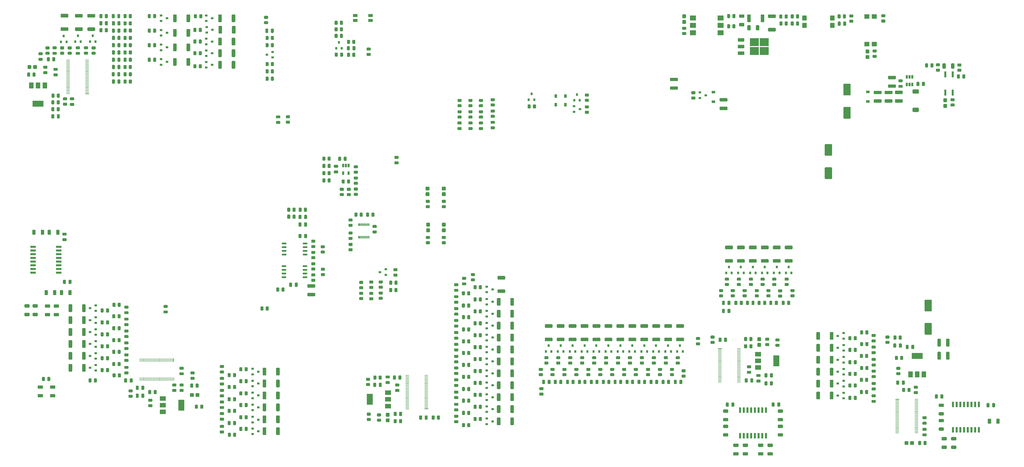
<source format=gtp>
%TF.GenerationSoftware,KiCad,Pcbnew,(5.1.9-0-10_14)*%
%TF.CreationDate,2021-04-10T00:10:23-04:00*%
%TF.ProjectId,LiBCM,4c694243-4d2e-46b6-9963-61645f706362,A*%
%TF.SameCoordinates,Original*%
%TF.FileFunction,Paste,Top*%
%TF.FilePolarity,Positive*%
%FSLAX46Y46*%
G04 Gerber Fmt 4.6, Leading zero omitted, Abs format (unit mm)*
G04 Created by KiCad (PCBNEW (5.1.9-0-10_14)) date 2021-04-10 00:10:23*
%MOMM*%
%LPD*%
G01*
G04 APERTURE LIST*
%ADD10R,0.650000X1.220000*%
%ADD11R,1.500000X1.780000*%
%ADD12R,1.780000X1.500000*%
%ADD13R,0.640000X2.000000*%
%ADD14R,0.640000X1.910000*%
%ADD15R,1.910000X0.640000*%
%ADD16R,0.305000X0.889000*%
%ADD17R,1.250000X0.250000*%
%ADD18R,0.250000X1.250000*%
%ADD19R,0.900000X1.200000*%
%ADD20R,1.200000X0.900000*%
%ADD21R,0.900000X0.800000*%
%ADD22R,0.800000X0.900000*%
%ADD23R,1.500000X2.000000*%
%ADD24R,3.800000X2.000000*%
%ADD25R,2.000000X1.500000*%
%ADD26R,2.000000X3.800000*%
%ADD27R,2.000000X1.780000*%
%ADD28R,3.050000X2.750000*%
%ADD29R,2.200000X1.200000*%
%ADD30R,1.550000X1.000000*%
G04 APERTURE END LIST*
%TO.C,C40*%
G36*
G01*
X55550000Y-41725000D02*
X55550000Y-42675000D01*
G75*
G02*
X55300000Y-42925000I-250000J0D01*
G01*
X54800000Y-42925000D01*
G75*
G02*
X54550000Y-42675000I0J250000D01*
G01*
X54550000Y-41725000D01*
G75*
G02*
X54800000Y-41475000I250000J0D01*
G01*
X55300000Y-41475000D01*
G75*
G02*
X55550000Y-41725000I0J-250000D01*
G01*
G37*
G36*
G01*
X57450000Y-41725000D02*
X57450000Y-42675000D01*
G75*
G02*
X57200000Y-42925000I-250000J0D01*
G01*
X56700000Y-42925000D01*
G75*
G02*
X56450000Y-42675000I0J250000D01*
G01*
X56450000Y-41725000D01*
G75*
G02*
X56700000Y-41475000I250000J0D01*
G01*
X57200000Y-41475000D01*
G75*
G02*
X57450000Y-41725000I0J-250000D01*
G01*
G37*
%TD*%
%TO.C,C26*%
G36*
G01*
X269850001Y-72050000D02*
X267649999Y-72050000D01*
G75*
G02*
X267400000Y-71800001I0J249999D01*
G01*
X267400000Y-71149999D01*
G75*
G02*
X267649999Y-70900000I249999J0D01*
G01*
X269850001Y-70900000D01*
G75*
G02*
X270100000Y-71149999I0J-249999D01*
G01*
X270100000Y-71800001D01*
G75*
G02*
X269850001Y-72050000I-249999J0D01*
G01*
G37*
G36*
G01*
X269850001Y-69100000D02*
X267649999Y-69100000D01*
G75*
G02*
X267400000Y-68850001I0J249999D01*
G01*
X267400000Y-68199999D01*
G75*
G02*
X267649999Y-67950000I249999J0D01*
G01*
X269850001Y-67950000D01*
G75*
G02*
X270100000Y-68199999I0J-249999D01*
G01*
X270100000Y-68850001D01*
G75*
G02*
X269850001Y-69100000I-249999J0D01*
G01*
G37*
%TD*%
%TO.C,C31*%
G36*
G01*
X345050000Y-56249999D02*
X345050000Y-57550001D01*
G75*
G02*
X344800001Y-57800000I-249999J0D01*
G01*
X344149999Y-57800000D01*
G75*
G02*
X343900000Y-57550001I0J249999D01*
G01*
X343900000Y-56249999D01*
G75*
G02*
X344149999Y-56000000I249999J0D01*
G01*
X344800001Y-56000000D01*
G75*
G02*
X345050000Y-56249999I0J-249999D01*
G01*
G37*
G36*
G01*
X348000000Y-56249999D02*
X348000000Y-57550001D01*
G75*
G02*
X347750001Y-57800000I-249999J0D01*
G01*
X347099999Y-57800000D01*
G75*
G02*
X346850000Y-57550001I0J249999D01*
G01*
X346850000Y-56249999D01*
G75*
G02*
X347099999Y-56000000I249999J0D01*
G01*
X347750001Y-56000000D01*
G75*
G02*
X348000000Y-56249999I0J-249999D01*
G01*
G37*
%TD*%
%TO.C,C32*%
G36*
G01*
X279875000Y-44400001D02*
X279875000Y-43099999D01*
G75*
G02*
X280124999Y-42850000I249999J0D01*
G01*
X280775001Y-42850000D01*
G75*
G02*
X281025000Y-43099999I0J-249999D01*
G01*
X281025000Y-44400001D01*
G75*
G02*
X280775001Y-44650000I-249999J0D01*
G01*
X280124999Y-44650000D01*
G75*
G02*
X279875000Y-44400001I0J249999D01*
G01*
G37*
G36*
G01*
X276925000Y-44400001D02*
X276925000Y-43099999D01*
G75*
G02*
X277174999Y-42850000I249999J0D01*
G01*
X277825001Y-42850000D01*
G75*
G02*
X278075000Y-43099999I0J-249999D01*
G01*
X278075000Y-44400001D01*
G75*
G02*
X277825001Y-44650000I-249999J0D01*
G01*
X277174999Y-44650000D01*
G75*
G02*
X276925000Y-44400001I0J249999D01*
G01*
G37*
%TD*%
%TO.C,C33*%
G36*
G01*
X275650001Y-40325000D02*
X274349999Y-40325000D01*
G75*
G02*
X274100000Y-40075001I0J249999D01*
G01*
X274100000Y-39424999D01*
G75*
G02*
X274349999Y-39175000I249999J0D01*
G01*
X275650001Y-39175000D01*
G75*
G02*
X275900000Y-39424999I0J-249999D01*
G01*
X275900000Y-40075001D01*
G75*
G02*
X275650001Y-40325000I-249999J0D01*
G01*
G37*
G36*
G01*
X275650001Y-43275000D02*
X274349999Y-43275000D01*
G75*
G02*
X274100000Y-43025001I0J249999D01*
G01*
X274100000Y-42374999D01*
G75*
G02*
X274349999Y-42125000I249999J0D01*
G01*
X275650001Y-42125000D01*
G75*
G02*
X275900000Y-42374999I0J-249999D01*
G01*
X275900000Y-43025001D01*
G75*
G02*
X275650001Y-43275000I-249999J0D01*
G01*
G37*
%TD*%
%TO.C,C55*%
G36*
G01*
X33150001Y-139950000D02*
X31849999Y-139950000D01*
G75*
G02*
X31600000Y-139700001I0J249999D01*
G01*
X31600000Y-139049999D01*
G75*
G02*
X31849999Y-138800000I249999J0D01*
G01*
X33150001Y-138800000D01*
G75*
G02*
X33400000Y-139049999I0J-249999D01*
G01*
X33400000Y-139700001D01*
G75*
G02*
X33150001Y-139950000I-249999J0D01*
G01*
G37*
G36*
G01*
X33150001Y-142900000D02*
X31849999Y-142900000D01*
G75*
G02*
X31600000Y-142650001I0J249999D01*
G01*
X31600000Y-141999999D01*
G75*
G02*
X31849999Y-141750000I249999J0D01*
G01*
X33150001Y-141750000D01*
G75*
G02*
X33400000Y-141999999I0J-249999D01*
G01*
X33400000Y-142650001D01*
G75*
G02*
X33150001Y-142900000I-249999J0D01*
G01*
G37*
%TD*%
%TO.C,C56*%
G36*
G01*
X30350001Y-139950000D02*
X29049999Y-139950000D01*
G75*
G02*
X28800000Y-139700001I0J249999D01*
G01*
X28800000Y-139049999D01*
G75*
G02*
X29049999Y-138800000I249999J0D01*
G01*
X30350001Y-138800000D01*
G75*
G02*
X30600000Y-139049999I0J-249999D01*
G01*
X30600000Y-139700001D01*
G75*
G02*
X30350001Y-139950000I-249999J0D01*
G01*
G37*
G36*
G01*
X30350001Y-142900000D02*
X29049999Y-142900000D01*
G75*
G02*
X28800000Y-142650001I0J249999D01*
G01*
X28800000Y-141999999D01*
G75*
G02*
X29049999Y-141750000I249999J0D01*
G01*
X30350001Y-141750000D01*
G75*
G02*
X30600000Y-141999999I0J-249999D01*
G01*
X30600000Y-142650001D01*
G75*
G02*
X30350001Y-142900000I-249999J0D01*
G01*
G37*
%TD*%
%TO.C,C71*%
G36*
G01*
X37400001Y-140000000D02*
X36099999Y-140000000D01*
G75*
G02*
X35850000Y-139750001I0J249999D01*
G01*
X35850000Y-139099999D01*
G75*
G02*
X36099999Y-138850000I249999J0D01*
G01*
X37400001Y-138850000D01*
G75*
G02*
X37650000Y-139099999I0J-249999D01*
G01*
X37650000Y-139750001D01*
G75*
G02*
X37400001Y-140000000I-249999J0D01*
G01*
G37*
G36*
G01*
X37400001Y-142950000D02*
X36099999Y-142950000D01*
G75*
G02*
X35850000Y-142700001I0J249999D01*
G01*
X35850000Y-142049999D01*
G75*
G02*
X36099999Y-141800000I249999J0D01*
G01*
X37400001Y-141800000D01*
G75*
G02*
X37650000Y-142049999I0J-249999D01*
G01*
X37650000Y-142700001D01*
G75*
G02*
X37400001Y-142950000I-249999J0D01*
G01*
G37*
%TD*%
%TO.C,C72*%
G36*
G01*
X40400001Y-140000000D02*
X39099999Y-140000000D01*
G75*
G02*
X38850000Y-139750001I0J249999D01*
G01*
X38850000Y-139099999D01*
G75*
G02*
X39099999Y-138850000I249999J0D01*
G01*
X40400001Y-138850000D01*
G75*
G02*
X40650000Y-139099999I0J-249999D01*
G01*
X40650000Y-139750001D01*
G75*
G02*
X40400001Y-140000000I-249999J0D01*
G01*
G37*
G36*
G01*
X40400001Y-142950000D02*
X39099999Y-142950000D01*
G75*
G02*
X38850000Y-142700001I0J249999D01*
G01*
X38850000Y-142049999D01*
G75*
G02*
X39099999Y-141800000I249999J0D01*
G01*
X40400001Y-141800000D01*
G75*
G02*
X40650000Y-142049999I0J-249999D01*
G01*
X40650000Y-142700001D01*
G75*
G02*
X40400001Y-142950000I-249999J0D01*
G01*
G37*
%TD*%
%TO.C,C78*%
G36*
G01*
X273650001Y-187850000D02*
X272349999Y-187850000D01*
G75*
G02*
X272100000Y-187600001I0J249999D01*
G01*
X272100000Y-186949999D01*
G75*
G02*
X272349999Y-186700000I249999J0D01*
G01*
X273650001Y-186700000D01*
G75*
G02*
X273900000Y-186949999I0J-249999D01*
G01*
X273900000Y-187600001D01*
G75*
G02*
X273650001Y-187850000I-249999J0D01*
G01*
G37*
G36*
G01*
X273650001Y-190800000D02*
X272349999Y-190800000D01*
G75*
G02*
X272100000Y-190550001I0J249999D01*
G01*
X272100000Y-189899999D01*
G75*
G02*
X272349999Y-189650000I249999J0D01*
G01*
X273650001Y-189650000D01*
G75*
G02*
X273900000Y-189899999I0J-249999D01*
G01*
X273900000Y-190550001D01*
G75*
G02*
X273650001Y-190800000I-249999J0D01*
G01*
G37*
%TD*%
%TO.C,C92*%
G36*
G01*
X276900001Y-187850000D02*
X275599999Y-187850000D01*
G75*
G02*
X275350000Y-187600001I0J249999D01*
G01*
X275350000Y-186949999D01*
G75*
G02*
X275599999Y-186700000I249999J0D01*
G01*
X276900001Y-186700000D01*
G75*
G02*
X277150000Y-186949999I0J-249999D01*
G01*
X277150000Y-187600001D01*
G75*
G02*
X276900001Y-187850000I-249999J0D01*
G01*
G37*
G36*
G01*
X276900001Y-190800000D02*
X275599999Y-190800000D01*
G75*
G02*
X275350000Y-190550001I0J249999D01*
G01*
X275350000Y-189899999D01*
G75*
G02*
X275599999Y-189650000I249999J0D01*
G01*
X276900001Y-189650000D01*
G75*
G02*
X277150000Y-189899999I0J-249999D01*
G01*
X277150000Y-190550001D01*
G75*
G02*
X276900001Y-190800000I-249999J0D01*
G01*
G37*
%TD*%
%TO.C,C95*%
G36*
G01*
X345150001Y-185600000D02*
X343849999Y-185600000D01*
G75*
G02*
X343600000Y-185350001I0J249999D01*
G01*
X343600000Y-184699999D01*
G75*
G02*
X343849999Y-184450000I249999J0D01*
G01*
X345150001Y-184450000D01*
G75*
G02*
X345400000Y-184699999I0J-249999D01*
G01*
X345400000Y-185350001D01*
G75*
G02*
X345150001Y-185600000I-249999J0D01*
G01*
G37*
G36*
G01*
X345150001Y-188550000D02*
X343849999Y-188550000D01*
G75*
G02*
X343600000Y-188300001I0J249999D01*
G01*
X343600000Y-187649999D01*
G75*
G02*
X343849999Y-187400000I249999J0D01*
G01*
X345150001Y-187400000D01*
G75*
G02*
X345400000Y-187649999I0J-249999D01*
G01*
X345400000Y-188300001D01*
G75*
G02*
X345150001Y-188550000I-249999J0D01*
G01*
G37*
%TD*%
%TO.C,C96*%
G36*
G01*
X348400001Y-185600000D02*
X347099999Y-185600000D01*
G75*
G02*
X346850000Y-185350001I0J249999D01*
G01*
X346850000Y-184699999D01*
G75*
G02*
X347099999Y-184450000I249999J0D01*
G01*
X348400001Y-184450000D01*
G75*
G02*
X348650000Y-184699999I0J-249999D01*
G01*
X348650000Y-185350001D01*
G75*
G02*
X348400001Y-185600000I-249999J0D01*
G01*
G37*
G36*
G01*
X348400001Y-188550000D02*
X347099999Y-188550000D01*
G75*
G02*
X346850000Y-188300001I0J249999D01*
G01*
X346850000Y-187649999D01*
G75*
G02*
X347099999Y-187400000I249999J0D01*
G01*
X348400001Y-187400000D01*
G75*
G02*
X348650000Y-187649999I0J-249999D01*
G01*
X348650000Y-188300001D01*
G75*
G02*
X348400001Y-188550000I-249999J0D01*
G01*
G37*
%TD*%
%TO.C,C101*%
G36*
G01*
X33599999Y-169650000D02*
X34900001Y-169650000D01*
G75*
G02*
X35150000Y-169899999I0J-249999D01*
G01*
X35150000Y-170550001D01*
G75*
G02*
X34900001Y-170800000I-249999J0D01*
G01*
X33599999Y-170800000D01*
G75*
G02*
X33350000Y-170550001I0J249999D01*
G01*
X33350000Y-169899999D01*
G75*
G02*
X33599999Y-169650000I249999J0D01*
G01*
G37*
G36*
G01*
X33599999Y-166700000D02*
X34900001Y-166700000D01*
G75*
G02*
X35150000Y-166949999I0J-249999D01*
G01*
X35150000Y-167600001D01*
G75*
G02*
X34900001Y-167850000I-249999J0D01*
G01*
X33599999Y-167850000D01*
G75*
G02*
X33350000Y-167600001I0J249999D01*
G01*
X33350000Y-166949999D01*
G75*
G02*
X33599999Y-166700000I249999J0D01*
G01*
G37*
%TD*%
%TO.C,C102*%
G36*
G01*
X37849999Y-169650000D02*
X39150001Y-169650000D01*
G75*
G02*
X39400000Y-169899999I0J-249999D01*
G01*
X39400000Y-170550001D01*
G75*
G02*
X39150001Y-170800000I-249999J0D01*
G01*
X37849999Y-170800000D01*
G75*
G02*
X37600000Y-170550001I0J249999D01*
G01*
X37600000Y-169899999D01*
G75*
G02*
X37849999Y-169650000I249999J0D01*
G01*
G37*
G36*
G01*
X37849999Y-166700000D02*
X39150001Y-166700000D01*
G75*
G02*
X39400000Y-166949999I0J-249999D01*
G01*
X39400000Y-167600001D01*
G75*
G02*
X39150001Y-167850000I-249999J0D01*
G01*
X37849999Y-167850000D01*
G75*
G02*
X37600000Y-167600001I0J249999D01*
G01*
X37600000Y-166949999D01*
G75*
G02*
X37849999Y-166700000I249999J0D01*
G01*
G37*
%TD*%
%TO.C,R61*%
G36*
G01*
X313050002Y-40200000D02*
X312149998Y-40200000D01*
G75*
G02*
X311900000Y-39950002I0J249998D01*
G01*
X311900000Y-39424998D01*
G75*
G02*
X312149998Y-39175000I249998J0D01*
G01*
X313050002Y-39175000D01*
G75*
G02*
X313300000Y-39424998I0J-249998D01*
G01*
X313300000Y-39950002D01*
G75*
G02*
X313050002Y-40200000I-249998J0D01*
G01*
G37*
G36*
G01*
X313050002Y-42025000D02*
X312149998Y-42025000D01*
G75*
G02*
X311900000Y-41775002I0J249998D01*
G01*
X311900000Y-41249998D01*
G75*
G02*
X312149998Y-41000000I249998J0D01*
G01*
X313050002Y-41000000D01*
G75*
G02*
X313300000Y-41249998I0J-249998D01*
G01*
X313300000Y-41775002D01*
G75*
G02*
X313050002Y-42025000I-249998J0D01*
G01*
G37*
%TD*%
%TO.C,R68*%
G36*
G01*
X271012500Y-39299998D02*
X271012500Y-40200002D01*
G75*
G02*
X270762502Y-40450000I-249998J0D01*
G01*
X270237498Y-40450000D01*
G75*
G02*
X269987500Y-40200002I0J249998D01*
G01*
X269987500Y-39299998D01*
G75*
G02*
X270237498Y-39050000I249998J0D01*
G01*
X270762502Y-39050000D01*
G75*
G02*
X271012500Y-39299998I0J-249998D01*
G01*
G37*
G36*
G01*
X272837500Y-39299998D02*
X272837500Y-40200002D01*
G75*
G02*
X272587502Y-40450000I-249998J0D01*
G01*
X272062498Y-40450000D01*
G75*
G02*
X271812500Y-40200002I0J249998D01*
G01*
X271812500Y-39299998D01*
G75*
G02*
X272062498Y-39050000I249998J0D01*
G01*
X272587502Y-39050000D01*
G75*
G02*
X272837500Y-39299998I0J-249998D01*
G01*
G37*
%TD*%
%TO.C,R69*%
G36*
G01*
X339752500Y-57140002D02*
X339752500Y-56239998D01*
G75*
G02*
X340002498Y-55990000I249998J0D01*
G01*
X340527502Y-55990000D01*
G75*
G02*
X340777500Y-56239998I0J-249998D01*
G01*
X340777500Y-57140002D01*
G75*
G02*
X340527502Y-57390000I-249998J0D01*
G01*
X340002498Y-57390000D01*
G75*
G02*
X339752500Y-57140002I0J249998D01*
G01*
G37*
G36*
G01*
X337927500Y-57140002D02*
X337927500Y-56239998D01*
G75*
G02*
X338177498Y-55990000I249998J0D01*
G01*
X338702502Y-55990000D01*
G75*
G02*
X338952500Y-56239998I0J-249998D01*
G01*
X338952500Y-57140002D01*
G75*
G02*
X338702502Y-57390000I-249998J0D01*
G01*
X338177498Y-57390000D01*
G75*
G02*
X337927500Y-57140002I0J249998D01*
G01*
G37*
%TD*%
%TO.C,R70*%
G36*
G01*
X342800002Y-57012500D02*
X341899998Y-57012500D01*
G75*
G02*
X341650000Y-56762502I0J249998D01*
G01*
X341650000Y-56237498D01*
G75*
G02*
X341899998Y-55987500I249998J0D01*
G01*
X342800002Y-55987500D01*
G75*
G02*
X343050000Y-56237498I0J-249998D01*
G01*
X343050000Y-56762502D01*
G75*
G02*
X342800002Y-57012500I-249998J0D01*
G01*
G37*
G36*
G01*
X342800002Y-58837500D02*
X341899998Y-58837500D01*
G75*
G02*
X341650000Y-58587502I0J249998D01*
G01*
X341650000Y-58062498D01*
G75*
G02*
X341899998Y-57812500I249998J0D01*
G01*
X342800002Y-57812500D01*
G75*
G02*
X343050000Y-58062498I0J-249998D01*
G01*
X343050000Y-58587502D01*
G75*
G02*
X342800002Y-58837500I-249998J0D01*
G01*
G37*
%TD*%
%TO.C,R71*%
G36*
G01*
X349887500Y-60049998D02*
X349887500Y-60950002D01*
G75*
G02*
X349637502Y-61200000I-249998J0D01*
G01*
X349112498Y-61200000D01*
G75*
G02*
X348862500Y-60950002I0J249998D01*
G01*
X348862500Y-60049998D01*
G75*
G02*
X349112498Y-59800000I249998J0D01*
G01*
X349637502Y-59800000D01*
G75*
G02*
X349887500Y-60049998I0J-249998D01*
G01*
G37*
G36*
G01*
X351712500Y-60049998D02*
X351712500Y-60950002D01*
G75*
G02*
X351462502Y-61200000I-249998J0D01*
G01*
X350937498Y-61200000D01*
G75*
G02*
X350687500Y-60950002I0J249998D01*
G01*
X350687500Y-60049998D01*
G75*
G02*
X350937498Y-59800000I249998J0D01*
G01*
X351462502Y-59800000D01*
G75*
G02*
X351712500Y-60049998I0J-249998D01*
G01*
G37*
%TD*%
%TO.C,R72*%
G36*
G01*
X350150002Y-57050000D02*
X349249998Y-57050000D01*
G75*
G02*
X349000000Y-56800002I0J249998D01*
G01*
X349000000Y-56274998D01*
G75*
G02*
X349249998Y-56025000I249998J0D01*
G01*
X350150002Y-56025000D01*
G75*
G02*
X350400000Y-56274998I0J-249998D01*
G01*
X350400000Y-56800002D01*
G75*
G02*
X350150002Y-57050000I-249998J0D01*
G01*
G37*
G36*
G01*
X350150002Y-58875000D02*
X349249998Y-58875000D01*
G75*
G02*
X349000000Y-58625002I0J249998D01*
G01*
X349000000Y-58099998D01*
G75*
G02*
X349249998Y-57850000I249998J0D01*
G01*
X350150002Y-57850000D01*
G75*
G02*
X350400000Y-58099998I0J-249998D01*
G01*
X350400000Y-58625002D01*
G75*
G02*
X350150002Y-58875000I-249998J0D01*
G01*
G37*
%TD*%
%TO.C,R74*%
G36*
G01*
X289762500Y-42750002D02*
X289762500Y-41849998D01*
G75*
G02*
X290012498Y-41600000I249998J0D01*
G01*
X290537502Y-41600000D01*
G75*
G02*
X290787500Y-41849998I0J-249998D01*
G01*
X290787500Y-42750002D01*
G75*
G02*
X290537502Y-43000000I-249998J0D01*
G01*
X290012498Y-43000000D01*
G75*
G02*
X289762500Y-42750002I0J249998D01*
G01*
G37*
G36*
G01*
X287937500Y-42750002D02*
X287937500Y-41849998D01*
G75*
G02*
X288187498Y-41600000I249998J0D01*
G01*
X288712502Y-41600000D01*
G75*
G02*
X288962500Y-41849998I0J-249998D01*
G01*
X288962500Y-42750002D01*
G75*
G02*
X288712502Y-43000000I-249998J0D01*
G01*
X288187498Y-43000000D01*
G75*
G02*
X287937500Y-42750002I0J249998D01*
G01*
G37*
%TD*%
%TO.C,R75*%
G36*
G01*
X289750000Y-40350002D02*
X289750000Y-39449998D01*
G75*
G02*
X289999998Y-39200000I249998J0D01*
G01*
X290525002Y-39200000D01*
G75*
G02*
X290775000Y-39449998I0J-249998D01*
G01*
X290775000Y-40350002D01*
G75*
G02*
X290525002Y-40600000I-249998J0D01*
G01*
X289999998Y-40600000D01*
G75*
G02*
X289750000Y-40350002I0J249998D01*
G01*
G37*
G36*
G01*
X287925000Y-40350002D02*
X287925000Y-39449998D01*
G75*
G02*
X288174998Y-39200000I249998J0D01*
G01*
X288700002Y-39200000D01*
G75*
G02*
X288950000Y-39449998I0J-249998D01*
G01*
X288950000Y-40350002D01*
G75*
G02*
X288700002Y-40600000I-249998J0D01*
G01*
X288174998Y-40600000D01*
G75*
G02*
X287925000Y-40350002I0J249998D01*
G01*
G37*
%TD*%
%TO.C,R77*%
G36*
G01*
X293650000Y-40300002D02*
X293650000Y-39399998D01*
G75*
G02*
X293899998Y-39150000I249998J0D01*
G01*
X294425002Y-39150000D01*
G75*
G02*
X294675000Y-39399998I0J-249998D01*
G01*
X294675000Y-40300002D01*
G75*
G02*
X294425002Y-40550000I-249998J0D01*
G01*
X293899998Y-40550000D01*
G75*
G02*
X293650000Y-40300002I0J249998D01*
G01*
G37*
G36*
G01*
X291825000Y-40300002D02*
X291825000Y-39399998D01*
G75*
G02*
X292074998Y-39150000I249998J0D01*
G01*
X292600002Y-39150000D01*
G75*
G02*
X292850000Y-39399998I0J-249998D01*
G01*
X292850000Y-40300002D01*
G75*
G02*
X292600002Y-40550000I-249998J0D01*
G01*
X292074998Y-40550000D01*
G75*
G02*
X291825000Y-40300002I0J249998D01*
G01*
G37*
%TD*%
%TO.C,R78*%
G36*
G01*
X271012500Y-42799998D02*
X271012500Y-43700002D01*
G75*
G02*
X270762502Y-43950000I-249998J0D01*
G01*
X270237498Y-43950000D01*
G75*
G02*
X269987500Y-43700002I0J249998D01*
G01*
X269987500Y-42799998D01*
G75*
G02*
X270237498Y-42550000I249998J0D01*
G01*
X270762502Y-42550000D01*
G75*
G02*
X271012500Y-42799998I0J-249998D01*
G01*
G37*
G36*
G01*
X272837500Y-42799998D02*
X272837500Y-43700002D01*
G75*
G02*
X272587502Y-43950000I-249998J0D01*
G01*
X272062498Y-43950000D01*
G75*
G02*
X271812500Y-43700002I0J249998D01*
G01*
X271812500Y-42799998D01*
G75*
G02*
X272062498Y-42550000I249998J0D01*
G01*
X272587502Y-42550000D01*
G75*
G02*
X272837500Y-42799998I0J-249998D01*
G01*
G37*
%TD*%
%TO.C,R79*%
G36*
G01*
X293650000Y-42750002D02*
X293650000Y-41849998D01*
G75*
G02*
X293899998Y-41600000I249998J0D01*
G01*
X294425002Y-41600000D01*
G75*
G02*
X294675000Y-41849998I0J-249998D01*
G01*
X294675000Y-42750002D01*
G75*
G02*
X294425002Y-43000000I-249998J0D01*
G01*
X293899998Y-43000000D01*
G75*
G02*
X293650000Y-42750002I0J249998D01*
G01*
G37*
G36*
G01*
X291825000Y-42750002D02*
X291825000Y-41849998D01*
G75*
G02*
X292074998Y-41600000I249998J0D01*
G01*
X292600002Y-41600000D01*
G75*
G02*
X292850000Y-41849998I0J-249998D01*
G01*
X292850000Y-42750002D01*
G75*
G02*
X292600002Y-43000000I-249998J0D01*
G01*
X292074998Y-43000000D01*
G75*
G02*
X291825000Y-42750002I0J249998D01*
G01*
G37*
%TD*%
%TO.C,R80*%
G36*
G01*
X324050002Y-40150000D02*
X323149998Y-40150000D01*
G75*
G02*
X322900000Y-39900002I0J249998D01*
G01*
X322900000Y-39374998D01*
G75*
G02*
X323149998Y-39125000I249998J0D01*
G01*
X324050002Y-39125000D01*
G75*
G02*
X324300000Y-39374998I0J-249998D01*
G01*
X324300000Y-39900002D01*
G75*
G02*
X324050002Y-40150000I-249998J0D01*
G01*
G37*
G36*
G01*
X324050002Y-41975000D02*
X323149998Y-41975000D01*
G75*
G02*
X322900000Y-41725002I0J249998D01*
G01*
X322900000Y-41199998D01*
G75*
G02*
X323149998Y-40950000I249998J0D01*
G01*
X324050002Y-40950000D01*
G75*
G02*
X324300000Y-41199998I0J-249998D01*
G01*
X324300000Y-41725002D01*
G75*
G02*
X324050002Y-41975000I-249998J0D01*
G01*
G37*
%TD*%
%TO.C,R83*%
G36*
G01*
X99950000Y-57575001D02*
X99950000Y-55424999D01*
G75*
G02*
X100199999Y-55175000I249999J0D01*
G01*
X100925001Y-55175000D01*
G75*
G02*
X101175000Y-55424999I0J-249999D01*
G01*
X101175000Y-57575001D01*
G75*
G02*
X100925001Y-57825000I-249999J0D01*
G01*
X100199999Y-57825000D01*
G75*
G02*
X99950000Y-57575001I0J249999D01*
G01*
G37*
G36*
G01*
X95325000Y-57575001D02*
X95325000Y-55424999D01*
G75*
G02*
X95574999Y-55175000I249999J0D01*
G01*
X96300001Y-55175000D01*
G75*
G02*
X96550000Y-55424999I0J-249999D01*
G01*
X96550000Y-57575001D01*
G75*
G02*
X96300001Y-57825000I-249999J0D01*
G01*
X95574999Y-57825000D01*
G75*
G02*
X95325000Y-57575001I0J249999D01*
G01*
G37*
%TD*%
%TO.C,R84*%
G36*
G01*
X84450000Y-56575001D02*
X84450000Y-54424999D01*
G75*
G02*
X84699999Y-54175000I249999J0D01*
G01*
X85425001Y-54175000D01*
G75*
G02*
X85675000Y-54424999I0J-249999D01*
G01*
X85675000Y-56575001D01*
G75*
G02*
X85425001Y-56825000I-249999J0D01*
G01*
X84699999Y-56825000D01*
G75*
G02*
X84450000Y-56575001I0J249999D01*
G01*
G37*
G36*
G01*
X79825000Y-56575001D02*
X79825000Y-54424999D01*
G75*
G02*
X80074999Y-54175000I249999J0D01*
G01*
X80800001Y-54175000D01*
G75*
G02*
X81050000Y-54424999I0J-249999D01*
G01*
X81050000Y-56575001D01*
G75*
G02*
X80800001Y-56825000I-249999J0D01*
G01*
X80074999Y-56825000D01*
G75*
G02*
X79825000Y-56575001I0J249999D01*
G01*
G37*
%TD*%
%TO.C,R85*%
G36*
G01*
X99950000Y-53575001D02*
X99950000Y-51424999D01*
G75*
G02*
X100199999Y-51175000I249999J0D01*
G01*
X100925001Y-51175000D01*
G75*
G02*
X101175000Y-51424999I0J-249999D01*
G01*
X101175000Y-53575001D01*
G75*
G02*
X100925001Y-53825000I-249999J0D01*
G01*
X100199999Y-53825000D01*
G75*
G02*
X99950000Y-53575001I0J249999D01*
G01*
G37*
G36*
G01*
X95325000Y-53575001D02*
X95325000Y-51424999D01*
G75*
G02*
X95574999Y-51175000I249999J0D01*
G01*
X96300001Y-51175000D01*
G75*
G02*
X96550000Y-51424999I0J-249999D01*
G01*
X96550000Y-53575001D01*
G75*
G02*
X96300001Y-53825000I-249999J0D01*
G01*
X95574999Y-53825000D01*
G75*
G02*
X95325000Y-53575001I0J249999D01*
G01*
G37*
%TD*%
%TO.C,R86*%
G36*
G01*
X84450000Y-51575001D02*
X84450000Y-49424999D01*
G75*
G02*
X84699999Y-49175000I249999J0D01*
G01*
X85425001Y-49175000D01*
G75*
G02*
X85675000Y-49424999I0J-249999D01*
G01*
X85675000Y-51575001D01*
G75*
G02*
X85425001Y-51825000I-249999J0D01*
G01*
X84699999Y-51825000D01*
G75*
G02*
X84450000Y-51575001I0J249999D01*
G01*
G37*
G36*
G01*
X79825000Y-51575001D02*
X79825000Y-49424999D01*
G75*
G02*
X80074999Y-49175000I249999J0D01*
G01*
X80800001Y-49175000D01*
G75*
G02*
X81050000Y-49424999I0J-249999D01*
G01*
X81050000Y-51575001D01*
G75*
G02*
X80800001Y-51825000I-249999J0D01*
G01*
X80074999Y-51825000D01*
G75*
G02*
X79825000Y-51575001I0J249999D01*
G01*
G37*
%TD*%
%TO.C,R87*%
G36*
G01*
X99950000Y-49575001D02*
X99950000Y-47424999D01*
G75*
G02*
X100199999Y-47175000I249999J0D01*
G01*
X100925001Y-47175000D01*
G75*
G02*
X101175000Y-47424999I0J-249999D01*
G01*
X101175000Y-49575001D01*
G75*
G02*
X100925001Y-49825000I-249999J0D01*
G01*
X100199999Y-49825000D01*
G75*
G02*
X99950000Y-49575001I0J249999D01*
G01*
G37*
G36*
G01*
X95325000Y-49575001D02*
X95325000Y-47424999D01*
G75*
G02*
X95574999Y-47175000I249999J0D01*
G01*
X96300001Y-47175000D01*
G75*
G02*
X96550000Y-47424999I0J-249999D01*
G01*
X96550000Y-49575001D01*
G75*
G02*
X96300001Y-49825000I-249999J0D01*
G01*
X95574999Y-49825000D01*
G75*
G02*
X95325000Y-49575001I0J249999D01*
G01*
G37*
%TD*%
%TO.C,R88*%
G36*
G01*
X84450000Y-46575001D02*
X84450000Y-44424999D01*
G75*
G02*
X84699999Y-44175000I249999J0D01*
G01*
X85425001Y-44175000D01*
G75*
G02*
X85675000Y-44424999I0J-249999D01*
G01*
X85675000Y-46575001D01*
G75*
G02*
X85425001Y-46825000I-249999J0D01*
G01*
X84699999Y-46825000D01*
G75*
G02*
X84450000Y-46575001I0J249999D01*
G01*
G37*
G36*
G01*
X79825000Y-46575001D02*
X79825000Y-44424999D01*
G75*
G02*
X80074999Y-44175000I249999J0D01*
G01*
X80800001Y-44175000D01*
G75*
G02*
X81050000Y-44424999I0J-249999D01*
G01*
X81050000Y-46575001D01*
G75*
G02*
X80800001Y-46825000I-249999J0D01*
G01*
X80074999Y-46825000D01*
G75*
G02*
X79825000Y-46575001I0J249999D01*
G01*
G37*
%TD*%
%TO.C,R89*%
G36*
G01*
X100050000Y-45525001D02*
X100050000Y-43374999D01*
G75*
G02*
X100299999Y-43125000I249999J0D01*
G01*
X101025001Y-43125000D01*
G75*
G02*
X101275000Y-43374999I0J-249999D01*
G01*
X101275000Y-45525001D01*
G75*
G02*
X101025001Y-45775000I-249999J0D01*
G01*
X100299999Y-45775000D01*
G75*
G02*
X100050000Y-45525001I0J249999D01*
G01*
G37*
G36*
G01*
X95425000Y-45525001D02*
X95425000Y-43374999D01*
G75*
G02*
X95674999Y-43125000I249999J0D01*
G01*
X96400001Y-43125000D01*
G75*
G02*
X96650000Y-43374999I0J-249999D01*
G01*
X96650000Y-45525001D01*
G75*
G02*
X96400001Y-45775000I-249999J0D01*
G01*
X95674999Y-45775000D01*
G75*
G02*
X95425000Y-45525001I0J249999D01*
G01*
G37*
%TD*%
%TO.C,R90*%
G36*
G01*
X84450000Y-41575001D02*
X84450000Y-39424999D01*
G75*
G02*
X84699999Y-39175000I249999J0D01*
G01*
X85425001Y-39175000D01*
G75*
G02*
X85675000Y-39424999I0J-249999D01*
G01*
X85675000Y-41575001D01*
G75*
G02*
X85425001Y-41825000I-249999J0D01*
G01*
X84699999Y-41825000D01*
G75*
G02*
X84450000Y-41575001I0J249999D01*
G01*
G37*
G36*
G01*
X79825000Y-41575001D02*
X79825000Y-39424999D01*
G75*
G02*
X80074999Y-39175000I249999J0D01*
G01*
X80800001Y-39175000D01*
G75*
G02*
X81050000Y-39424999I0J-249999D01*
G01*
X81050000Y-41575001D01*
G75*
G02*
X80800001Y-41825000I-249999J0D01*
G01*
X80074999Y-41825000D01*
G75*
G02*
X79825000Y-41575001I0J249999D01*
G01*
G37*
%TD*%
%TO.C,R91*%
G36*
G01*
X99950000Y-41575001D02*
X99950000Y-39424999D01*
G75*
G02*
X100199999Y-39175000I249999J0D01*
G01*
X100925001Y-39175000D01*
G75*
G02*
X101175000Y-39424999I0J-249999D01*
G01*
X101175000Y-41575001D01*
G75*
G02*
X100925001Y-41825000I-249999J0D01*
G01*
X100199999Y-41825000D01*
G75*
G02*
X99950000Y-41575001I0J249999D01*
G01*
G37*
G36*
G01*
X95325000Y-41575001D02*
X95325000Y-39424999D01*
G75*
G02*
X95574999Y-39175000I249999J0D01*
G01*
X96300001Y-39175000D01*
G75*
G02*
X96550000Y-39424999I0J-249999D01*
G01*
X96550000Y-41575001D01*
G75*
G02*
X96300001Y-41825000I-249999J0D01*
G01*
X95574999Y-41825000D01*
G75*
G02*
X95325000Y-41575001I0J249999D01*
G01*
G37*
%TD*%
%TO.C,R92*%
G36*
G01*
X52825001Y-40237500D02*
X50674999Y-40237500D01*
G75*
G02*
X50425000Y-39987501I0J249999D01*
G01*
X50425000Y-39262499D01*
G75*
G02*
X50674999Y-39012500I249999J0D01*
G01*
X52825001Y-39012500D01*
G75*
G02*
X53075000Y-39262499I0J-249999D01*
G01*
X53075000Y-39987501D01*
G75*
G02*
X52825001Y-40237500I-249999J0D01*
G01*
G37*
G36*
G01*
X52825001Y-44862500D02*
X50674999Y-44862500D01*
G75*
G02*
X50425000Y-44612501I0J249999D01*
G01*
X50425000Y-43887499D01*
G75*
G02*
X50674999Y-43637500I249999J0D01*
G01*
X52825001Y-43637500D01*
G75*
G02*
X53075000Y-43887499I0J-249999D01*
G01*
X53075000Y-44612501D01*
G75*
G02*
X52825001Y-44862500I-249999J0D01*
G01*
G37*
%TD*%
%TO.C,R93*%
G36*
G01*
X48575001Y-40237500D02*
X46424999Y-40237500D01*
G75*
G02*
X46175000Y-39987501I0J249999D01*
G01*
X46175000Y-39262499D01*
G75*
G02*
X46424999Y-39012500I249999J0D01*
G01*
X48575001Y-39012500D01*
G75*
G02*
X48825000Y-39262499I0J-249999D01*
G01*
X48825000Y-39987501D01*
G75*
G02*
X48575001Y-40237500I-249999J0D01*
G01*
G37*
G36*
G01*
X48575001Y-44862500D02*
X46424999Y-44862500D01*
G75*
G02*
X46175000Y-44612501I0J249999D01*
G01*
X46175000Y-43887499D01*
G75*
G02*
X46424999Y-43637500I249999J0D01*
G01*
X48575001Y-43637500D01*
G75*
G02*
X48825000Y-43887499I0J-249999D01*
G01*
X48825000Y-44612501D01*
G75*
G02*
X48575001Y-44862500I-249999J0D01*
G01*
G37*
%TD*%
%TO.C,R94*%
G36*
G01*
X43625001Y-40212500D02*
X41474999Y-40212500D01*
G75*
G02*
X41225000Y-39962501I0J249999D01*
G01*
X41225000Y-39237499D01*
G75*
G02*
X41474999Y-38987500I249999J0D01*
G01*
X43625001Y-38987500D01*
G75*
G02*
X43875000Y-39237499I0J-249999D01*
G01*
X43875000Y-39962501D01*
G75*
G02*
X43625001Y-40212500I-249999J0D01*
G01*
G37*
G36*
G01*
X43625001Y-44837500D02*
X41474999Y-44837500D01*
G75*
G02*
X41225000Y-44587501I0J249999D01*
G01*
X41225000Y-43862499D01*
G75*
G02*
X41474999Y-43612500I249999J0D01*
G01*
X43625001Y-43612500D01*
G75*
G02*
X43875000Y-43862499I0J-249999D01*
G01*
X43875000Y-44587501D01*
G75*
G02*
X43625001Y-44837500I-249999J0D01*
G01*
G37*
%TD*%
%TO.C,R95*%
G36*
G01*
X64662500Y-62700002D02*
X64662500Y-61799998D01*
G75*
G02*
X64912498Y-61550000I249998J0D01*
G01*
X65437502Y-61550000D01*
G75*
G02*
X65687500Y-61799998I0J-249998D01*
G01*
X65687500Y-62700002D01*
G75*
G02*
X65437502Y-62950000I-249998J0D01*
G01*
X64912498Y-62950000D01*
G75*
G02*
X64662500Y-62700002I0J249998D01*
G01*
G37*
G36*
G01*
X62837500Y-62700002D02*
X62837500Y-61799998D01*
G75*
G02*
X63087498Y-61550000I249998J0D01*
G01*
X63612502Y-61550000D01*
G75*
G02*
X63862500Y-61799998I0J-249998D01*
G01*
X63862500Y-62700002D01*
G75*
G02*
X63612502Y-62950000I-249998J0D01*
G01*
X63087498Y-62950000D01*
G75*
G02*
X62837500Y-62700002I0J249998D01*
G01*
G37*
%TD*%
%TO.C,R129*%
G36*
G01*
X39700000Y-114675003D02*
X39700000Y-113424997D01*
G75*
G02*
X39949997Y-113175000I249997J0D01*
G01*
X40575003Y-113175000D01*
G75*
G02*
X40825000Y-113424997I0J-249997D01*
G01*
X40825000Y-114675003D01*
G75*
G02*
X40575003Y-114925000I-249997J0D01*
G01*
X39949997Y-114925000D01*
G75*
G02*
X39700000Y-114675003I0J249997D01*
G01*
G37*
G36*
G01*
X36775000Y-114675003D02*
X36775000Y-113424997D01*
G75*
G02*
X37024997Y-113175000I249997J0D01*
G01*
X37650003Y-113175000D01*
G75*
G02*
X37900000Y-113424997I0J-249997D01*
G01*
X37900000Y-114675003D01*
G75*
G02*
X37650003Y-114925000I-249997J0D01*
G01*
X37024997Y-114925000D01*
G75*
G02*
X36775000Y-114675003I0J249997D01*
G01*
G37*
%TD*%
%TO.C,R130*%
G36*
G01*
X362400000Y-179625003D02*
X362400000Y-178374997D01*
G75*
G02*
X362649997Y-178125000I249997J0D01*
G01*
X363275003Y-178125000D01*
G75*
G02*
X363525000Y-178374997I0J-249997D01*
G01*
X363525000Y-179625003D01*
G75*
G02*
X363275003Y-179875000I-249997J0D01*
G01*
X362649997Y-179875000D01*
G75*
G02*
X362400000Y-179625003I0J249997D01*
G01*
G37*
G36*
G01*
X359475000Y-179625003D02*
X359475000Y-178374997D01*
G75*
G02*
X359724997Y-178125000I249997J0D01*
G01*
X360350003Y-178125000D01*
G75*
G02*
X360600000Y-178374997I0J-249997D01*
G01*
X360600000Y-179625003D01*
G75*
G02*
X360350003Y-179875000I-249997J0D01*
G01*
X359724997Y-179875000D01*
G75*
G02*
X359475000Y-179625003I0J249997D01*
G01*
G37*
%TD*%
%TO.C,R131*%
G36*
G01*
X34450000Y-114675003D02*
X34450000Y-113424997D01*
G75*
G02*
X34699997Y-113175000I249997J0D01*
G01*
X35325003Y-113175000D01*
G75*
G02*
X35575000Y-113424997I0J-249997D01*
G01*
X35575000Y-114675003D01*
G75*
G02*
X35325003Y-114925000I-249997J0D01*
G01*
X34699997Y-114925000D01*
G75*
G02*
X34450000Y-114675003I0J249997D01*
G01*
G37*
G36*
G01*
X31525000Y-114675003D02*
X31525000Y-113424997D01*
G75*
G02*
X31774997Y-113175000I249997J0D01*
G01*
X32400003Y-113175000D01*
G75*
G02*
X32650000Y-113424997I0J-249997D01*
G01*
X32650000Y-114675003D01*
G75*
G02*
X32400003Y-114925000I-249997J0D01*
G01*
X31774997Y-114925000D01*
G75*
G02*
X31525000Y-114675003I0J249997D01*
G01*
G37*
%TD*%
%TO.C,R132*%
G36*
G01*
X115200000Y-183525001D02*
X115200000Y-181374999D01*
G75*
G02*
X115449999Y-181125000I249999J0D01*
G01*
X116175001Y-181125000D01*
G75*
G02*
X116425000Y-181374999I0J-249999D01*
G01*
X116425000Y-183525001D01*
G75*
G02*
X116175001Y-183775000I-249999J0D01*
G01*
X115449999Y-183775000D01*
G75*
G02*
X115200000Y-183525001I0J249999D01*
G01*
G37*
G36*
G01*
X110575000Y-183525001D02*
X110575000Y-181374999D01*
G75*
G02*
X110824999Y-181125000I249999J0D01*
G01*
X111550001Y-181125000D01*
G75*
G02*
X111800000Y-181374999I0J-249999D01*
G01*
X111800000Y-183525001D01*
G75*
G02*
X111550001Y-183775000I-249999J0D01*
G01*
X110824999Y-183775000D01*
G75*
G02*
X110575000Y-183525001I0J249999D01*
G01*
G37*
%TD*%
%TO.C,R133*%
G36*
G01*
X115200000Y-179425001D02*
X115200000Y-177274999D01*
G75*
G02*
X115449999Y-177025000I249999J0D01*
G01*
X116175001Y-177025000D01*
G75*
G02*
X116425000Y-177274999I0J-249999D01*
G01*
X116425000Y-179425001D01*
G75*
G02*
X116175001Y-179675000I-249999J0D01*
G01*
X115449999Y-179675000D01*
G75*
G02*
X115200000Y-179425001I0J249999D01*
G01*
G37*
G36*
G01*
X110575000Y-179425001D02*
X110575000Y-177274999D01*
G75*
G02*
X110824999Y-177025000I249999J0D01*
G01*
X111550001Y-177025000D01*
G75*
G02*
X111800000Y-177274999I0J-249999D01*
G01*
X111800000Y-179425001D01*
G75*
G02*
X111550001Y-179675000I-249999J0D01*
G01*
X110824999Y-179675000D01*
G75*
G02*
X110575000Y-179425001I0J249999D01*
G01*
G37*
%TD*%
%TO.C,R134*%
G36*
G01*
X115200000Y-175325001D02*
X115200000Y-173174999D01*
G75*
G02*
X115449999Y-172925000I249999J0D01*
G01*
X116175001Y-172925000D01*
G75*
G02*
X116425000Y-173174999I0J-249999D01*
G01*
X116425000Y-175325001D01*
G75*
G02*
X116175001Y-175575000I-249999J0D01*
G01*
X115449999Y-175575000D01*
G75*
G02*
X115200000Y-175325001I0J249999D01*
G01*
G37*
G36*
G01*
X110575000Y-175325001D02*
X110575000Y-173174999D01*
G75*
G02*
X110824999Y-172925000I249999J0D01*
G01*
X111550001Y-172925000D01*
G75*
G02*
X111800000Y-173174999I0J-249999D01*
G01*
X111800000Y-175325001D01*
G75*
G02*
X111550001Y-175575000I-249999J0D01*
G01*
X110824999Y-175575000D01*
G75*
G02*
X110575000Y-175325001I0J249999D01*
G01*
G37*
%TD*%
%TO.C,R135*%
G36*
G01*
X115200000Y-171225001D02*
X115200000Y-169074999D01*
G75*
G02*
X115449999Y-168825000I249999J0D01*
G01*
X116175001Y-168825000D01*
G75*
G02*
X116425000Y-169074999I0J-249999D01*
G01*
X116425000Y-171225001D01*
G75*
G02*
X116175001Y-171475000I-249999J0D01*
G01*
X115449999Y-171475000D01*
G75*
G02*
X115200000Y-171225001I0J249999D01*
G01*
G37*
G36*
G01*
X110575000Y-171225001D02*
X110575000Y-169074999D01*
G75*
G02*
X110824999Y-168825000I249999J0D01*
G01*
X111550001Y-168825000D01*
G75*
G02*
X111800000Y-169074999I0J-249999D01*
G01*
X111800000Y-171225001D01*
G75*
G02*
X111550001Y-171475000I-249999J0D01*
G01*
X110824999Y-171475000D01*
G75*
G02*
X110575000Y-171225001I0J249999D01*
G01*
G37*
%TD*%
%TO.C,R136*%
G36*
G01*
X115200000Y-167125001D02*
X115200000Y-164974999D01*
G75*
G02*
X115449999Y-164725000I249999J0D01*
G01*
X116175001Y-164725000D01*
G75*
G02*
X116425000Y-164974999I0J-249999D01*
G01*
X116425000Y-167125001D01*
G75*
G02*
X116175001Y-167375000I-249999J0D01*
G01*
X115449999Y-167375000D01*
G75*
G02*
X115200000Y-167125001I0J249999D01*
G01*
G37*
G36*
G01*
X110575000Y-167125001D02*
X110575000Y-164974999D01*
G75*
G02*
X110824999Y-164725000I249999J0D01*
G01*
X111550001Y-164725000D01*
G75*
G02*
X111800000Y-164974999I0J-249999D01*
G01*
X111800000Y-167125001D01*
G75*
G02*
X111550001Y-167375000I-249999J0D01*
G01*
X110824999Y-167375000D01*
G75*
G02*
X110575000Y-167125001I0J249999D01*
G01*
G37*
%TD*%
%TO.C,R137*%
G36*
G01*
X115200000Y-163025001D02*
X115200000Y-160874999D01*
G75*
G02*
X115449999Y-160625000I249999J0D01*
G01*
X116175001Y-160625000D01*
G75*
G02*
X116425000Y-160874999I0J-249999D01*
G01*
X116425000Y-163025001D01*
G75*
G02*
X116175001Y-163275000I-249999J0D01*
G01*
X115449999Y-163275000D01*
G75*
G02*
X115200000Y-163025001I0J249999D01*
G01*
G37*
G36*
G01*
X110575000Y-163025001D02*
X110575000Y-160874999D01*
G75*
G02*
X110824999Y-160625000I249999J0D01*
G01*
X111550001Y-160625000D01*
G75*
G02*
X111800000Y-160874999I0J-249999D01*
G01*
X111800000Y-163025001D01*
G75*
G02*
X111550001Y-163275000I-249999J0D01*
G01*
X110824999Y-163275000D01*
G75*
G02*
X110575000Y-163025001I0J249999D01*
G01*
G37*
%TD*%
%TO.C,R138*%
G36*
G01*
X45200000Y-139074999D02*
X45200000Y-141225001D01*
G75*
G02*
X44950001Y-141475000I-249999J0D01*
G01*
X44224999Y-141475000D01*
G75*
G02*
X43975000Y-141225001I0J249999D01*
G01*
X43975000Y-139074999D01*
G75*
G02*
X44224999Y-138825000I249999J0D01*
G01*
X44950001Y-138825000D01*
G75*
G02*
X45200000Y-139074999I0J-249999D01*
G01*
G37*
G36*
G01*
X49825000Y-139074999D02*
X49825000Y-141225001D01*
G75*
G02*
X49575001Y-141475000I-249999J0D01*
G01*
X48849999Y-141475000D01*
G75*
G02*
X48600000Y-141225001I0J249999D01*
G01*
X48600000Y-139074999D01*
G75*
G02*
X48849999Y-138825000I249999J0D01*
G01*
X49575001Y-138825000D01*
G75*
G02*
X49825000Y-139074999I0J-249999D01*
G01*
G37*
%TD*%
%TO.C,R139*%
G36*
G01*
X45200000Y-143174999D02*
X45200000Y-145325001D01*
G75*
G02*
X44950001Y-145575000I-249999J0D01*
G01*
X44224999Y-145575000D01*
G75*
G02*
X43975000Y-145325001I0J249999D01*
G01*
X43975000Y-143174999D01*
G75*
G02*
X44224999Y-142925000I249999J0D01*
G01*
X44950001Y-142925000D01*
G75*
G02*
X45200000Y-143174999I0J-249999D01*
G01*
G37*
G36*
G01*
X49825000Y-143174999D02*
X49825000Y-145325001D01*
G75*
G02*
X49575001Y-145575000I-249999J0D01*
G01*
X48849999Y-145575000D01*
G75*
G02*
X48600000Y-145325001I0J249999D01*
G01*
X48600000Y-143174999D01*
G75*
G02*
X48849999Y-142925000I249999J0D01*
G01*
X49575001Y-142925000D01*
G75*
G02*
X49825000Y-143174999I0J-249999D01*
G01*
G37*
%TD*%
%TO.C,R140*%
G36*
G01*
X45200000Y-147274999D02*
X45200000Y-149425001D01*
G75*
G02*
X44950001Y-149675000I-249999J0D01*
G01*
X44224999Y-149675000D01*
G75*
G02*
X43975000Y-149425001I0J249999D01*
G01*
X43975000Y-147274999D01*
G75*
G02*
X44224999Y-147025000I249999J0D01*
G01*
X44950001Y-147025000D01*
G75*
G02*
X45200000Y-147274999I0J-249999D01*
G01*
G37*
G36*
G01*
X49825000Y-147274999D02*
X49825000Y-149425001D01*
G75*
G02*
X49575001Y-149675000I-249999J0D01*
G01*
X48849999Y-149675000D01*
G75*
G02*
X48600000Y-149425001I0J249999D01*
G01*
X48600000Y-147274999D01*
G75*
G02*
X48849999Y-147025000I249999J0D01*
G01*
X49575001Y-147025000D01*
G75*
G02*
X49825000Y-147274999I0J-249999D01*
G01*
G37*
%TD*%
%TO.C,R141*%
G36*
G01*
X45200000Y-151374999D02*
X45200000Y-153525001D01*
G75*
G02*
X44950001Y-153775000I-249999J0D01*
G01*
X44224999Y-153775000D01*
G75*
G02*
X43975000Y-153525001I0J249999D01*
G01*
X43975000Y-151374999D01*
G75*
G02*
X44224999Y-151125000I249999J0D01*
G01*
X44950001Y-151125000D01*
G75*
G02*
X45200000Y-151374999I0J-249999D01*
G01*
G37*
G36*
G01*
X49825000Y-151374999D02*
X49825000Y-153525001D01*
G75*
G02*
X49575001Y-153775000I-249999J0D01*
G01*
X48849999Y-153775000D01*
G75*
G02*
X48600000Y-153525001I0J249999D01*
G01*
X48600000Y-151374999D01*
G75*
G02*
X48849999Y-151125000I249999J0D01*
G01*
X49575001Y-151125000D01*
G75*
G02*
X49825000Y-151374999I0J-249999D01*
G01*
G37*
%TD*%
%TO.C,R142*%
G36*
G01*
X45200000Y-155474999D02*
X45200000Y-157625001D01*
G75*
G02*
X44950001Y-157875000I-249999J0D01*
G01*
X44224999Y-157875000D01*
G75*
G02*
X43975000Y-157625001I0J249999D01*
G01*
X43975000Y-155474999D01*
G75*
G02*
X44224999Y-155225000I249999J0D01*
G01*
X44950001Y-155225000D01*
G75*
G02*
X45200000Y-155474999I0J-249999D01*
G01*
G37*
G36*
G01*
X49825000Y-155474999D02*
X49825000Y-157625001D01*
G75*
G02*
X49575001Y-157875000I-249999J0D01*
G01*
X48849999Y-157875000D01*
G75*
G02*
X48600000Y-157625001I0J249999D01*
G01*
X48600000Y-155474999D01*
G75*
G02*
X48849999Y-155225000I249999J0D01*
G01*
X49575001Y-155225000D01*
G75*
G02*
X49825000Y-155474999I0J-249999D01*
G01*
G37*
%TD*%
%TO.C,R143*%
G36*
G01*
X45200000Y-159574999D02*
X45200000Y-161725001D01*
G75*
G02*
X44950001Y-161975000I-249999J0D01*
G01*
X44224999Y-161975000D01*
G75*
G02*
X43975000Y-161725001I0J249999D01*
G01*
X43975000Y-159574999D01*
G75*
G02*
X44224999Y-159325000I249999J0D01*
G01*
X44950001Y-159325000D01*
G75*
G02*
X45200000Y-159574999I0J-249999D01*
G01*
G37*
G36*
G01*
X49825000Y-159574999D02*
X49825000Y-161725001D01*
G75*
G02*
X49575001Y-161975000I-249999J0D01*
G01*
X48849999Y-161975000D01*
G75*
G02*
X48600000Y-161725001I0J249999D01*
G01*
X48600000Y-159574999D01*
G75*
G02*
X48849999Y-159325000I249999J0D01*
G01*
X49575001Y-159325000D01*
G75*
G02*
X49825000Y-159574999I0J-249999D01*
G01*
G37*
%TD*%
%TO.C,R175*%
G36*
G01*
X38650000Y-135425003D02*
X38650000Y-134174997D01*
G75*
G02*
X38899997Y-133925000I249997J0D01*
G01*
X39525003Y-133925000D01*
G75*
G02*
X39775000Y-134174997I0J-249997D01*
G01*
X39775000Y-135425003D01*
G75*
G02*
X39525003Y-135675000I-249997J0D01*
G01*
X38899997Y-135675000D01*
G75*
G02*
X38650000Y-135425003I0J249997D01*
G01*
G37*
G36*
G01*
X35725000Y-135425003D02*
X35725000Y-134174997D01*
G75*
G02*
X35974997Y-133925000I249997J0D01*
G01*
X36600003Y-133925000D01*
G75*
G02*
X36850000Y-134174997I0J-249997D01*
G01*
X36850000Y-135425003D01*
G75*
G02*
X36600003Y-135675000I-249997J0D01*
G01*
X35974997Y-135675000D01*
G75*
G02*
X35725000Y-135425003I0J249997D01*
G01*
G37*
%TD*%
%TO.C,R176*%
G36*
G01*
X43900000Y-135425003D02*
X43900000Y-134174997D01*
G75*
G02*
X44149997Y-133925000I249997J0D01*
G01*
X44775003Y-133925000D01*
G75*
G02*
X45025000Y-134174997I0J-249997D01*
G01*
X45025000Y-135425003D01*
G75*
G02*
X44775003Y-135675000I-249997J0D01*
G01*
X44149997Y-135675000D01*
G75*
G02*
X43900000Y-135425003I0J249997D01*
G01*
G37*
G36*
G01*
X40975000Y-135425003D02*
X40975000Y-134174997D01*
G75*
G02*
X41224997Y-133925000I249997J0D01*
G01*
X41850003Y-133925000D01*
G75*
G02*
X42100000Y-134174997I0J-249997D01*
G01*
X42100000Y-135425003D01*
G75*
G02*
X41850003Y-135675000I-249997J0D01*
G01*
X41224997Y-135675000D01*
G75*
G02*
X40975000Y-135425003I0J249997D01*
G01*
G37*
%TD*%
%TO.C,R177*%
G36*
G01*
X195600000Y-180125001D02*
X195600000Y-177974999D01*
G75*
G02*
X195849999Y-177725000I249999J0D01*
G01*
X196575001Y-177725000D01*
G75*
G02*
X196825000Y-177974999I0J-249999D01*
G01*
X196825000Y-180125001D01*
G75*
G02*
X196575001Y-180375000I-249999J0D01*
G01*
X195849999Y-180375000D01*
G75*
G02*
X195600000Y-180125001I0J249999D01*
G01*
G37*
G36*
G01*
X190975000Y-180125001D02*
X190975000Y-177974999D01*
G75*
G02*
X191224999Y-177725000I249999J0D01*
G01*
X191950001Y-177725000D01*
G75*
G02*
X192200000Y-177974999I0J-249999D01*
G01*
X192200000Y-180125001D01*
G75*
G02*
X191950001Y-180375000I-249999J0D01*
G01*
X191224999Y-180375000D01*
G75*
G02*
X190975000Y-180125001I0J249999D01*
G01*
G37*
%TD*%
%TO.C,R178*%
G36*
G01*
X195600000Y-175925001D02*
X195600000Y-173774999D01*
G75*
G02*
X195849999Y-173525000I249999J0D01*
G01*
X196575001Y-173525000D01*
G75*
G02*
X196825000Y-173774999I0J-249999D01*
G01*
X196825000Y-175925001D01*
G75*
G02*
X196575001Y-176175000I-249999J0D01*
G01*
X195849999Y-176175000D01*
G75*
G02*
X195600000Y-175925001I0J249999D01*
G01*
G37*
G36*
G01*
X190975000Y-175925001D02*
X190975000Y-173774999D01*
G75*
G02*
X191224999Y-173525000I249999J0D01*
G01*
X191950001Y-173525000D01*
G75*
G02*
X192200000Y-173774999I0J-249999D01*
G01*
X192200000Y-175925001D01*
G75*
G02*
X191950001Y-176175000I-249999J0D01*
G01*
X191224999Y-176175000D01*
G75*
G02*
X190975000Y-175925001I0J249999D01*
G01*
G37*
%TD*%
%TO.C,R179*%
G36*
G01*
X195600000Y-171825001D02*
X195600000Y-169674999D01*
G75*
G02*
X195849999Y-169425000I249999J0D01*
G01*
X196575001Y-169425000D01*
G75*
G02*
X196825000Y-169674999I0J-249999D01*
G01*
X196825000Y-171825001D01*
G75*
G02*
X196575001Y-172075000I-249999J0D01*
G01*
X195849999Y-172075000D01*
G75*
G02*
X195600000Y-171825001I0J249999D01*
G01*
G37*
G36*
G01*
X190975000Y-171825001D02*
X190975000Y-169674999D01*
G75*
G02*
X191224999Y-169425000I249999J0D01*
G01*
X191950001Y-169425000D01*
G75*
G02*
X192200000Y-169674999I0J-249999D01*
G01*
X192200000Y-171825001D01*
G75*
G02*
X191950001Y-172075000I-249999J0D01*
G01*
X191224999Y-172075000D01*
G75*
G02*
X190975000Y-171825001I0J249999D01*
G01*
G37*
%TD*%
%TO.C,R180*%
G36*
G01*
X195600000Y-167725001D02*
X195600000Y-165574999D01*
G75*
G02*
X195849999Y-165325000I249999J0D01*
G01*
X196575001Y-165325000D01*
G75*
G02*
X196825000Y-165574999I0J-249999D01*
G01*
X196825000Y-167725001D01*
G75*
G02*
X196575001Y-167975000I-249999J0D01*
G01*
X195849999Y-167975000D01*
G75*
G02*
X195600000Y-167725001I0J249999D01*
G01*
G37*
G36*
G01*
X190975000Y-167725001D02*
X190975000Y-165574999D01*
G75*
G02*
X191224999Y-165325000I249999J0D01*
G01*
X191950001Y-165325000D01*
G75*
G02*
X192200000Y-165574999I0J-249999D01*
G01*
X192200000Y-167725001D01*
G75*
G02*
X191950001Y-167975000I-249999J0D01*
G01*
X191224999Y-167975000D01*
G75*
G02*
X190975000Y-167725001I0J249999D01*
G01*
G37*
%TD*%
%TO.C,R181*%
G36*
G01*
X195600000Y-163625001D02*
X195600000Y-161474999D01*
G75*
G02*
X195849999Y-161225000I249999J0D01*
G01*
X196575001Y-161225000D01*
G75*
G02*
X196825000Y-161474999I0J-249999D01*
G01*
X196825000Y-163625001D01*
G75*
G02*
X196575001Y-163875000I-249999J0D01*
G01*
X195849999Y-163875000D01*
G75*
G02*
X195600000Y-163625001I0J249999D01*
G01*
G37*
G36*
G01*
X190975000Y-163625001D02*
X190975000Y-161474999D01*
G75*
G02*
X191224999Y-161225000I249999J0D01*
G01*
X191950001Y-161225000D01*
G75*
G02*
X192200000Y-161474999I0J-249999D01*
G01*
X192200000Y-163625001D01*
G75*
G02*
X191950001Y-163875000I-249999J0D01*
G01*
X191224999Y-163875000D01*
G75*
G02*
X190975000Y-163625001I0J249999D01*
G01*
G37*
%TD*%
%TO.C,R182*%
G36*
G01*
X195600000Y-159525001D02*
X195600000Y-157374999D01*
G75*
G02*
X195849999Y-157125000I249999J0D01*
G01*
X196575001Y-157125000D01*
G75*
G02*
X196825000Y-157374999I0J-249999D01*
G01*
X196825000Y-159525001D01*
G75*
G02*
X196575001Y-159775000I-249999J0D01*
G01*
X195849999Y-159775000D01*
G75*
G02*
X195600000Y-159525001I0J249999D01*
G01*
G37*
G36*
G01*
X190975000Y-159525001D02*
X190975000Y-157374999D01*
G75*
G02*
X191224999Y-157125000I249999J0D01*
G01*
X191950001Y-157125000D01*
G75*
G02*
X192200000Y-157374999I0J-249999D01*
G01*
X192200000Y-159525001D01*
G75*
G02*
X191950001Y-159775000I-249999J0D01*
G01*
X191224999Y-159775000D01*
G75*
G02*
X190975000Y-159525001I0J249999D01*
G01*
G37*
%TD*%
%TO.C,R183*%
G36*
G01*
X195600000Y-155425001D02*
X195600000Y-153274999D01*
G75*
G02*
X195849999Y-153025000I249999J0D01*
G01*
X196575001Y-153025000D01*
G75*
G02*
X196825000Y-153274999I0J-249999D01*
G01*
X196825000Y-155425001D01*
G75*
G02*
X196575001Y-155675000I-249999J0D01*
G01*
X195849999Y-155675000D01*
G75*
G02*
X195600000Y-155425001I0J249999D01*
G01*
G37*
G36*
G01*
X190975000Y-155425001D02*
X190975000Y-153274999D01*
G75*
G02*
X191224999Y-153025000I249999J0D01*
G01*
X191950001Y-153025000D01*
G75*
G02*
X192200000Y-153274999I0J-249999D01*
G01*
X192200000Y-155425001D01*
G75*
G02*
X191950001Y-155675000I-249999J0D01*
G01*
X191224999Y-155675000D01*
G75*
G02*
X190975000Y-155425001I0J249999D01*
G01*
G37*
%TD*%
%TO.C,R184*%
G36*
G01*
X195600000Y-151325001D02*
X195600000Y-149174999D01*
G75*
G02*
X195849999Y-148925000I249999J0D01*
G01*
X196575001Y-148925000D01*
G75*
G02*
X196825000Y-149174999I0J-249999D01*
G01*
X196825000Y-151325001D01*
G75*
G02*
X196575001Y-151575000I-249999J0D01*
G01*
X195849999Y-151575000D01*
G75*
G02*
X195600000Y-151325001I0J249999D01*
G01*
G37*
G36*
G01*
X190975000Y-151325001D02*
X190975000Y-149174999D01*
G75*
G02*
X191224999Y-148925000I249999J0D01*
G01*
X191950001Y-148925000D01*
G75*
G02*
X192200000Y-149174999I0J-249999D01*
G01*
X192200000Y-151325001D01*
G75*
G02*
X191950001Y-151575000I-249999J0D01*
G01*
X191224999Y-151575000D01*
G75*
G02*
X190975000Y-151325001I0J249999D01*
G01*
G37*
%TD*%
%TO.C,R185*%
G36*
G01*
X195600000Y-147225001D02*
X195600000Y-145074999D01*
G75*
G02*
X195849999Y-144825000I249999J0D01*
G01*
X196575001Y-144825000D01*
G75*
G02*
X196825000Y-145074999I0J-249999D01*
G01*
X196825000Y-147225001D01*
G75*
G02*
X196575001Y-147475000I-249999J0D01*
G01*
X195849999Y-147475000D01*
G75*
G02*
X195600000Y-147225001I0J249999D01*
G01*
G37*
G36*
G01*
X190975000Y-147225001D02*
X190975000Y-145074999D01*
G75*
G02*
X191224999Y-144825000I249999J0D01*
G01*
X191950001Y-144825000D01*
G75*
G02*
X192200000Y-145074999I0J-249999D01*
G01*
X192200000Y-147225001D01*
G75*
G02*
X191950001Y-147475000I-249999J0D01*
G01*
X191224999Y-147475000D01*
G75*
G02*
X190975000Y-147225001I0J249999D01*
G01*
G37*
%TD*%
%TO.C,R186*%
G36*
G01*
X195600000Y-143125001D02*
X195600000Y-140974999D01*
G75*
G02*
X195849999Y-140725000I249999J0D01*
G01*
X196575001Y-140725000D01*
G75*
G02*
X196825000Y-140974999I0J-249999D01*
G01*
X196825000Y-143125001D01*
G75*
G02*
X196575001Y-143375000I-249999J0D01*
G01*
X195849999Y-143375000D01*
G75*
G02*
X195600000Y-143125001I0J249999D01*
G01*
G37*
G36*
G01*
X190975000Y-143125001D02*
X190975000Y-140974999D01*
G75*
G02*
X191224999Y-140725000I249999J0D01*
G01*
X191950001Y-140725000D01*
G75*
G02*
X192200000Y-140974999I0J-249999D01*
G01*
X192200000Y-143125001D01*
G75*
G02*
X191950001Y-143375000I-249999J0D01*
G01*
X191224999Y-143375000D01*
G75*
G02*
X190975000Y-143125001I0J249999D01*
G01*
G37*
%TD*%
%TO.C,R187*%
G36*
G01*
X195600000Y-139025001D02*
X195600000Y-136874999D01*
G75*
G02*
X195849999Y-136625000I249999J0D01*
G01*
X196575001Y-136625000D01*
G75*
G02*
X196825000Y-136874999I0J-249999D01*
G01*
X196825000Y-139025001D01*
G75*
G02*
X196575001Y-139275000I-249999J0D01*
G01*
X195849999Y-139275000D01*
G75*
G02*
X195600000Y-139025001I0J249999D01*
G01*
G37*
G36*
G01*
X190975000Y-139025001D02*
X190975000Y-136874999D01*
G75*
G02*
X191224999Y-136625000I249999J0D01*
G01*
X191950001Y-136625000D01*
G75*
G02*
X192200000Y-136874999I0J-249999D01*
G01*
X192200000Y-139025001D01*
G75*
G02*
X191950001Y-139275000I-249999J0D01*
G01*
X191224999Y-139275000D01*
G75*
G02*
X190975000Y-139025001I0J249999D01*
G01*
G37*
%TD*%
%TO.C,R188*%
G36*
G01*
X193575001Y-130300000D02*
X191424999Y-130300000D01*
G75*
G02*
X191175000Y-130050001I0J249999D01*
G01*
X191175000Y-129324999D01*
G75*
G02*
X191424999Y-129075000I249999J0D01*
G01*
X193575001Y-129075000D01*
G75*
G02*
X193825000Y-129324999I0J-249999D01*
G01*
X193825000Y-130050001D01*
G75*
G02*
X193575001Y-130300000I-249999J0D01*
G01*
G37*
G36*
G01*
X193575001Y-134925000D02*
X191424999Y-134925000D01*
G75*
G02*
X191175000Y-134675001I0J249999D01*
G01*
X191175000Y-133949999D01*
G75*
G02*
X191424999Y-133700000I249999J0D01*
G01*
X193575001Y-133700000D01*
G75*
G02*
X193825000Y-133949999I0J-249999D01*
G01*
X193825000Y-134675001D01*
G75*
G02*
X193575001Y-134925000I-249999J0D01*
G01*
G37*
%TD*%
%TO.C,R214*%
G36*
G01*
X270125003Y-181350000D02*
X268874997Y-181350000D01*
G75*
G02*
X268625000Y-181100003I0J249997D01*
G01*
X268625000Y-180474997D01*
G75*
G02*
X268874997Y-180225000I249997J0D01*
G01*
X270125003Y-180225000D01*
G75*
G02*
X270375000Y-180474997I0J-249997D01*
G01*
X270375000Y-181100003D01*
G75*
G02*
X270125003Y-181350000I-249997J0D01*
G01*
G37*
G36*
G01*
X270125003Y-184275000D02*
X268874997Y-184275000D01*
G75*
G02*
X268625000Y-184025003I0J249997D01*
G01*
X268625000Y-183399997D01*
G75*
G02*
X268874997Y-183150000I249997J0D01*
G01*
X270125003Y-183150000D01*
G75*
G02*
X270375000Y-183399997I0J-249997D01*
G01*
X270375000Y-184025003D01*
G75*
G02*
X270125003Y-184275000I-249997J0D01*
G01*
G37*
%TD*%
%TO.C,R215*%
G36*
G01*
X270125003Y-176100000D02*
X268874997Y-176100000D01*
G75*
G02*
X268625000Y-175850003I0J249997D01*
G01*
X268625000Y-175224997D01*
G75*
G02*
X268874997Y-174975000I249997J0D01*
G01*
X270125003Y-174975000D01*
G75*
G02*
X270375000Y-175224997I0J-249997D01*
G01*
X270375000Y-175850003D01*
G75*
G02*
X270125003Y-176100000I-249997J0D01*
G01*
G37*
G36*
G01*
X270125003Y-179025000D02*
X268874997Y-179025000D01*
G75*
G02*
X268625000Y-178775003I0J249997D01*
G01*
X268625000Y-178149997D01*
G75*
G02*
X268874997Y-177900000I249997J0D01*
G01*
X270125003Y-177900000D01*
G75*
G02*
X270375000Y-178149997I0J-249997D01*
G01*
X270375000Y-178775003D01*
G75*
G02*
X270125003Y-179025000I-249997J0D01*
G01*
G37*
%TD*%
%TO.C,R222*%
G36*
G01*
X344125003Y-179350000D02*
X342874997Y-179350000D01*
G75*
G02*
X342625000Y-179100003I0J249997D01*
G01*
X342625000Y-178474997D01*
G75*
G02*
X342874997Y-178225000I249997J0D01*
G01*
X344125003Y-178225000D01*
G75*
G02*
X344375000Y-178474997I0J-249997D01*
G01*
X344375000Y-179100003D01*
G75*
G02*
X344125003Y-179350000I-249997J0D01*
G01*
G37*
G36*
G01*
X344125003Y-182275000D02*
X342874997Y-182275000D01*
G75*
G02*
X342625000Y-182025003I0J249997D01*
G01*
X342625000Y-181399997D01*
G75*
G02*
X342874997Y-181150000I249997J0D01*
G01*
X344125003Y-181150000D01*
G75*
G02*
X344375000Y-181399997I0J-249997D01*
G01*
X344375000Y-182025003D01*
G75*
G02*
X344125003Y-182275000I-249997J0D01*
G01*
G37*
%TD*%
%TO.C,R224*%
G36*
G01*
X344125003Y-174100000D02*
X342874997Y-174100000D01*
G75*
G02*
X342625000Y-173850003I0J249997D01*
G01*
X342625000Y-173224997D01*
G75*
G02*
X342874997Y-172975000I249997J0D01*
G01*
X344125003Y-172975000D01*
G75*
G02*
X344375000Y-173224997I0J-249997D01*
G01*
X344375000Y-173850003D01*
G75*
G02*
X344125003Y-174100000I-249997J0D01*
G01*
G37*
G36*
G01*
X344125003Y-177025000D02*
X342874997Y-177025000D01*
G75*
G02*
X342625000Y-176775003I0J249997D01*
G01*
X342625000Y-176149997D01*
G75*
G02*
X342874997Y-175900000I249997J0D01*
G01*
X344125003Y-175900000D01*
G75*
G02*
X344375000Y-176149997I0J-249997D01*
G01*
X344375000Y-176775003D01*
G75*
G02*
X344125003Y-177025000I-249997J0D01*
G01*
G37*
%TD*%
%TO.C,R225*%
G36*
G01*
X301850000Y-148604999D02*
X301850000Y-150755001D01*
G75*
G02*
X301600001Y-151005000I-249999J0D01*
G01*
X300874999Y-151005000D01*
G75*
G02*
X300625000Y-150755001I0J249999D01*
G01*
X300625000Y-148604999D01*
G75*
G02*
X300874999Y-148355000I249999J0D01*
G01*
X301600001Y-148355000D01*
G75*
G02*
X301850000Y-148604999I0J-249999D01*
G01*
G37*
G36*
G01*
X306475000Y-148604999D02*
X306475000Y-150755001D01*
G75*
G02*
X306225001Y-151005000I-249999J0D01*
G01*
X305499999Y-151005000D01*
G75*
G02*
X305250000Y-150755001I0J249999D01*
G01*
X305250000Y-148604999D01*
G75*
G02*
X305499999Y-148355000I249999J0D01*
G01*
X306225001Y-148355000D01*
G75*
G02*
X306475000Y-148604999I0J-249999D01*
G01*
G37*
%TD*%
%TO.C,R226*%
G36*
G01*
X301850000Y-152704999D02*
X301850000Y-154855001D01*
G75*
G02*
X301600001Y-155105000I-249999J0D01*
G01*
X300874999Y-155105000D01*
G75*
G02*
X300625000Y-154855001I0J249999D01*
G01*
X300625000Y-152704999D01*
G75*
G02*
X300874999Y-152455000I249999J0D01*
G01*
X301600001Y-152455000D01*
G75*
G02*
X301850000Y-152704999I0J-249999D01*
G01*
G37*
G36*
G01*
X306475000Y-152704999D02*
X306475000Y-154855001D01*
G75*
G02*
X306225001Y-155105000I-249999J0D01*
G01*
X305499999Y-155105000D01*
G75*
G02*
X305250000Y-154855001I0J249999D01*
G01*
X305250000Y-152704999D01*
G75*
G02*
X305499999Y-152455000I249999J0D01*
G01*
X306225001Y-152455000D01*
G75*
G02*
X306475000Y-152704999I0J-249999D01*
G01*
G37*
%TD*%
%TO.C,R227*%
G36*
G01*
X301850000Y-156804999D02*
X301850000Y-158955001D01*
G75*
G02*
X301600001Y-159205000I-249999J0D01*
G01*
X300874999Y-159205000D01*
G75*
G02*
X300625000Y-158955001I0J249999D01*
G01*
X300625000Y-156804999D01*
G75*
G02*
X300874999Y-156555000I249999J0D01*
G01*
X301600001Y-156555000D01*
G75*
G02*
X301850000Y-156804999I0J-249999D01*
G01*
G37*
G36*
G01*
X306475000Y-156804999D02*
X306475000Y-158955001D01*
G75*
G02*
X306225001Y-159205000I-249999J0D01*
G01*
X305499999Y-159205000D01*
G75*
G02*
X305250000Y-158955001I0J249999D01*
G01*
X305250000Y-156804999D01*
G75*
G02*
X305499999Y-156555000I249999J0D01*
G01*
X306225001Y-156555000D01*
G75*
G02*
X306475000Y-156804999I0J-249999D01*
G01*
G37*
%TD*%
%TO.C,R228*%
G36*
G01*
X301850000Y-160904999D02*
X301850000Y-163055001D01*
G75*
G02*
X301600001Y-163305000I-249999J0D01*
G01*
X300874999Y-163305000D01*
G75*
G02*
X300625000Y-163055001I0J249999D01*
G01*
X300625000Y-160904999D01*
G75*
G02*
X300874999Y-160655000I249999J0D01*
G01*
X301600001Y-160655000D01*
G75*
G02*
X301850000Y-160904999I0J-249999D01*
G01*
G37*
G36*
G01*
X306475000Y-160904999D02*
X306475000Y-163055001D01*
G75*
G02*
X306225001Y-163305000I-249999J0D01*
G01*
X305499999Y-163305000D01*
G75*
G02*
X305250000Y-163055001I0J249999D01*
G01*
X305250000Y-160904999D01*
G75*
G02*
X305499999Y-160655000I249999J0D01*
G01*
X306225001Y-160655000D01*
G75*
G02*
X306475000Y-160904999I0J-249999D01*
G01*
G37*
%TD*%
%TO.C,R229*%
G36*
G01*
X301850000Y-165004999D02*
X301850000Y-167155001D01*
G75*
G02*
X301600001Y-167405000I-249999J0D01*
G01*
X300874999Y-167405000D01*
G75*
G02*
X300625000Y-167155001I0J249999D01*
G01*
X300625000Y-165004999D01*
G75*
G02*
X300874999Y-164755000I249999J0D01*
G01*
X301600001Y-164755000D01*
G75*
G02*
X301850000Y-165004999I0J-249999D01*
G01*
G37*
G36*
G01*
X306475000Y-165004999D02*
X306475000Y-167155001D01*
G75*
G02*
X306225001Y-167405000I-249999J0D01*
G01*
X305499999Y-167405000D01*
G75*
G02*
X305250000Y-167155001I0J249999D01*
G01*
X305250000Y-165004999D01*
G75*
G02*
X305499999Y-164755000I249999J0D01*
G01*
X306225001Y-164755000D01*
G75*
G02*
X306475000Y-165004999I0J-249999D01*
G01*
G37*
%TD*%
%TO.C,R230*%
G36*
G01*
X301850000Y-169104999D02*
X301850000Y-171255001D01*
G75*
G02*
X301600001Y-171505000I-249999J0D01*
G01*
X300874999Y-171505000D01*
G75*
G02*
X300625000Y-171255001I0J249999D01*
G01*
X300625000Y-169104999D01*
G75*
G02*
X300874999Y-168855000I249999J0D01*
G01*
X301600001Y-168855000D01*
G75*
G02*
X301850000Y-169104999I0J-249999D01*
G01*
G37*
G36*
G01*
X306475000Y-169104999D02*
X306475000Y-171255001D01*
G75*
G02*
X306225001Y-171505000I-249999J0D01*
G01*
X305499999Y-171505000D01*
G75*
G02*
X305250000Y-171255001I0J249999D01*
G01*
X305250000Y-169104999D01*
G75*
G02*
X305499999Y-168855000I249999J0D01*
G01*
X306225001Y-168855000D01*
G75*
G02*
X306475000Y-169104999I0J-249999D01*
G01*
G37*
%TD*%
%TO.C,R231*%
G36*
G01*
X292195001Y-119890000D02*
X290044999Y-119890000D01*
G75*
G02*
X289795000Y-119640001I0J249999D01*
G01*
X289795000Y-118914999D01*
G75*
G02*
X290044999Y-118665000I249999J0D01*
G01*
X292195001Y-118665000D01*
G75*
G02*
X292445000Y-118914999I0J-249999D01*
G01*
X292445000Y-119640001D01*
G75*
G02*
X292195001Y-119890000I-249999J0D01*
G01*
G37*
G36*
G01*
X292195001Y-124515000D02*
X290044999Y-124515000D01*
G75*
G02*
X289795000Y-124265001I0J249999D01*
G01*
X289795000Y-123539999D01*
G75*
G02*
X290044999Y-123290000I249999J0D01*
G01*
X292195001Y-123290000D01*
G75*
G02*
X292445000Y-123539999I0J-249999D01*
G01*
X292445000Y-124265001D01*
G75*
G02*
X292195001Y-124515000I-249999J0D01*
G01*
G37*
%TD*%
%TO.C,R234*%
G36*
G01*
X279895001Y-119890000D02*
X277744999Y-119890000D01*
G75*
G02*
X277495000Y-119640001I0J249999D01*
G01*
X277495000Y-118914999D01*
G75*
G02*
X277744999Y-118665000I249999J0D01*
G01*
X279895001Y-118665000D01*
G75*
G02*
X280145000Y-118914999I0J-249999D01*
G01*
X280145000Y-119640001D01*
G75*
G02*
X279895001Y-119890000I-249999J0D01*
G01*
G37*
G36*
G01*
X279895001Y-124515000D02*
X277744999Y-124515000D01*
G75*
G02*
X277495000Y-124265001I0J249999D01*
G01*
X277495000Y-123539999D01*
G75*
G02*
X277744999Y-123290000I249999J0D01*
G01*
X279895001Y-123290000D01*
G75*
G02*
X280145000Y-123539999I0J-249999D01*
G01*
X280145000Y-124265001D01*
G75*
G02*
X279895001Y-124515000I-249999J0D01*
G01*
G37*
%TD*%
%TO.C,R235*%
G36*
G01*
X275795001Y-119890000D02*
X273644999Y-119890000D01*
G75*
G02*
X273395000Y-119640001I0J249999D01*
G01*
X273395000Y-118914999D01*
G75*
G02*
X273644999Y-118665000I249999J0D01*
G01*
X275795001Y-118665000D01*
G75*
G02*
X276045000Y-118914999I0J-249999D01*
G01*
X276045000Y-119640001D01*
G75*
G02*
X275795001Y-119890000I-249999J0D01*
G01*
G37*
G36*
G01*
X275795001Y-124515000D02*
X273644999Y-124515000D01*
G75*
G02*
X273395000Y-124265001I0J249999D01*
G01*
X273395000Y-123539999D01*
G75*
G02*
X273644999Y-123290000I249999J0D01*
G01*
X275795001Y-123290000D01*
G75*
G02*
X276045000Y-123539999I0J-249999D01*
G01*
X276045000Y-124265001D01*
G75*
G02*
X275795001Y-124515000I-249999J0D01*
G01*
G37*
%TD*%
%TO.C,R236*%
G36*
G01*
X271695001Y-119890000D02*
X269544999Y-119890000D01*
G75*
G02*
X269295000Y-119640001I0J249999D01*
G01*
X269295000Y-118914999D01*
G75*
G02*
X269544999Y-118665000I249999J0D01*
G01*
X271695001Y-118665000D01*
G75*
G02*
X271945000Y-118914999I0J-249999D01*
G01*
X271945000Y-119640001D01*
G75*
G02*
X271695001Y-119890000I-249999J0D01*
G01*
G37*
G36*
G01*
X271695001Y-124515000D02*
X269544999Y-124515000D01*
G75*
G02*
X269295000Y-124265001I0J249999D01*
G01*
X269295000Y-123539999D01*
G75*
G02*
X269544999Y-123290000I249999J0D01*
G01*
X271695001Y-123290000D01*
G75*
G02*
X271945000Y-123539999I0J-249999D01*
G01*
X271945000Y-124265001D01*
G75*
G02*
X271695001Y-124515000I-249999J0D01*
G01*
G37*
%TD*%
D10*
%TO.C,U1*%
X333570000Y-63220000D03*
X332620000Y-63220000D03*
X331670000Y-63220000D03*
X331670000Y-60600000D03*
X332620000Y-60600000D03*
X333570000Y-60600000D03*
%TD*%
D11*
%TO.C,U6*%
X306065000Y-40430000D03*
X296535000Y-42970000D03*
X306065000Y-42970000D03*
X296535000Y-40430000D03*
%TD*%
D12*
%TO.C,U7*%
X317980000Y-39885000D03*
X320520000Y-49415000D03*
X320520000Y-39885000D03*
X317980000Y-49415000D03*
%TD*%
D13*
%TO.C,U9*%
X344880000Y-59750000D03*
X347420000Y-59750000D03*
X347420000Y-66050000D03*
X344880000Y-66050000D03*
%TD*%
%TO.C,C1*%
G36*
G01*
X156025000Y-89700000D02*
X156975000Y-89700000D01*
G75*
G02*
X157225000Y-89950000I0J-250000D01*
G01*
X157225000Y-90450000D01*
G75*
G02*
X156975000Y-90700000I-250000J0D01*
G01*
X156025000Y-90700000D01*
G75*
G02*
X155775000Y-90450000I0J250000D01*
G01*
X155775000Y-89950000D01*
G75*
G02*
X156025000Y-89700000I250000J0D01*
G01*
G37*
G36*
G01*
X156025000Y-87800000D02*
X156975000Y-87800000D01*
G75*
G02*
X157225000Y-88050000I0J-250000D01*
G01*
X157225000Y-88550000D01*
G75*
G02*
X156975000Y-88800000I-250000J0D01*
G01*
X156025000Y-88800000D01*
G75*
G02*
X155775000Y-88550000I0J250000D01*
G01*
X155775000Y-88050000D01*
G75*
G02*
X156025000Y-87800000I250000J0D01*
G01*
G37*
%TD*%
%TO.C,C2*%
G36*
G01*
X76775000Y-140950000D02*
X77725000Y-140950000D01*
G75*
G02*
X77975000Y-141200000I0J-250000D01*
G01*
X77975000Y-141700000D01*
G75*
G02*
X77725000Y-141950000I-250000J0D01*
G01*
X76775000Y-141950000D01*
G75*
G02*
X76525000Y-141700000I0J250000D01*
G01*
X76525000Y-141200000D01*
G75*
G02*
X76775000Y-140950000I250000J0D01*
G01*
G37*
G36*
G01*
X76775000Y-139050000D02*
X77725000Y-139050000D01*
G75*
G02*
X77975000Y-139300000I0J-250000D01*
G01*
X77975000Y-139800000D01*
G75*
G02*
X77725000Y-140050000I-250000J0D01*
G01*
X76775000Y-140050000D01*
G75*
G02*
X76525000Y-139800000I0J250000D01*
G01*
X76525000Y-139300000D01*
G75*
G02*
X76775000Y-139050000I250000J0D01*
G01*
G37*
%TD*%
%TO.C,C3*%
G36*
G01*
X115425000Y-75800000D02*
X116375000Y-75800000D01*
G75*
G02*
X116625000Y-76050000I0J-250000D01*
G01*
X116625000Y-76550000D01*
G75*
G02*
X116375000Y-76800000I-250000J0D01*
G01*
X115425000Y-76800000D01*
G75*
G02*
X115175000Y-76550000I0J250000D01*
G01*
X115175000Y-76050000D01*
G75*
G02*
X115425000Y-75800000I250000J0D01*
G01*
G37*
G36*
G01*
X115425000Y-73900000D02*
X116375000Y-73900000D01*
G75*
G02*
X116625000Y-74150000I0J-250000D01*
G01*
X116625000Y-74650000D01*
G75*
G02*
X116375000Y-74900000I-250000J0D01*
G01*
X115425000Y-74900000D01*
G75*
G02*
X115175000Y-74650000I0J250000D01*
G01*
X115175000Y-74150000D01*
G75*
G02*
X115425000Y-73900000I250000J0D01*
G01*
G37*
%TD*%
%TO.C,C4*%
G36*
G01*
X113400000Y-45275000D02*
X113400000Y-44325000D01*
G75*
G02*
X113650000Y-44075000I250000J0D01*
G01*
X114150000Y-44075000D01*
G75*
G02*
X114400000Y-44325000I0J-250000D01*
G01*
X114400000Y-45275000D01*
G75*
G02*
X114150000Y-45525000I-250000J0D01*
G01*
X113650000Y-45525000D01*
G75*
G02*
X113400000Y-45275000I0J250000D01*
G01*
G37*
G36*
G01*
X111500000Y-45275000D02*
X111500000Y-44325000D01*
G75*
G02*
X111750000Y-44075000I250000J0D01*
G01*
X112250000Y-44075000D01*
G75*
G02*
X112500000Y-44325000I0J-250000D01*
G01*
X112500000Y-45275000D01*
G75*
G02*
X112250000Y-45525000I-250000J0D01*
G01*
X111750000Y-45525000D01*
G75*
G02*
X111500000Y-45275000I0J250000D01*
G01*
G37*
%TD*%
%TO.C,C5*%
G36*
G01*
X178625000Y-77000000D02*
X177675000Y-77000000D01*
G75*
G02*
X177425000Y-76750000I0J250000D01*
G01*
X177425000Y-76250000D01*
G75*
G02*
X177675000Y-76000000I250000J0D01*
G01*
X178625000Y-76000000D01*
G75*
G02*
X178875000Y-76250000I0J-250000D01*
G01*
X178875000Y-76750000D01*
G75*
G02*
X178625000Y-77000000I-250000J0D01*
G01*
G37*
G36*
G01*
X178625000Y-78900000D02*
X177675000Y-78900000D01*
G75*
G02*
X177425000Y-78650000I0J250000D01*
G01*
X177425000Y-78150000D01*
G75*
G02*
X177675000Y-77900000I250000J0D01*
G01*
X178625000Y-77900000D01*
G75*
G02*
X178875000Y-78150000I0J-250000D01*
G01*
X178875000Y-78650000D01*
G75*
G02*
X178625000Y-78900000I-250000J0D01*
G01*
G37*
%TD*%
%TO.C,C6*%
G36*
G01*
X182375000Y-77000000D02*
X181425000Y-77000000D01*
G75*
G02*
X181175000Y-76750000I0J250000D01*
G01*
X181175000Y-76250000D01*
G75*
G02*
X181425000Y-76000000I250000J0D01*
G01*
X182375000Y-76000000D01*
G75*
G02*
X182625000Y-76250000I0J-250000D01*
G01*
X182625000Y-76750000D01*
G75*
G02*
X182375000Y-77000000I-250000J0D01*
G01*
G37*
G36*
G01*
X182375000Y-78900000D02*
X181425000Y-78900000D01*
G75*
G02*
X181175000Y-78650000I0J250000D01*
G01*
X181175000Y-78150000D01*
G75*
G02*
X181425000Y-77900000I250000J0D01*
G01*
X182375000Y-77900000D01*
G75*
G02*
X182625000Y-78150000I0J-250000D01*
G01*
X182625000Y-78650000D01*
G75*
G02*
X182375000Y-78900000I-250000J0D01*
G01*
G37*
%TD*%
%TO.C,C7*%
G36*
G01*
X185975000Y-77000000D02*
X185025000Y-77000000D01*
G75*
G02*
X184775000Y-76750000I0J250000D01*
G01*
X184775000Y-76250000D01*
G75*
G02*
X185025000Y-76000000I250000J0D01*
G01*
X185975000Y-76000000D01*
G75*
G02*
X186225000Y-76250000I0J-250000D01*
G01*
X186225000Y-76750000D01*
G75*
G02*
X185975000Y-77000000I-250000J0D01*
G01*
G37*
G36*
G01*
X185975000Y-78900000D02*
X185025000Y-78900000D01*
G75*
G02*
X184775000Y-78650000I0J250000D01*
G01*
X184775000Y-78150000D01*
G75*
G02*
X185025000Y-77900000I250000J0D01*
G01*
X185975000Y-77900000D01*
G75*
G02*
X186225000Y-78150000I0J-250000D01*
G01*
X186225000Y-78650000D01*
G75*
G02*
X185975000Y-78900000I-250000J0D01*
G01*
G37*
%TD*%
%TO.C,C8*%
G36*
G01*
X325449999Y-63250000D02*
X327650001Y-63250000D01*
G75*
G02*
X327900000Y-63499999I0J-249999D01*
G01*
X327900000Y-64150001D01*
G75*
G02*
X327650001Y-64400000I-249999J0D01*
G01*
X325449999Y-64400000D01*
G75*
G02*
X325200000Y-64150001I0J249999D01*
G01*
X325200000Y-63499999D01*
G75*
G02*
X325449999Y-63250000I249999J0D01*
G01*
G37*
G36*
G01*
X325449999Y-60300000D02*
X327650001Y-60300000D01*
G75*
G02*
X327900000Y-60549999I0J-249999D01*
G01*
X327900000Y-61200001D01*
G75*
G02*
X327650001Y-61450000I-249999J0D01*
G01*
X325449999Y-61450000D01*
G75*
G02*
X325200000Y-61200001I0J249999D01*
G01*
X325200000Y-60549999D01*
G75*
G02*
X325449999Y-60300000I249999J0D01*
G01*
G37*
%TD*%
%TO.C,C9*%
G36*
G01*
X190025000Y-76750000D02*
X189075000Y-76750000D01*
G75*
G02*
X188825000Y-76500000I0J250000D01*
G01*
X188825000Y-76000000D01*
G75*
G02*
X189075000Y-75750000I250000J0D01*
G01*
X190025000Y-75750000D01*
G75*
G02*
X190275000Y-76000000I0J-250000D01*
G01*
X190275000Y-76500000D01*
G75*
G02*
X190025000Y-76750000I-250000J0D01*
G01*
G37*
G36*
G01*
X190025000Y-78650000D02*
X189075000Y-78650000D01*
G75*
G02*
X188825000Y-78400000I0J250000D01*
G01*
X188825000Y-77900000D01*
G75*
G02*
X189075000Y-77650000I250000J0D01*
G01*
X190025000Y-77650000D01*
G75*
G02*
X190275000Y-77900000I0J-250000D01*
G01*
X190275000Y-78400000D01*
G75*
G02*
X190025000Y-78650000I-250000J0D01*
G01*
G37*
%TD*%
%TO.C,C10*%
G36*
G01*
X140500000Y-50325000D02*
X140500000Y-51275000D01*
G75*
G02*
X140250000Y-51525000I-250000J0D01*
G01*
X139750000Y-51525000D01*
G75*
G02*
X139500000Y-51275000I0J250000D01*
G01*
X139500000Y-50325000D01*
G75*
G02*
X139750000Y-50075000I250000J0D01*
G01*
X140250000Y-50075000D01*
G75*
G02*
X140500000Y-50325000I0J-250000D01*
G01*
G37*
G36*
G01*
X142400000Y-50325000D02*
X142400000Y-51275000D01*
G75*
G02*
X142150000Y-51525000I-250000J0D01*
G01*
X141650000Y-51525000D01*
G75*
G02*
X141400000Y-51275000I0J250000D01*
G01*
X141400000Y-50325000D01*
G75*
G02*
X141650000Y-50075000I250000J0D01*
G01*
X142150000Y-50075000D01*
G75*
G02*
X142400000Y-50325000I0J-250000D01*
G01*
G37*
%TD*%
%TO.C,C11*%
G36*
G01*
X329025000Y-63390000D02*
X329975000Y-63390000D01*
G75*
G02*
X330225000Y-63640000I0J-250000D01*
G01*
X330225000Y-64140000D01*
G75*
G02*
X329975000Y-64390000I-250000J0D01*
G01*
X329025000Y-64390000D01*
G75*
G02*
X328775000Y-64140000I0J250000D01*
G01*
X328775000Y-63640000D01*
G75*
G02*
X329025000Y-63390000I250000J0D01*
G01*
G37*
G36*
G01*
X329025000Y-61490000D02*
X329975000Y-61490000D01*
G75*
G02*
X330225000Y-61740000I0J-250000D01*
G01*
X330225000Y-62240000D01*
G75*
G02*
X329975000Y-62490000I-250000J0D01*
G01*
X329025000Y-62490000D01*
G75*
G02*
X328775000Y-62240000I0J250000D01*
G01*
X328775000Y-61740000D01*
G75*
G02*
X329025000Y-61490000I250000J0D01*
G01*
G37*
%TD*%
%TO.C,C12*%
G36*
G01*
X124800000Y-109275000D02*
X124800000Y-108325000D01*
G75*
G02*
X125050000Y-108075000I250000J0D01*
G01*
X125550000Y-108075000D01*
G75*
G02*
X125800000Y-108325000I0J-250000D01*
G01*
X125800000Y-109275000D01*
G75*
G02*
X125550000Y-109525000I-250000J0D01*
G01*
X125050000Y-109525000D01*
G75*
G02*
X124800000Y-109275000I0J250000D01*
G01*
G37*
G36*
G01*
X122900000Y-109275000D02*
X122900000Y-108325000D01*
G75*
G02*
X123150000Y-108075000I250000J0D01*
G01*
X123650000Y-108075000D01*
G75*
G02*
X123900000Y-108325000I0J-250000D01*
G01*
X123900000Y-109275000D01*
G75*
G02*
X123650000Y-109525000I-250000J0D01*
G01*
X123150000Y-109525000D01*
G75*
G02*
X122900000Y-109275000I0J250000D01*
G01*
G37*
%TD*%
%TO.C,C13*%
G36*
G01*
X124800000Y-111875000D02*
X124800000Y-110925000D01*
G75*
G02*
X125050000Y-110675000I250000J0D01*
G01*
X125550000Y-110675000D01*
G75*
G02*
X125800000Y-110925000I0J-250000D01*
G01*
X125800000Y-111875000D01*
G75*
G02*
X125550000Y-112125000I-250000J0D01*
G01*
X125050000Y-112125000D01*
G75*
G02*
X124800000Y-111875000I0J250000D01*
G01*
G37*
G36*
G01*
X122900000Y-111875000D02*
X122900000Y-110925000D01*
G75*
G02*
X123150000Y-110675000I250000J0D01*
G01*
X123650000Y-110675000D01*
G75*
G02*
X123900000Y-110925000I0J-250000D01*
G01*
X123900000Y-111875000D01*
G75*
G02*
X123650000Y-112125000I-250000J0D01*
G01*
X123150000Y-112125000D01*
G75*
G02*
X122900000Y-111875000I0J250000D01*
G01*
G37*
%TD*%
%TO.C,C14*%
G36*
G01*
X335970000Y-62595000D02*
X335970000Y-63545000D01*
G75*
G02*
X335720000Y-63795000I-250000J0D01*
G01*
X335220000Y-63795000D01*
G75*
G02*
X334970000Y-63545000I0J250000D01*
G01*
X334970000Y-62595000D01*
G75*
G02*
X335220000Y-62345000I250000J0D01*
G01*
X335720000Y-62345000D01*
G75*
G02*
X335970000Y-62595000I0J-250000D01*
G01*
G37*
G36*
G01*
X337870000Y-62595000D02*
X337870000Y-63545000D01*
G75*
G02*
X337620000Y-63795000I-250000J0D01*
G01*
X337120000Y-63795000D01*
G75*
G02*
X336870000Y-63545000I0J250000D01*
G01*
X336870000Y-62595000D01*
G75*
G02*
X337120000Y-62345000I250000J0D01*
G01*
X337620000Y-62345000D01*
G75*
G02*
X337870000Y-62595000I0J-250000D01*
G01*
G37*
%TD*%
%TO.C,C15*%
G36*
G01*
X123900000Y-114875000D02*
X123900000Y-115825000D01*
G75*
G02*
X123650000Y-116075000I-250000J0D01*
G01*
X123150000Y-116075000D01*
G75*
G02*
X122900000Y-115825000I0J250000D01*
G01*
X122900000Y-114875000D01*
G75*
G02*
X123150000Y-114625000I250000J0D01*
G01*
X123650000Y-114625000D01*
G75*
G02*
X123900000Y-114875000I0J-250000D01*
G01*
G37*
G36*
G01*
X125800000Y-114875000D02*
X125800000Y-115825000D01*
G75*
G02*
X125550000Y-116075000I-250000J0D01*
G01*
X125050000Y-116075000D01*
G75*
G02*
X124800000Y-115825000I0J250000D01*
G01*
X124800000Y-114875000D01*
G75*
G02*
X125050000Y-114625000I250000J0D01*
G01*
X125550000Y-114625000D01*
G75*
G02*
X125800000Y-114875000I0J-250000D01*
G01*
G37*
%TD*%
%TO.C,C16*%
G36*
G01*
X121600000Y-132575000D02*
X121600000Y-131625000D01*
G75*
G02*
X121850000Y-131375000I250000J0D01*
G01*
X122350000Y-131375000D01*
G75*
G02*
X122600000Y-131625000I0J-250000D01*
G01*
X122600000Y-132575000D01*
G75*
G02*
X122350000Y-132825000I-250000J0D01*
G01*
X121850000Y-132825000D01*
G75*
G02*
X121600000Y-132575000I0J250000D01*
G01*
G37*
G36*
G01*
X119700000Y-132575000D02*
X119700000Y-131625000D01*
G75*
G02*
X119950000Y-131375000I250000J0D01*
G01*
X120450000Y-131375000D01*
G75*
G02*
X120700000Y-131625000I0J-250000D01*
G01*
X120700000Y-132575000D01*
G75*
G02*
X120450000Y-132825000I-250000J0D01*
G01*
X119950000Y-132825000D01*
G75*
G02*
X119700000Y-132575000I0J250000D01*
G01*
G37*
%TD*%
%TO.C,C17*%
G36*
G01*
X322740001Y-66580000D02*
X320539999Y-66580000D01*
G75*
G02*
X320290000Y-66330001I0J249999D01*
G01*
X320290000Y-65679999D01*
G75*
G02*
X320539999Y-65430000I249999J0D01*
G01*
X322740001Y-65430000D01*
G75*
G02*
X322990000Y-65679999I0J-249999D01*
G01*
X322990000Y-66330001D01*
G75*
G02*
X322740001Y-66580000I-249999J0D01*
G01*
G37*
G36*
G01*
X322740001Y-69530000D02*
X320539999Y-69530000D01*
G75*
G02*
X320290000Y-69280001I0J249999D01*
G01*
X320290000Y-68629999D01*
G75*
G02*
X320539999Y-68380000I249999J0D01*
G01*
X322740001Y-68380000D01*
G75*
G02*
X322990000Y-68629999I0J-249999D01*
G01*
X322990000Y-69280001D01*
G75*
G02*
X322740001Y-69530000I-249999J0D01*
G01*
G37*
%TD*%
%TO.C,C18*%
G36*
G01*
X330010001Y-66540000D02*
X327809999Y-66540000D01*
G75*
G02*
X327560000Y-66290001I0J249999D01*
G01*
X327560000Y-65639999D01*
G75*
G02*
X327809999Y-65390000I249999J0D01*
G01*
X330010001Y-65390000D01*
G75*
G02*
X330260000Y-65639999I0J-249999D01*
G01*
X330260000Y-66290001D01*
G75*
G02*
X330010001Y-66540000I-249999J0D01*
G01*
G37*
G36*
G01*
X330010001Y-69490000D02*
X327809999Y-69490000D01*
G75*
G02*
X327560000Y-69240001I0J249999D01*
G01*
X327560000Y-68589999D01*
G75*
G02*
X327809999Y-68340000I249999J0D01*
G01*
X330010001Y-68340000D01*
G75*
G02*
X330260000Y-68589999I0J-249999D01*
G01*
X330260000Y-69240001D01*
G75*
G02*
X330010001Y-69490000I-249999J0D01*
G01*
G37*
%TD*%
%TO.C,C19*%
G36*
G01*
X326480001Y-66570000D02*
X324279999Y-66570000D01*
G75*
G02*
X324030000Y-66320001I0J249999D01*
G01*
X324030000Y-65669999D01*
G75*
G02*
X324279999Y-65420000I249999J0D01*
G01*
X326480001Y-65420000D01*
G75*
G02*
X326730000Y-65669999I0J-249999D01*
G01*
X326730000Y-66320001D01*
G75*
G02*
X326480001Y-66570000I-249999J0D01*
G01*
G37*
G36*
G01*
X326480001Y-69520000D02*
X324279999Y-69520000D01*
G75*
G02*
X324030000Y-69270001I0J249999D01*
G01*
X324030000Y-68619999D01*
G75*
G02*
X324279999Y-68370000I249999J0D01*
G01*
X326480001Y-68370000D01*
G75*
G02*
X326730000Y-68619999I0J-249999D01*
G01*
X326730000Y-69270001D01*
G75*
G02*
X326480001Y-69520000I-249999J0D01*
G01*
G37*
%TD*%
%TO.C,C21*%
G36*
G01*
X250649999Y-63900000D02*
X252850001Y-63900000D01*
G75*
G02*
X253100000Y-64149999I0J-249999D01*
G01*
X253100000Y-64800001D01*
G75*
G02*
X252850001Y-65050000I-249999J0D01*
G01*
X250649999Y-65050000D01*
G75*
G02*
X250400000Y-64800001I0J249999D01*
G01*
X250400000Y-64149999D01*
G75*
G02*
X250649999Y-63900000I249999J0D01*
G01*
G37*
G36*
G01*
X250649999Y-60950000D02*
X252850001Y-60950000D01*
G75*
G02*
X253100000Y-61199999I0J-249999D01*
G01*
X253100000Y-61850001D01*
G75*
G02*
X252850001Y-62100000I-249999J0D01*
G01*
X250649999Y-62100000D01*
G75*
G02*
X250400000Y-61850001I0J249999D01*
G01*
X250400000Y-61199999D01*
G75*
G02*
X250649999Y-60950000I249999J0D01*
G01*
G37*
%TD*%
%TO.C,C22*%
G36*
G01*
X138400000Y-89275000D02*
X138400000Y-88325000D01*
G75*
G02*
X138650000Y-88075000I250000J0D01*
G01*
X139150000Y-88075000D01*
G75*
G02*
X139400000Y-88325000I0J-250000D01*
G01*
X139400000Y-89275000D01*
G75*
G02*
X139150000Y-89525000I-250000J0D01*
G01*
X138650000Y-89525000D01*
G75*
G02*
X138400000Y-89275000I0J250000D01*
G01*
G37*
G36*
G01*
X136500000Y-89275000D02*
X136500000Y-88325000D01*
G75*
G02*
X136750000Y-88075000I250000J0D01*
G01*
X137250000Y-88075000D01*
G75*
G02*
X137500000Y-88325000I0J-250000D01*
G01*
X137500000Y-89275000D01*
G75*
G02*
X137250000Y-89525000I-250000J0D01*
G01*
X136750000Y-89525000D01*
G75*
G02*
X136500000Y-89275000I0J250000D01*
G01*
G37*
%TD*%
%TO.C,C23*%
G36*
G01*
X343350000Y-150899999D02*
X343350000Y-153100001D01*
G75*
G02*
X343100001Y-153350000I-249999J0D01*
G01*
X342449999Y-153350000D01*
G75*
G02*
X342200000Y-153100001I0J249999D01*
G01*
X342200000Y-150899999D01*
G75*
G02*
X342449999Y-150650000I249999J0D01*
G01*
X343100001Y-150650000D01*
G75*
G02*
X343350000Y-150899999I0J-249999D01*
G01*
G37*
G36*
G01*
X346300000Y-150899999D02*
X346300000Y-153100001D01*
G75*
G02*
X346050001Y-153350000I-249999J0D01*
G01*
X345399999Y-153350000D01*
G75*
G02*
X345150000Y-153100001I0J249999D01*
G01*
X345150000Y-150899999D01*
G75*
G02*
X345399999Y-150650000I249999J0D01*
G01*
X346050001Y-150650000D01*
G75*
G02*
X346300000Y-150899999I0J-249999D01*
G01*
G37*
%TD*%
%TO.C,C24*%
G36*
G01*
X308950000Y-41875000D02*
X308950000Y-42825000D01*
G75*
G02*
X308700000Y-43075000I-250000J0D01*
G01*
X308200000Y-43075000D01*
G75*
G02*
X307950000Y-42825000I0J250000D01*
G01*
X307950000Y-41875000D01*
G75*
G02*
X308200000Y-41625000I250000J0D01*
G01*
X308700000Y-41625000D01*
G75*
G02*
X308950000Y-41875000I0J-250000D01*
G01*
G37*
G36*
G01*
X310850000Y-41875000D02*
X310850000Y-42825000D01*
G75*
G02*
X310600000Y-43075000I-250000J0D01*
G01*
X310100000Y-43075000D01*
G75*
G02*
X309850000Y-42825000I0J250000D01*
G01*
X309850000Y-41875000D01*
G75*
G02*
X310100000Y-41625000I250000J0D01*
G01*
X310600000Y-41625000D01*
G75*
G02*
X310850000Y-41875000I0J-250000D01*
G01*
G37*
%TD*%
%TO.C,C25*%
G36*
G01*
X343350000Y-155399999D02*
X343350000Y-157600001D01*
G75*
G02*
X343100001Y-157850000I-249999J0D01*
G01*
X342449999Y-157850000D01*
G75*
G02*
X342200000Y-157600001I0J249999D01*
G01*
X342200000Y-155399999D01*
G75*
G02*
X342449999Y-155150000I249999J0D01*
G01*
X343100001Y-155150000D01*
G75*
G02*
X343350000Y-155399999I0J-249999D01*
G01*
G37*
G36*
G01*
X346300000Y-155399999D02*
X346300000Y-157600001D01*
G75*
G02*
X346050001Y-157850000I-249999J0D01*
G01*
X345399999Y-157850000D01*
G75*
G02*
X345150000Y-157600001I0J249999D01*
G01*
X345150000Y-155399999D01*
G75*
G02*
X345399999Y-155150000I249999J0D01*
G01*
X346050001Y-155150000D01*
G75*
G02*
X346300000Y-155399999I0J-249999D01*
G01*
G37*
%TD*%
%TO.C,C29*%
G36*
G01*
X136225000Y-91900000D02*
X135275000Y-91900000D01*
G75*
G02*
X135025000Y-91650000I0J250000D01*
G01*
X135025000Y-91150000D01*
G75*
G02*
X135275000Y-90900000I250000J0D01*
G01*
X136225000Y-90900000D01*
G75*
G02*
X136475000Y-91150000I0J-250000D01*
G01*
X136475000Y-91650000D01*
G75*
G02*
X136225000Y-91900000I-250000J0D01*
G01*
G37*
G36*
G01*
X136225000Y-93800000D02*
X135275000Y-93800000D01*
G75*
G02*
X135025000Y-93550000I0J250000D01*
G01*
X135025000Y-93050000D01*
G75*
G02*
X135275000Y-92800000I250000J0D01*
G01*
X136225000Y-92800000D01*
G75*
G02*
X136475000Y-93050000I0J-250000D01*
G01*
X136475000Y-93550000D01*
G75*
G02*
X136225000Y-93800000I-250000J0D01*
G01*
G37*
%TD*%
%TO.C,C34*%
G36*
G01*
X148525000Y-113450000D02*
X149475000Y-113450000D01*
G75*
G02*
X149725000Y-113700000I0J-250000D01*
G01*
X149725000Y-114200000D01*
G75*
G02*
X149475000Y-114450000I-250000J0D01*
G01*
X148525000Y-114450000D01*
G75*
G02*
X148275000Y-114200000I0J250000D01*
G01*
X148275000Y-113700000D01*
G75*
G02*
X148525000Y-113450000I250000J0D01*
G01*
G37*
G36*
G01*
X148525000Y-111550000D02*
X149475000Y-111550000D01*
G75*
G02*
X149725000Y-111800000I0J-250000D01*
G01*
X149725000Y-112300000D01*
G75*
G02*
X149475000Y-112550000I-250000J0D01*
G01*
X148525000Y-112550000D01*
G75*
G02*
X148275000Y-112300000I0J250000D01*
G01*
X148275000Y-111800000D01*
G75*
G02*
X148525000Y-111550000I250000J0D01*
G01*
G37*
%TD*%
%TO.C,C35*%
G36*
G01*
X59850000Y-61775000D02*
X59850000Y-62725000D01*
G75*
G02*
X59600000Y-62975000I-250000J0D01*
G01*
X59100000Y-62975000D01*
G75*
G02*
X58850000Y-62725000I0J250000D01*
G01*
X58850000Y-61775000D01*
G75*
G02*
X59100000Y-61525000I250000J0D01*
G01*
X59600000Y-61525000D01*
G75*
G02*
X59850000Y-61775000I0J-250000D01*
G01*
G37*
G36*
G01*
X61750000Y-61775000D02*
X61750000Y-62725000D01*
G75*
G02*
X61500000Y-62975000I-250000J0D01*
G01*
X61000000Y-62975000D01*
G75*
G02*
X60750000Y-62725000I0J250000D01*
G01*
X60750000Y-61775000D01*
G75*
G02*
X61000000Y-61525000I250000J0D01*
G01*
X61500000Y-61525000D01*
G75*
G02*
X61750000Y-61775000I0J-250000D01*
G01*
G37*
%TD*%
%TO.C,C36*%
G36*
G01*
X59850000Y-56775000D02*
X59850000Y-57725000D01*
G75*
G02*
X59600000Y-57975000I-250000J0D01*
G01*
X59100000Y-57975000D01*
G75*
G02*
X58850000Y-57725000I0J250000D01*
G01*
X58850000Y-56775000D01*
G75*
G02*
X59100000Y-56525000I250000J0D01*
G01*
X59600000Y-56525000D01*
G75*
G02*
X59850000Y-56775000I0J-250000D01*
G01*
G37*
G36*
G01*
X61750000Y-56775000D02*
X61750000Y-57725000D01*
G75*
G02*
X61500000Y-57975000I-250000J0D01*
G01*
X61000000Y-57975000D01*
G75*
G02*
X60750000Y-57725000I0J250000D01*
G01*
X60750000Y-56775000D01*
G75*
G02*
X61000000Y-56525000I250000J0D01*
G01*
X61500000Y-56525000D01*
G75*
G02*
X61750000Y-56775000I0J-250000D01*
G01*
G37*
%TD*%
%TO.C,C37*%
G36*
G01*
X59850000Y-51775000D02*
X59850000Y-52725000D01*
G75*
G02*
X59600000Y-52975000I-250000J0D01*
G01*
X59100000Y-52975000D01*
G75*
G02*
X58850000Y-52725000I0J250000D01*
G01*
X58850000Y-51775000D01*
G75*
G02*
X59100000Y-51525000I250000J0D01*
G01*
X59600000Y-51525000D01*
G75*
G02*
X59850000Y-51775000I0J-250000D01*
G01*
G37*
G36*
G01*
X61750000Y-51775000D02*
X61750000Y-52725000D01*
G75*
G02*
X61500000Y-52975000I-250000J0D01*
G01*
X61000000Y-52975000D01*
G75*
G02*
X60750000Y-52725000I0J250000D01*
G01*
X60750000Y-51775000D01*
G75*
G02*
X61000000Y-51525000I250000J0D01*
G01*
X61500000Y-51525000D01*
G75*
G02*
X61750000Y-51775000I0J-250000D01*
G01*
G37*
%TD*%
%TO.C,C38*%
G36*
G01*
X59850000Y-46775000D02*
X59850000Y-47725000D01*
G75*
G02*
X59600000Y-47975000I-250000J0D01*
G01*
X59100000Y-47975000D01*
G75*
G02*
X58850000Y-47725000I0J250000D01*
G01*
X58850000Y-46775000D01*
G75*
G02*
X59100000Y-46525000I250000J0D01*
G01*
X59600000Y-46525000D01*
G75*
G02*
X59850000Y-46775000I0J-250000D01*
G01*
G37*
G36*
G01*
X61750000Y-46775000D02*
X61750000Y-47725000D01*
G75*
G02*
X61500000Y-47975000I-250000J0D01*
G01*
X61000000Y-47975000D01*
G75*
G02*
X60750000Y-47725000I0J250000D01*
G01*
X60750000Y-46775000D01*
G75*
G02*
X61000000Y-46525000I250000J0D01*
G01*
X61500000Y-46525000D01*
G75*
G02*
X61750000Y-46775000I0J-250000D01*
G01*
G37*
%TD*%
%TO.C,C39*%
G36*
G01*
X59850000Y-41775000D02*
X59850000Y-42725000D01*
G75*
G02*
X59600000Y-42975000I-250000J0D01*
G01*
X59100000Y-42975000D01*
G75*
G02*
X58850000Y-42725000I0J250000D01*
G01*
X58850000Y-41775000D01*
G75*
G02*
X59100000Y-41525000I250000J0D01*
G01*
X59600000Y-41525000D01*
G75*
G02*
X59850000Y-41775000I0J-250000D01*
G01*
G37*
G36*
G01*
X61750000Y-41775000D02*
X61750000Y-42725000D01*
G75*
G02*
X61500000Y-42975000I-250000J0D01*
G01*
X61000000Y-42975000D01*
G75*
G02*
X60750000Y-42725000I0J250000D01*
G01*
X60750000Y-41775000D01*
G75*
G02*
X61000000Y-41525000I250000J0D01*
G01*
X61500000Y-41525000D01*
G75*
G02*
X61750000Y-41775000I0J-250000D01*
G01*
G37*
%TD*%
%TO.C,C41*%
G36*
G01*
X38675000Y-52050000D02*
X39625000Y-52050000D01*
G75*
G02*
X39875000Y-52300000I0J-250000D01*
G01*
X39875000Y-52800000D01*
G75*
G02*
X39625000Y-53050000I-250000J0D01*
G01*
X38675000Y-53050000D01*
G75*
G02*
X38425000Y-52800000I0J250000D01*
G01*
X38425000Y-52300000D01*
G75*
G02*
X38675000Y-52050000I250000J0D01*
G01*
G37*
G36*
G01*
X38675000Y-50150000D02*
X39625000Y-50150000D01*
G75*
G02*
X39875000Y-50400000I0J-250000D01*
G01*
X39875000Y-50900000D01*
G75*
G02*
X39625000Y-51150000I-250000J0D01*
G01*
X38675000Y-51150000D01*
G75*
G02*
X38425000Y-50900000I0J250000D01*
G01*
X38425000Y-50400000D01*
G75*
G02*
X38675000Y-50150000I250000J0D01*
G01*
G37*
%TD*%
%TO.C,C42*%
G36*
G01*
X59800000Y-59275000D02*
X59800000Y-60225000D01*
G75*
G02*
X59550000Y-60475000I-250000J0D01*
G01*
X59050000Y-60475000D01*
G75*
G02*
X58800000Y-60225000I0J250000D01*
G01*
X58800000Y-59275000D01*
G75*
G02*
X59050000Y-59025000I250000J0D01*
G01*
X59550000Y-59025000D01*
G75*
G02*
X59800000Y-59275000I0J-250000D01*
G01*
G37*
G36*
G01*
X61700000Y-59275000D02*
X61700000Y-60225000D01*
G75*
G02*
X61450000Y-60475000I-250000J0D01*
G01*
X60950000Y-60475000D01*
G75*
G02*
X60700000Y-60225000I0J250000D01*
G01*
X60700000Y-59275000D01*
G75*
G02*
X60950000Y-59025000I250000J0D01*
G01*
X61450000Y-59025000D01*
G75*
G02*
X61700000Y-59275000I0J-250000D01*
G01*
G37*
%TD*%
%TO.C,C43*%
G36*
G01*
X59850000Y-54275000D02*
X59850000Y-55225000D01*
G75*
G02*
X59600000Y-55475000I-250000J0D01*
G01*
X59100000Y-55475000D01*
G75*
G02*
X58850000Y-55225000I0J250000D01*
G01*
X58850000Y-54275000D01*
G75*
G02*
X59100000Y-54025000I250000J0D01*
G01*
X59600000Y-54025000D01*
G75*
G02*
X59850000Y-54275000I0J-250000D01*
G01*
G37*
G36*
G01*
X61750000Y-54275000D02*
X61750000Y-55225000D01*
G75*
G02*
X61500000Y-55475000I-250000J0D01*
G01*
X61000000Y-55475000D01*
G75*
G02*
X60750000Y-55225000I0J250000D01*
G01*
X60750000Y-54275000D01*
G75*
G02*
X61000000Y-54025000I250000J0D01*
G01*
X61500000Y-54025000D01*
G75*
G02*
X61750000Y-54275000I0J-250000D01*
G01*
G37*
%TD*%
%TO.C,C44*%
G36*
G01*
X59850000Y-49275000D02*
X59850000Y-50225000D01*
G75*
G02*
X59600000Y-50475000I-250000J0D01*
G01*
X59100000Y-50475000D01*
G75*
G02*
X58850000Y-50225000I0J250000D01*
G01*
X58850000Y-49275000D01*
G75*
G02*
X59100000Y-49025000I250000J0D01*
G01*
X59600000Y-49025000D01*
G75*
G02*
X59850000Y-49275000I0J-250000D01*
G01*
G37*
G36*
G01*
X61750000Y-49275000D02*
X61750000Y-50225000D01*
G75*
G02*
X61500000Y-50475000I-250000J0D01*
G01*
X61000000Y-50475000D01*
G75*
G02*
X60750000Y-50225000I0J250000D01*
G01*
X60750000Y-49275000D01*
G75*
G02*
X61000000Y-49025000I250000J0D01*
G01*
X61500000Y-49025000D01*
G75*
G02*
X61750000Y-49275000I0J-250000D01*
G01*
G37*
%TD*%
%TO.C,C45*%
G36*
G01*
X59850000Y-44275000D02*
X59850000Y-45225000D01*
G75*
G02*
X59600000Y-45475000I-250000J0D01*
G01*
X59100000Y-45475000D01*
G75*
G02*
X58850000Y-45225000I0J250000D01*
G01*
X58850000Y-44275000D01*
G75*
G02*
X59100000Y-44025000I250000J0D01*
G01*
X59600000Y-44025000D01*
G75*
G02*
X59850000Y-44275000I0J-250000D01*
G01*
G37*
G36*
G01*
X61750000Y-44275000D02*
X61750000Y-45225000D01*
G75*
G02*
X61500000Y-45475000I-250000J0D01*
G01*
X61000000Y-45475000D01*
G75*
G02*
X60750000Y-45225000I0J250000D01*
G01*
X60750000Y-44275000D01*
G75*
G02*
X61000000Y-44025000I250000J0D01*
G01*
X61500000Y-44025000D01*
G75*
G02*
X61750000Y-44275000I0J-250000D01*
G01*
G37*
%TD*%
%TO.C,C46*%
G36*
G01*
X59800000Y-39275000D02*
X59800000Y-40225000D01*
G75*
G02*
X59550000Y-40475000I-250000J0D01*
G01*
X59050000Y-40475000D01*
G75*
G02*
X58800000Y-40225000I0J250000D01*
G01*
X58800000Y-39275000D01*
G75*
G02*
X59050000Y-39025000I250000J0D01*
G01*
X59550000Y-39025000D01*
G75*
G02*
X59800000Y-39275000I0J-250000D01*
G01*
G37*
G36*
G01*
X61700000Y-39275000D02*
X61700000Y-40225000D01*
G75*
G02*
X61450000Y-40475000I-250000J0D01*
G01*
X60950000Y-40475000D01*
G75*
G02*
X60700000Y-40225000I0J250000D01*
G01*
X60700000Y-39275000D01*
G75*
G02*
X60950000Y-39025000I250000J0D01*
G01*
X61450000Y-39025000D01*
G75*
G02*
X61700000Y-39275000I0J-250000D01*
G01*
G37*
%TD*%
%TO.C,C47*%
G36*
G01*
X46675000Y-52050000D02*
X47625000Y-52050000D01*
G75*
G02*
X47875000Y-52300000I0J-250000D01*
G01*
X47875000Y-52800000D01*
G75*
G02*
X47625000Y-53050000I-250000J0D01*
G01*
X46675000Y-53050000D01*
G75*
G02*
X46425000Y-52800000I0J250000D01*
G01*
X46425000Y-52300000D01*
G75*
G02*
X46675000Y-52050000I250000J0D01*
G01*
G37*
G36*
G01*
X46675000Y-50150000D02*
X47625000Y-50150000D01*
G75*
G02*
X47875000Y-50400000I0J-250000D01*
G01*
X47875000Y-50900000D01*
G75*
G02*
X47625000Y-51150000I-250000J0D01*
G01*
X46675000Y-51150000D01*
G75*
G02*
X46425000Y-50900000I0J250000D01*
G01*
X46425000Y-50400000D01*
G75*
G02*
X46675000Y-50150000I250000J0D01*
G01*
G37*
%TD*%
%TO.C,C48*%
G36*
G01*
X360050000Y-173025000D02*
X360050000Y-173975000D01*
G75*
G02*
X359800000Y-174225000I-250000J0D01*
G01*
X359300000Y-174225000D01*
G75*
G02*
X359050000Y-173975000I0J250000D01*
G01*
X359050000Y-173025000D01*
G75*
G02*
X359300000Y-172775000I250000J0D01*
G01*
X359800000Y-172775000D01*
G75*
G02*
X360050000Y-173025000I0J-250000D01*
G01*
G37*
G36*
G01*
X361950000Y-173025000D02*
X361950000Y-173975000D01*
G75*
G02*
X361700000Y-174225000I-250000J0D01*
G01*
X361200000Y-174225000D01*
G75*
G02*
X360950000Y-173975000I0J250000D01*
G01*
X360950000Y-173025000D01*
G75*
G02*
X361200000Y-172775000I250000J0D01*
G01*
X361700000Y-172775000D01*
G75*
G02*
X361950000Y-173025000I0J-250000D01*
G01*
G37*
%TD*%
%TO.C,C49*%
G36*
G01*
X44675000Y-69600000D02*
X45625000Y-69600000D01*
G75*
G02*
X45875000Y-69850000I0J-250000D01*
G01*
X45875000Y-70350000D01*
G75*
G02*
X45625000Y-70600000I-250000J0D01*
G01*
X44675000Y-70600000D01*
G75*
G02*
X44425000Y-70350000I0J250000D01*
G01*
X44425000Y-69850000D01*
G75*
G02*
X44675000Y-69600000I250000J0D01*
G01*
G37*
G36*
G01*
X44675000Y-67700000D02*
X45625000Y-67700000D01*
G75*
G02*
X45875000Y-67950000I0J-250000D01*
G01*
X45875000Y-68450000D01*
G75*
G02*
X45625000Y-68700000I-250000J0D01*
G01*
X44675000Y-68700000D01*
G75*
G02*
X44425000Y-68450000I0J250000D01*
G01*
X44425000Y-67950000D01*
G75*
G02*
X44675000Y-67700000I250000J0D01*
G01*
G37*
%TD*%
%TO.C,C50*%
G36*
G01*
X39950000Y-74675000D02*
X39950000Y-73725000D01*
G75*
G02*
X40200000Y-73475000I250000J0D01*
G01*
X40700000Y-73475000D01*
G75*
G02*
X40950000Y-73725000I0J-250000D01*
G01*
X40950000Y-74675000D01*
G75*
G02*
X40700000Y-74925000I-250000J0D01*
G01*
X40200000Y-74925000D01*
G75*
G02*
X39950000Y-74675000I0J250000D01*
G01*
G37*
G36*
G01*
X38050000Y-74675000D02*
X38050000Y-73725000D01*
G75*
G02*
X38300000Y-73475000I250000J0D01*
G01*
X38800000Y-73475000D01*
G75*
G02*
X39050000Y-73725000I0J-250000D01*
G01*
X39050000Y-74675000D01*
G75*
G02*
X38800000Y-74925000I-250000J0D01*
G01*
X38300000Y-74925000D01*
G75*
G02*
X38050000Y-74675000I0J250000D01*
G01*
G37*
%TD*%
%TO.C,C51*%
G36*
G01*
X34825000Y-53200000D02*
X33875000Y-53200000D01*
G75*
G02*
X33625000Y-52950000I0J250000D01*
G01*
X33625000Y-52450000D01*
G75*
G02*
X33875000Y-52200000I250000J0D01*
G01*
X34825000Y-52200000D01*
G75*
G02*
X35075000Y-52450000I0J-250000D01*
G01*
X35075000Y-52950000D01*
G75*
G02*
X34825000Y-53200000I-250000J0D01*
G01*
G37*
G36*
G01*
X34825000Y-55100000D02*
X33875000Y-55100000D01*
G75*
G02*
X33625000Y-54850000I0J250000D01*
G01*
X33625000Y-54350000D01*
G75*
G02*
X33875000Y-54100000I250000J0D01*
G01*
X34825000Y-54100000D01*
G75*
G02*
X35075000Y-54350000I0J-250000D01*
G01*
X35075000Y-54850000D01*
G75*
G02*
X34825000Y-55100000I-250000J0D01*
G01*
G37*
%TD*%
%TO.C,C52*%
G36*
G01*
X43025000Y-115200000D02*
X42075000Y-115200000D01*
G75*
G02*
X41825000Y-114950000I0J250000D01*
G01*
X41825000Y-114450000D01*
G75*
G02*
X42075000Y-114200000I250000J0D01*
G01*
X43025000Y-114200000D01*
G75*
G02*
X43275000Y-114450000I0J-250000D01*
G01*
X43275000Y-114950000D01*
G75*
G02*
X43025000Y-115200000I-250000J0D01*
G01*
G37*
G36*
G01*
X43025000Y-117100000D02*
X42075000Y-117100000D01*
G75*
G02*
X41825000Y-116850000I0J250000D01*
G01*
X41825000Y-116350000D01*
G75*
G02*
X42075000Y-116100000I250000J0D01*
G01*
X43025000Y-116100000D01*
G75*
G02*
X43275000Y-116350000I0J-250000D01*
G01*
X43275000Y-116850000D01*
G75*
G02*
X43025000Y-117100000I-250000J0D01*
G01*
G37*
%TD*%
%TO.C,C53*%
G36*
G01*
X35525000Y-58700000D02*
X36475000Y-58700000D01*
G75*
G02*
X36725000Y-58950000I0J-250000D01*
G01*
X36725000Y-59450000D01*
G75*
G02*
X36475000Y-59700000I-250000J0D01*
G01*
X35525000Y-59700000D01*
G75*
G02*
X35275000Y-59450000I0J250000D01*
G01*
X35275000Y-58950000D01*
G75*
G02*
X35525000Y-58700000I250000J0D01*
G01*
G37*
G36*
G01*
X35525000Y-56800000D02*
X36475000Y-56800000D01*
G75*
G02*
X36725000Y-57050000I0J-250000D01*
G01*
X36725000Y-57550000D01*
G75*
G02*
X36475000Y-57800000I-250000J0D01*
G01*
X35525000Y-57800000D01*
G75*
G02*
X35275000Y-57550000I0J250000D01*
G01*
X35275000Y-57050000D01*
G75*
G02*
X35525000Y-56800000I250000J0D01*
G01*
G37*
%TD*%
%TO.C,C54*%
G36*
G01*
X39025000Y-59450000D02*
X39975000Y-59450000D01*
G75*
G02*
X40225000Y-59700000I0J-250000D01*
G01*
X40225000Y-60200000D01*
G75*
G02*
X39975000Y-60450000I-250000J0D01*
G01*
X39025000Y-60450000D01*
G75*
G02*
X38775000Y-60200000I0J250000D01*
G01*
X38775000Y-59700000D01*
G75*
G02*
X39025000Y-59450000I250000J0D01*
G01*
G37*
G36*
G01*
X39025000Y-57550000D02*
X39975000Y-57550000D01*
G75*
G02*
X40225000Y-57800000I0J-250000D01*
G01*
X40225000Y-58300000D01*
G75*
G02*
X39975000Y-58550000I-250000J0D01*
G01*
X39025000Y-58550000D01*
G75*
G02*
X38775000Y-58300000I0J250000D01*
G01*
X38775000Y-57800000D01*
G75*
G02*
X39025000Y-57550000I250000J0D01*
G01*
G37*
%TD*%
%TO.C,C57*%
G36*
G01*
X97075000Y-181300000D02*
X96125000Y-181300000D01*
G75*
G02*
X95875000Y-181050000I0J250000D01*
G01*
X95875000Y-180550000D01*
G75*
G02*
X96125000Y-180300000I250000J0D01*
G01*
X97075000Y-180300000D01*
G75*
G02*
X97325000Y-180550000I0J-250000D01*
G01*
X97325000Y-181050000D01*
G75*
G02*
X97075000Y-181300000I-250000J0D01*
G01*
G37*
G36*
G01*
X97075000Y-183200000D02*
X96125000Y-183200000D01*
G75*
G02*
X95875000Y-182950000I0J250000D01*
G01*
X95875000Y-182450000D01*
G75*
G02*
X96125000Y-182200000I250000J0D01*
G01*
X97075000Y-182200000D01*
G75*
G02*
X97325000Y-182450000I0J-250000D01*
G01*
X97325000Y-182950000D01*
G75*
G02*
X97075000Y-183200000I-250000J0D01*
G01*
G37*
%TD*%
%TO.C,C58*%
G36*
G01*
X97075000Y-172900000D02*
X96125000Y-172900000D01*
G75*
G02*
X95875000Y-172650000I0J250000D01*
G01*
X95875000Y-172150000D01*
G75*
G02*
X96125000Y-171900000I250000J0D01*
G01*
X97075000Y-171900000D01*
G75*
G02*
X97325000Y-172150000I0J-250000D01*
G01*
X97325000Y-172650000D01*
G75*
G02*
X97075000Y-172900000I-250000J0D01*
G01*
G37*
G36*
G01*
X97075000Y-174800000D02*
X96125000Y-174800000D01*
G75*
G02*
X95875000Y-174550000I0J250000D01*
G01*
X95875000Y-174050000D01*
G75*
G02*
X96125000Y-173800000I250000J0D01*
G01*
X97075000Y-173800000D01*
G75*
G02*
X97325000Y-174050000I0J-250000D01*
G01*
X97325000Y-174550000D01*
G75*
G02*
X97075000Y-174800000I-250000J0D01*
G01*
G37*
%TD*%
%TO.C,C59*%
G36*
G01*
X97075000Y-164800000D02*
X96125000Y-164800000D01*
G75*
G02*
X95875000Y-164550000I0J250000D01*
G01*
X95875000Y-164050000D01*
G75*
G02*
X96125000Y-163800000I250000J0D01*
G01*
X97075000Y-163800000D01*
G75*
G02*
X97325000Y-164050000I0J-250000D01*
G01*
X97325000Y-164550000D01*
G75*
G02*
X97075000Y-164800000I-250000J0D01*
G01*
G37*
G36*
G01*
X97075000Y-166700000D02*
X96125000Y-166700000D01*
G75*
G02*
X95875000Y-166450000I0J250000D01*
G01*
X95875000Y-165950000D01*
G75*
G02*
X96125000Y-165700000I250000J0D01*
G01*
X97075000Y-165700000D01*
G75*
G02*
X97325000Y-165950000I0J-250000D01*
G01*
X97325000Y-166450000D01*
G75*
G02*
X97075000Y-166700000I-250000J0D01*
G01*
G37*
%TD*%
%TO.C,C60*%
G36*
G01*
X63325000Y-141200000D02*
X64275000Y-141200000D01*
G75*
G02*
X64525000Y-141450000I0J-250000D01*
G01*
X64525000Y-141950000D01*
G75*
G02*
X64275000Y-142200000I-250000J0D01*
G01*
X63325000Y-142200000D01*
G75*
G02*
X63075000Y-141950000I0J250000D01*
G01*
X63075000Y-141450000D01*
G75*
G02*
X63325000Y-141200000I250000J0D01*
G01*
G37*
G36*
G01*
X63325000Y-139300000D02*
X64275000Y-139300000D01*
G75*
G02*
X64525000Y-139550000I0J-250000D01*
G01*
X64525000Y-140050000D01*
G75*
G02*
X64275000Y-140300000I-250000J0D01*
G01*
X63325000Y-140300000D01*
G75*
G02*
X63075000Y-140050000I0J250000D01*
G01*
X63075000Y-139550000D01*
G75*
G02*
X63325000Y-139300000I250000J0D01*
G01*
G37*
%TD*%
%TO.C,C61*%
G36*
G01*
X63325000Y-149400000D02*
X64275000Y-149400000D01*
G75*
G02*
X64525000Y-149650000I0J-250000D01*
G01*
X64525000Y-150150000D01*
G75*
G02*
X64275000Y-150400000I-250000J0D01*
G01*
X63325000Y-150400000D01*
G75*
G02*
X63075000Y-150150000I0J250000D01*
G01*
X63075000Y-149650000D01*
G75*
G02*
X63325000Y-149400000I250000J0D01*
G01*
G37*
G36*
G01*
X63325000Y-147500000D02*
X64275000Y-147500000D01*
G75*
G02*
X64525000Y-147750000I0J-250000D01*
G01*
X64525000Y-148250000D01*
G75*
G02*
X64275000Y-148500000I-250000J0D01*
G01*
X63325000Y-148500000D01*
G75*
G02*
X63075000Y-148250000I0J250000D01*
G01*
X63075000Y-147750000D01*
G75*
G02*
X63325000Y-147500000I250000J0D01*
G01*
G37*
%TD*%
%TO.C,C62*%
G36*
G01*
X63325000Y-157600000D02*
X64275000Y-157600000D01*
G75*
G02*
X64525000Y-157850000I0J-250000D01*
G01*
X64525000Y-158350000D01*
G75*
G02*
X64275000Y-158600000I-250000J0D01*
G01*
X63325000Y-158600000D01*
G75*
G02*
X63075000Y-158350000I0J250000D01*
G01*
X63075000Y-157850000D01*
G75*
G02*
X63325000Y-157600000I250000J0D01*
G01*
G37*
G36*
G01*
X63325000Y-155700000D02*
X64275000Y-155700000D01*
G75*
G02*
X64525000Y-155950000I0J-250000D01*
G01*
X64525000Y-156450000D01*
G75*
G02*
X64275000Y-156700000I-250000J0D01*
G01*
X63325000Y-156700000D01*
G75*
G02*
X63075000Y-156450000I0J250000D01*
G01*
X63075000Y-155950000D01*
G75*
G02*
X63325000Y-155700000I250000J0D01*
G01*
G37*
%TD*%
%TO.C,C63*%
G36*
G01*
X64050000Y-164525000D02*
X64050000Y-165475000D01*
G75*
G02*
X63800000Y-165725000I-250000J0D01*
G01*
X63300000Y-165725000D01*
G75*
G02*
X63050000Y-165475000I0J250000D01*
G01*
X63050000Y-164525000D01*
G75*
G02*
X63300000Y-164275000I250000J0D01*
G01*
X63800000Y-164275000D01*
G75*
G02*
X64050000Y-164525000I0J-250000D01*
G01*
G37*
G36*
G01*
X65950000Y-164525000D02*
X65950000Y-165475000D01*
G75*
G02*
X65700000Y-165725000I-250000J0D01*
G01*
X65200000Y-165725000D01*
G75*
G02*
X64950000Y-165475000I0J250000D01*
G01*
X64950000Y-164525000D01*
G75*
G02*
X65200000Y-164275000I250000J0D01*
G01*
X65700000Y-164275000D01*
G75*
G02*
X65950000Y-164525000I0J-250000D01*
G01*
G37*
%TD*%
%TO.C,C64*%
G36*
G01*
X97075000Y-176900000D02*
X96125000Y-176900000D01*
G75*
G02*
X95875000Y-176650000I0J250000D01*
G01*
X95875000Y-176150000D01*
G75*
G02*
X96125000Y-175900000I250000J0D01*
G01*
X97075000Y-175900000D01*
G75*
G02*
X97325000Y-176150000I0J-250000D01*
G01*
X97325000Y-176650000D01*
G75*
G02*
X97075000Y-176900000I-250000J0D01*
G01*
G37*
G36*
G01*
X97075000Y-178800000D02*
X96125000Y-178800000D01*
G75*
G02*
X95875000Y-178550000I0J250000D01*
G01*
X95875000Y-178050000D01*
G75*
G02*
X96125000Y-177800000I250000J0D01*
G01*
X97075000Y-177800000D01*
G75*
G02*
X97325000Y-178050000I0J-250000D01*
G01*
X97325000Y-178550000D01*
G75*
G02*
X97075000Y-178800000I-250000J0D01*
G01*
G37*
%TD*%
%TO.C,C65*%
G36*
G01*
X97075000Y-168900000D02*
X96125000Y-168900000D01*
G75*
G02*
X95875000Y-168650000I0J250000D01*
G01*
X95875000Y-168150000D01*
G75*
G02*
X96125000Y-167900000I250000J0D01*
G01*
X97075000Y-167900000D01*
G75*
G02*
X97325000Y-168150000I0J-250000D01*
G01*
X97325000Y-168650000D01*
G75*
G02*
X97075000Y-168900000I-250000J0D01*
G01*
G37*
G36*
G01*
X97075000Y-170800000D02*
X96125000Y-170800000D01*
G75*
G02*
X95875000Y-170550000I0J250000D01*
G01*
X95875000Y-170050000D01*
G75*
G02*
X96125000Y-169800000I250000J0D01*
G01*
X97075000Y-169800000D01*
G75*
G02*
X97325000Y-170050000I0J-250000D01*
G01*
X97325000Y-170550000D01*
G75*
G02*
X97075000Y-170800000I-250000J0D01*
G01*
G37*
%TD*%
%TO.C,C66*%
G36*
G01*
X97075000Y-160700000D02*
X96125000Y-160700000D01*
G75*
G02*
X95875000Y-160450000I0J250000D01*
G01*
X95875000Y-159950000D01*
G75*
G02*
X96125000Y-159700000I250000J0D01*
G01*
X97075000Y-159700000D01*
G75*
G02*
X97325000Y-159950000I0J-250000D01*
G01*
X97325000Y-160450000D01*
G75*
G02*
X97075000Y-160700000I-250000J0D01*
G01*
G37*
G36*
G01*
X97075000Y-162600000D02*
X96125000Y-162600000D01*
G75*
G02*
X95875000Y-162350000I0J250000D01*
G01*
X95875000Y-161850000D01*
G75*
G02*
X96125000Y-161600000I250000J0D01*
G01*
X97075000Y-161600000D01*
G75*
G02*
X97325000Y-161850000I0J-250000D01*
G01*
X97325000Y-162350000D01*
G75*
G02*
X97075000Y-162600000I-250000J0D01*
G01*
G37*
%TD*%
%TO.C,C67*%
G36*
G01*
X63325000Y-145300000D02*
X64275000Y-145300000D01*
G75*
G02*
X64525000Y-145550000I0J-250000D01*
G01*
X64525000Y-146050000D01*
G75*
G02*
X64275000Y-146300000I-250000J0D01*
G01*
X63325000Y-146300000D01*
G75*
G02*
X63075000Y-146050000I0J250000D01*
G01*
X63075000Y-145550000D01*
G75*
G02*
X63325000Y-145300000I250000J0D01*
G01*
G37*
G36*
G01*
X63325000Y-143400000D02*
X64275000Y-143400000D01*
G75*
G02*
X64525000Y-143650000I0J-250000D01*
G01*
X64525000Y-144150000D01*
G75*
G02*
X64275000Y-144400000I-250000J0D01*
G01*
X63325000Y-144400000D01*
G75*
G02*
X63075000Y-144150000I0J250000D01*
G01*
X63075000Y-143650000D01*
G75*
G02*
X63325000Y-143400000I250000J0D01*
G01*
G37*
%TD*%
%TO.C,C68*%
G36*
G01*
X63325000Y-153500000D02*
X64275000Y-153500000D01*
G75*
G02*
X64525000Y-153750000I0J-250000D01*
G01*
X64525000Y-154250000D01*
G75*
G02*
X64275000Y-154500000I-250000J0D01*
G01*
X63325000Y-154500000D01*
G75*
G02*
X63075000Y-154250000I0J250000D01*
G01*
X63075000Y-153750000D01*
G75*
G02*
X63325000Y-153500000I250000J0D01*
G01*
G37*
G36*
G01*
X63325000Y-151600000D02*
X64275000Y-151600000D01*
G75*
G02*
X64525000Y-151850000I0J-250000D01*
G01*
X64525000Y-152350000D01*
G75*
G02*
X64275000Y-152600000I-250000J0D01*
G01*
X63325000Y-152600000D01*
G75*
G02*
X63075000Y-152350000I0J250000D01*
G01*
X63075000Y-151850000D01*
G75*
G02*
X63325000Y-151600000I250000J0D01*
G01*
G37*
%TD*%
%TO.C,C69*%
G36*
G01*
X63325000Y-161900000D02*
X64275000Y-161900000D01*
G75*
G02*
X64525000Y-162150000I0J-250000D01*
G01*
X64525000Y-162650000D01*
G75*
G02*
X64275000Y-162900000I-250000J0D01*
G01*
X63325000Y-162900000D01*
G75*
G02*
X63075000Y-162650000I0J250000D01*
G01*
X63075000Y-162150000D01*
G75*
G02*
X63325000Y-161900000I250000J0D01*
G01*
G37*
G36*
G01*
X63325000Y-160000000D02*
X64275000Y-160000000D01*
G75*
G02*
X64525000Y-160250000I0J-250000D01*
G01*
X64525000Y-160750000D01*
G75*
G02*
X64275000Y-161000000I-250000J0D01*
G01*
X63325000Y-161000000D01*
G75*
G02*
X63075000Y-160750000I0J250000D01*
G01*
X63075000Y-160250000D01*
G75*
G02*
X63325000Y-160000000I250000J0D01*
G01*
G37*
%TD*%
%TO.C,C70*%
G36*
G01*
X82275000Y-162200000D02*
X83225000Y-162200000D01*
G75*
G02*
X83475000Y-162450000I0J-250000D01*
G01*
X83475000Y-162950000D01*
G75*
G02*
X83225000Y-163200000I-250000J0D01*
G01*
X82275000Y-163200000D01*
G75*
G02*
X82025000Y-162950000I0J250000D01*
G01*
X82025000Y-162450000D01*
G75*
G02*
X82275000Y-162200000I250000J0D01*
G01*
G37*
G36*
G01*
X82275000Y-160300000D02*
X83225000Y-160300000D01*
G75*
G02*
X83475000Y-160550000I0J-250000D01*
G01*
X83475000Y-161050000D01*
G75*
G02*
X83225000Y-161300000I-250000J0D01*
G01*
X82275000Y-161300000D01*
G75*
G02*
X82025000Y-161050000I0J250000D01*
G01*
X82025000Y-160550000D01*
G75*
G02*
X82275000Y-160300000I250000J0D01*
G01*
G37*
%TD*%
%TO.C,C73*%
G36*
G01*
X72475000Y-172300000D02*
X71525000Y-172300000D01*
G75*
G02*
X71275000Y-172050000I0J250000D01*
G01*
X71275000Y-171550000D01*
G75*
G02*
X71525000Y-171300000I250000J0D01*
G01*
X72475000Y-171300000D01*
G75*
G02*
X72725000Y-171550000I0J-250000D01*
G01*
X72725000Y-172050000D01*
G75*
G02*
X72475000Y-172300000I-250000J0D01*
G01*
G37*
G36*
G01*
X72475000Y-174200000D02*
X71525000Y-174200000D01*
G75*
G02*
X71275000Y-173950000I0J250000D01*
G01*
X71275000Y-173450000D01*
G75*
G02*
X71525000Y-173200000I250000J0D01*
G01*
X72475000Y-173200000D01*
G75*
G02*
X72725000Y-173450000I0J-250000D01*
G01*
X72725000Y-173950000D01*
G75*
G02*
X72475000Y-174200000I-250000J0D01*
G01*
G37*
%TD*%
%TO.C,C74*%
G36*
G01*
X68050000Y-167025000D02*
X68050000Y-167975000D01*
G75*
G02*
X67800000Y-168225000I-250000J0D01*
G01*
X67300000Y-168225000D01*
G75*
G02*
X67050000Y-167975000I0J250000D01*
G01*
X67050000Y-167025000D01*
G75*
G02*
X67300000Y-166775000I250000J0D01*
G01*
X67800000Y-166775000D01*
G75*
G02*
X68050000Y-167025000I0J-250000D01*
G01*
G37*
G36*
G01*
X69950000Y-167025000D02*
X69950000Y-167975000D01*
G75*
G02*
X69700000Y-168225000I-250000J0D01*
G01*
X69200000Y-168225000D01*
G75*
G02*
X68950000Y-167975000I0J250000D01*
G01*
X68950000Y-167025000D01*
G75*
G02*
X69200000Y-166775000I250000J0D01*
G01*
X69700000Y-166775000D01*
G75*
G02*
X69950000Y-167025000I0J-250000D01*
G01*
G37*
%TD*%
%TO.C,C75*%
G36*
G01*
X68050000Y-169775000D02*
X68050000Y-170725000D01*
G75*
G02*
X67800000Y-170975000I-250000J0D01*
G01*
X67300000Y-170975000D01*
G75*
G02*
X67050000Y-170725000I0J250000D01*
G01*
X67050000Y-169775000D01*
G75*
G02*
X67300000Y-169525000I250000J0D01*
G01*
X67800000Y-169525000D01*
G75*
G02*
X68050000Y-169775000I0J-250000D01*
G01*
G37*
G36*
G01*
X69950000Y-169775000D02*
X69950000Y-170725000D01*
G75*
G02*
X69700000Y-170975000I-250000J0D01*
G01*
X69200000Y-170975000D01*
G75*
G02*
X68950000Y-170725000I0J250000D01*
G01*
X68950000Y-169775000D01*
G75*
G02*
X69200000Y-169525000I250000J0D01*
G01*
X69700000Y-169525000D01*
G75*
G02*
X69950000Y-169775000I0J-250000D01*
G01*
G37*
%TD*%
%TO.C,C76*%
G36*
G01*
X73200000Y-169475000D02*
X73200000Y-168525000D01*
G75*
G02*
X73450000Y-168275000I250000J0D01*
G01*
X73950000Y-168275000D01*
G75*
G02*
X74200000Y-168525000I0J-250000D01*
G01*
X74200000Y-169475000D01*
G75*
G02*
X73950000Y-169725000I-250000J0D01*
G01*
X73450000Y-169725000D01*
G75*
G02*
X73200000Y-169475000I0J250000D01*
G01*
G37*
G36*
G01*
X71300000Y-169475000D02*
X71300000Y-168525000D01*
G75*
G02*
X71550000Y-168275000I250000J0D01*
G01*
X72050000Y-168275000D01*
G75*
G02*
X72300000Y-168525000I0J-250000D01*
G01*
X72300000Y-169475000D01*
G75*
G02*
X72050000Y-169725000I-250000J0D01*
G01*
X71550000Y-169725000D01*
G75*
G02*
X71300000Y-169475000I0J250000D01*
G01*
G37*
%TD*%
%TO.C,C77*%
G36*
G01*
X43950000Y-131575000D02*
X43950000Y-130625000D01*
G75*
G02*
X44200000Y-130375000I250000J0D01*
G01*
X44700000Y-130375000D01*
G75*
G02*
X44950000Y-130625000I0J-250000D01*
G01*
X44950000Y-131575000D01*
G75*
G02*
X44700000Y-131825000I-250000J0D01*
G01*
X44200000Y-131825000D01*
G75*
G02*
X43950000Y-131575000I0J250000D01*
G01*
G37*
G36*
G01*
X42050000Y-131575000D02*
X42050000Y-130625000D01*
G75*
G02*
X42300000Y-130375000I250000J0D01*
G01*
X42800000Y-130375000D01*
G75*
G02*
X43050000Y-130625000I0J-250000D01*
G01*
X43050000Y-131575000D01*
G75*
G02*
X42800000Y-131825000I-250000J0D01*
G01*
X42300000Y-131825000D01*
G75*
G02*
X42050000Y-131575000I0J250000D01*
G01*
G37*
%TD*%
%TO.C,C79*%
G36*
G01*
X177475000Y-177800000D02*
X176525000Y-177800000D01*
G75*
G02*
X176275000Y-177550000I0J250000D01*
G01*
X176275000Y-177050000D01*
G75*
G02*
X176525000Y-176800000I250000J0D01*
G01*
X177475000Y-176800000D01*
G75*
G02*
X177725000Y-177050000I0J-250000D01*
G01*
X177725000Y-177550000D01*
G75*
G02*
X177475000Y-177800000I-250000J0D01*
G01*
G37*
G36*
G01*
X177475000Y-179700000D02*
X176525000Y-179700000D01*
G75*
G02*
X176275000Y-179450000I0J250000D01*
G01*
X176275000Y-178950000D01*
G75*
G02*
X176525000Y-178700000I250000J0D01*
G01*
X177475000Y-178700000D01*
G75*
G02*
X177725000Y-178950000I0J-250000D01*
G01*
X177725000Y-179450000D01*
G75*
G02*
X177475000Y-179700000I-250000J0D01*
G01*
G37*
%TD*%
%TO.C,C80*%
G36*
G01*
X177475000Y-169500000D02*
X176525000Y-169500000D01*
G75*
G02*
X176275000Y-169250000I0J250000D01*
G01*
X176275000Y-168750000D01*
G75*
G02*
X176525000Y-168500000I250000J0D01*
G01*
X177475000Y-168500000D01*
G75*
G02*
X177725000Y-168750000I0J-250000D01*
G01*
X177725000Y-169250000D01*
G75*
G02*
X177475000Y-169500000I-250000J0D01*
G01*
G37*
G36*
G01*
X177475000Y-171400000D02*
X176525000Y-171400000D01*
G75*
G02*
X176275000Y-171150000I0J250000D01*
G01*
X176275000Y-170650000D01*
G75*
G02*
X176525000Y-170400000I250000J0D01*
G01*
X177475000Y-170400000D01*
G75*
G02*
X177725000Y-170650000I0J-250000D01*
G01*
X177725000Y-171150000D01*
G75*
G02*
X177475000Y-171400000I-250000J0D01*
G01*
G37*
%TD*%
%TO.C,C81*%
G36*
G01*
X177475000Y-161200000D02*
X176525000Y-161200000D01*
G75*
G02*
X176275000Y-160950000I0J250000D01*
G01*
X176275000Y-160450000D01*
G75*
G02*
X176525000Y-160200000I250000J0D01*
G01*
X177475000Y-160200000D01*
G75*
G02*
X177725000Y-160450000I0J-250000D01*
G01*
X177725000Y-160950000D01*
G75*
G02*
X177475000Y-161200000I-250000J0D01*
G01*
G37*
G36*
G01*
X177475000Y-163100000D02*
X176525000Y-163100000D01*
G75*
G02*
X176275000Y-162850000I0J250000D01*
G01*
X176275000Y-162350000D01*
G75*
G02*
X176525000Y-162100000I250000J0D01*
G01*
X177475000Y-162100000D01*
G75*
G02*
X177725000Y-162350000I0J-250000D01*
G01*
X177725000Y-162850000D01*
G75*
G02*
X177475000Y-163100000I-250000J0D01*
G01*
G37*
%TD*%
%TO.C,C82*%
G36*
G01*
X177475000Y-153100000D02*
X176525000Y-153100000D01*
G75*
G02*
X176275000Y-152850000I0J250000D01*
G01*
X176275000Y-152350000D01*
G75*
G02*
X176525000Y-152100000I250000J0D01*
G01*
X177475000Y-152100000D01*
G75*
G02*
X177725000Y-152350000I0J-250000D01*
G01*
X177725000Y-152850000D01*
G75*
G02*
X177475000Y-153100000I-250000J0D01*
G01*
G37*
G36*
G01*
X177475000Y-155000000D02*
X176525000Y-155000000D01*
G75*
G02*
X176275000Y-154750000I0J250000D01*
G01*
X176275000Y-154250000D01*
G75*
G02*
X176525000Y-154000000I250000J0D01*
G01*
X177475000Y-154000000D01*
G75*
G02*
X177725000Y-154250000I0J-250000D01*
G01*
X177725000Y-154750000D01*
G75*
G02*
X177475000Y-155000000I-250000J0D01*
G01*
G37*
%TD*%
%TO.C,C83*%
G36*
G01*
X177475000Y-144900000D02*
X176525000Y-144900000D01*
G75*
G02*
X176275000Y-144650000I0J250000D01*
G01*
X176275000Y-144150000D01*
G75*
G02*
X176525000Y-143900000I250000J0D01*
G01*
X177475000Y-143900000D01*
G75*
G02*
X177725000Y-144150000I0J-250000D01*
G01*
X177725000Y-144650000D01*
G75*
G02*
X177475000Y-144900000I-250000J0D01*
G01*
G37*
G36*
G01*
X177475000Y-146800000D02*
X176525000Y-146800000D01*
G75*
G02*
X176275000Y-146550000I0J250000D01*
G01*
X176275000Y-146050000D01*
G75*
G02*
X176525000Y-145800000I250000J0D01*
G01*
X177475000Y-145800000D01*
G75*
G02*
X177725000Y-146050000I0J-250000D01*
G01*
X177725000Y-146550000D01*
G75*
G02*
X177475000Y-146800000I-250000J0D01*
G01*
G37*
%TD*%
%TO.C,C84*%
G36*
G01*
X177475000Y-136700000D02*
X176525000Y-136700000D01*
G75*
G02*
X176275000Y-136450000I0J250000D01*
G01*
X176275000Y-135950000D01*
G75*
G02*
X176525000Y-135700000I250000J0D01*
G01*
X177475000Y-135700000D01*
G75*
G02*
X177725000Y-135950000I0J-250000D01*
G01*
X177725000Y-136450000D01*
G75*
G02*
X177475000Y-136700000I-250000J0D01*
G01*
G37*
G36*
G01*
X177475000Y-138600000D02*
X176525000Y-138600000D01*
G75*
G02*
X176275000Y-138350000I0J250000D01*
G01*
X176275000Y-137850000D01*
G75*
G02*
X176525000Y-137600000I250000J0D01*
G01*
X177475000Y-137600000D01*
G75*
G02*
X177725000Y-137850000I0J-250000D01*
G01*
X177725000Y-138350000D01*
G75*
G02*
X177475000Y-138600000I-250000J0D01*
G01*
G37*
%TD*%
%TO.C,C85*%
G36*
G01*
X179225000Y-131300000D02*
X180175000Y-131300000D01*
G75*
G02*
X180425000Y-131550000I0J-250000D01*
G01*
X180425000Y-132050000D01*
G75*
G02*
X180175000Y-132300000I-250000J0D01*
G01*
X179225000Y-132300000D01*
G75*
G02*
X178975000Y-132050000I0J250000D01*
G01*
X178975000Y-131550000D01*
G75*
G02*
X179225000Y-131300000I250000J0D01*
G01*
G37*
G36*
G01*
X179225000Y-129400000D02*
X180175000Y-129400000D01*
G75*
G02*
X180425000Y-129650000I0J-250000D01*
G01*
X180425000Y-130150000D01*
G75*
G02*
X180175000Y-130400000I-250000J0D01*
G01*
X179225000Y-130400000D01*
G75*
G02*
X178975000Y-130150000I0J250000D01*
G01*
X178975000Y-129650000D01*
G75*
G02*
X179225000Y-129400000I250000J0D01*
G01*
G37*
%TD*%
%TO.C,C86*%
G36*
G01*
X177475000Y-173700000D02*
X176525000Y-173700000D01*
G75*
G02*
X176275000Y-173450000I0J250000D01*
G01*
X176275000Y-172950000D01*
G75*
G02*
X176525000Y-172700000I250000J0D01*
G01*
X177475000Y-172700000D01*
G75*
G02*
X177725000Y-172950000I0J-250000D01*
G01*
X177725000Y-173450000D01*
G75*
G02*
X177475000Y-173700000I-250000J0D01*
G01*
G37*
G36*
G01*
X177475000Y-175600000D02*
X176525000Y-175600000D01*
G75*
G02*
X176275000Y-175350000I0J250000D01*
G01*
X176275000Y-174850000D01*
G75*
G02*
X176525000Y-174600000I250000J0D01*
G01*
X177475000Y-174600000D01*
G75*
G02*
X177725000Y-174850000I0J-250000D01*
G01*
X177725000Y-175350000D01*
G75*
G02*
X177475000Y-175600000I-250000J0D01*
G01*
G37*
%TD*%
%TO.C,C87*%
G36*
G01*
X177475000Y-165300000D02*
X176525000Y-165300000D01*
G75*
G02*
X176275000Y-165050000I0J250000D01*
G01*
X176275000Y-164550000D01*
G75*
G02*
X176525000Y-164300000I250000J0D01*
G01*
X177475000Y-164300000D01*
G75*
G02*
X177725000Y-164550000I0J-250000D01*
G01*
X177725000Y-165050000D01*
G75*
G02*
X177475000Y-165300000I-250000J0D01*
G01*
G37*
G36*
G01*
X177475000Y-167200000D02*
X176525000Y-167200000D01*
G75*
G02*
X176275000Y-166950000I0J250000D01*
G01*
X176275000Y-166450000D01*
G75*
G02*
X176525000Y-166200000I250000J0D01*
G01*
X177475000Y-166200000D01*
G75*
G02*
X177725000Y-166450000I0J-250000D01*
G01*
X177725000Y-166950000D01*
G75*
G02*
X177475000Y-167200000I-250000J0D01*
G01*
G37*
%TD*%
%TO.C,C88*%
G36*
G01*
X177475000Y-157200000D02*
X176525000Y-157200000D01*
G75*
G02*
X176275000Y-156950000I0J250000D01*
G01*
X176275000Y-156450000D01*
G75*
G02*
X176525000Y-156200000I250000J0D01*
G01*
X177475000Y-156200000D01*
G75*
G02*
X177725000Y-156450000I0J-250000D01*
G01*
X177725000Y-156950000D01*
G75*
G02*
X177475000Y-157200000I-250000J0D01*
G01*
G37*
G36*
G01*
X177475000Y-159100000D02*
X176525000Y-159100000D01*
G75*
G02*
X176275000Y-158850000I0J250000D01*
G01*
X176275000Y-158350000D01*
G75*
G02*
X176525000Y-158100000I250000J0D01*
G01*
X177475000Y-158100000D01*
G75*
G02*
X177725000Y-158350000I0J-250000D01*
G01*
X177725000Y-158850000D01*
G75*
G02*
X177475000Y-159100000I-250000J0D01*
G01*
G37*
%TD*%
%TO.C,C89*%
G36*
G01*
X177475000Y-149050000D02*
X176525000Y-149050000D01*
G75*
G02*
X176275000Y-148800000I0J250000D01*
G01*
X176275000Y-148300000D01*
G75*
G02*
X176525000Y-148050000I250000J0D01*
G01*
X177475000Y-148050000D01*
G75*
G02*
X177725000Y-148300000I0J-250000D01*
G01*
X177725000Y-148800000D01*
G75*
G02*
X177475000Y-149050000I-250000J0D01*
G01*
G37*
G36*
G01*
X177475000Y-150950000D02*
X176525000Y-150950000D01*
G75*
G02*
X176275000Y-150700000I0J250000D01*
G01*
X176275000Y-150200000D01*
G75*
G02*
X176525000Y-149950000I250000J0D01*
G01*
X177475000Y-149950000D01*
G75*
G02*
X177725000Y-150200000I0J-250000D01*
G01*
X177725000Y-150700000D01*
G75*
G02*
X177475000Y-150950000I-250000J0D01*
G01*
G37*
%TD*%
%TO.C,C90*%
G36*
G01*
X177475000Y-140800000D02*
X176525000Y-140800000D01*
G75*
G02*
X176275000Y-140550000I0J250000D01*
G01*
X176275000Y-140050000D01*
G75*
G02*
X176525000Y-139800000I250000J0D01*
G01*
X177475000Y-139800000D01*
G75*
G02*
X177725000Y-140050000I0J-250000D01*
G01*
X177725000Y-140550000D01*
G75*
G02*
X177475000Y-140800000I-250000J0D01*
G01*
G37*
G36*
G01*
X177475000Y-142700000D02*
X176525000Y-142700000D01*
G75*
G02*
X176275000Y-142450000I0J250000D01*
G01*
X176275000Y-141950000D01*
G75*
G02*
X176525000Y-141700000I250000J0D01*
G01*
X177475000Y-141700000D01*
G75*
G02*
X177725000Y-141950000I0J-250000D01*
G01*
X177725000Y-142450000D01*
G75*
G02*
X177475000Y-142700000I-250000J0D01*
G01*
G37*
%TD*%
%TO.C,C91*%
G36*
G01*
X177475000Y-132600000D02*
X176525000Y-132600000D01*
G75*
G02*
X176275000Y-132350000I0J250000D01*
G01*
X176275000Y-131850000D01*
G75*
G02*
X176525000Y-131600000I250000J0D01*
G01*
X177475000Y-131600000D01*
G75*
G02*
X177725000Y-131850000I0J-250000D01*
G01*
X177725000Y-132350000D01*
G75*
G02*
X177475000Y-132600000I-250000J0D01*
G01*
G37*
G36*
G01*
X177475000Y-134500000D02*
X176525000Y-134500000D01*
G75*
G02*
X176275000Y-134250000I0J250000D01*
G01*
X176275000Y-133750000D01*
G75*
G02*
X176525000Y-133500000I250000J0D01*
G01*
X177475000Y-133500000D01*
G75*
G02*
X177725000Y-133750000I0J-250000D01*
G01*
X177725000Y-134250000D01*
G75*
G02*
X177475000Y-134500000I-250000J0D01*
G01*
G37*
%TD*%
%TO.C,C93*%
G36*
G01*
X270550000Y-172825000D02*
X270550000Y-173775000D01*
G75*
G02*
X270300000Y-174025000I-250000J0D01*
G01*
X269800000Y-174025000D01*
G75*
G02*
X269550000Y-173775000I0J250000D01*
G01*
X269550000Y-172825000D01*
G75*
G02*
X269800000Y-172575000I250000J0D01*
G01*
X270300000Y-172575000D01*
G75*
G02*
X270550000Y-172825000I0J-250000D01*
G01*
G37*
G36*
G01*
X272450000Y-172825000D02*
X272450000Y-173775000D01*
G75*
G02*
X272200000Y-174025000I-250000J0D01*
G01*
X271700000Y-174025000D01*
G75*
G02*
X271450000Y-173775000I0J250000D01*
G01*
X271450000Y-172825000D01*
G75*
G02*
X271700000Y-172575000I250000J0D01*
G01*
X272200000Y-172575000D01*
G75*
G02*
X272450000Y-172825000I0J-250000D01*
G01*
G37*
%TD*%
%TO.C,C94*%
G36*
G01*
X165300000Y-177275000D02*
X165300000Y-178225000D01*
G75*
G02*
X165050000Y-178475000I-250000J0D01*
G01*
X164550000Y-178475000D01*
G75*
G02*
X164300000Y-178225000I0J250000D01*
G01*
X164300000Y-177275000D01*
G75*
G02*
X164550000Y-177025000I250000J0D01*
G01*
X165050000Y-177025000D01*
G75*
G02*
X165300000Y-177275000I0J-250000D01*
G01*
G37*
G36*
G01*
X167200000Y-177275000D02*
X167200000Y-178225000D01*
G75*
G02*
X166950000Y-178475000I-250000J0D01*
G01*
X166450000Y-178475000D01*
G75*
G02*
X166200000Y-178225000I0J250000D01*
G01*
X166200000Y-177275000D01*
G75*
G02*
X166450000Y-177025000I250000J0D01*
G01*
X166950000Y-177025000D01*
G75*
G02*
X167200000Y-177275000I0J-250000D01*
G01*
G37*
%TD*%
%TO.C,C97*%
G36*
G01*
X150450000Y-166975000D02*
X150450000Y-166025000D01*
G75*
G02*
X150700000Y-165775000I250000J0D01*
G01*
X151200000Y-165775000D01*
G75*
G02*
X151450000Y-166025000I0J-250000D01*
G01*
X151450000Y-166975000D01*
G75*
G02*
X151200000Y-167225000I-250000J0D01*
G01*
X150700000Y-167225000D01*
G75*
G02*
X150450000Y-166975000I0J250000D01*
G01*
G37*
G36*
G01*
X148550000Y-166975000D02*
X148550000Y-166025000D01*
G75*
G02*
X148800000Y-165775000I250000J0D01*
G01*
X149300000Y-165775000D01*
G75*
G02*
X149550000Y-166025000I0J-250000D01*
G01*
X149550000Y-166975000D01*
G75*
G02*
X149300000Y-167225000I-250000J0D01*
G01*
X148800000Y-167225000D01*
G75*
G02*
X148550000Y-166975000I0J250000D01*
G01*
G37*
%TD*%
%TO.C,C98*%
G36*
G01*
X153975000Y-164300000D02*
X153025000Y-164300000D01*
G75*
G02*
X152775000Y-164050000I0J250000D01*
G01*
X152775000Y-163550000D01*
G75*
G02*
X153025000Y-163300000I250000J0D01*
G01*
X153975000Y-163300000D01*
G75*
G02*
X154225000Y-163550000I0J-250000D01*
G01*
X154225000Y-164050000D01*
G75*
G02*
X153975000Y-164300000I-250000J0D01*
G01*
G37*
G36*
G01*
X153975000Y-166200000D02*
X153025000Y-166200000D01*
G75*
G02*
X152775000Y-165950000I0J250000D01*
G01*
X152775000Y-165450000D01*
G75*
G02*
X153025000Y-165200000I250000J0D01*
G01*
X153975000Y-165200000D01*
G75*
G02*
X154225000Y-165450000I0J-250000D01*
G01*
X154225000Y-165950000D01*
G75*
G02*
X153975000Y-166200000I-250000J0D01*
G01*
G37*
%TD*%
%TO.C,C99*%
G36*
G01*
X157200000Y-164475000D02*
X157200000Y-163525000D01*
G75*
G02*
X157450000Y-163275000I250000J0D01*
G01*
X157950000Y-163275000D01*
G75*
G02*
X158200000Y-163525000I0J-250000D01*
G01*
X158200000Y-164475000D01*
G75*
G02*
X157950000Y-164725000I-250000J0D01*
G01*
X157450000Y-164725000D01*
G75*
G02*
X157200000Y-164475000I0J250000D01*
G01*
G37*
G36*
G01*
X155300000Y-164475000D02*
X155300000Y-163525000D01*
G75*
G02*
X155550000Y-163275000I250000J0D01*
G01*
X156050000Y-163275000D01*
G75*
G02*
X156300000Y-163525000I0J-250000D01*
G01*
X156300000Y-164475000D01*
G75*
G02*
X156050000Y-164725000I-250000J0D01*
G01*
X155550000Y-164725000D01*
G75*
G02*
X155300000Y-164475000I0J250000D01*
G01*
G37*
%TD*%
%TO.C,C100*%
G36*
G01*
X156275000Y-167950000D02*
X157225000Y-167950000D01*
G75*
G02*
X157475000Y-168200000I0J-250000D01*
G01*
X157475000Y-168700000D01*
G75*
G02*
X157225000Y-168950000I-250000J0D01*
G01*
X156275000Y-168950000D01*
G75*
G02*
X156025000Y-168700000I0J250000D01*
G01*
X156025000Y-168200000D01*
G75*
G02*
X156275000Y-167950000I250000J0D01*
G01*
G37*
G36*
G01*
X156275000Y-166050000D02*
X157225000Y-166050000D01*
G75*
G02*
X157475000Y-166300000I0J-250000D01*
G01*
X157475000Y-166800000D01*
G75*
G02*
X157225000Y-167050000I-250000J0D01*
G01*
X156275000Y-167050000D01*
G75*
G02*
X156025000Y-166800000I0J250000D01*
G01*
X156025000Y-166300000D01*
G75*
G02*
X156275000Y-166050000I250000J0D01*
G01*
G37*
%TD*%
%TO.C,C103*%
G36*
G01*
X342300000Y-170025000D02*
X342300000Y-170975000D01*
G75*
G02*
X342050000Y-171225000I-250000J0D01*
G01*
X341550000Y-171225000D01*
G75*
G02*
X341300000Y-170975000I0J250000D01*
G01*
X341300000Y-170025000D01*
G75*
G02*
X341550000Y-169775000I250000J0D01*
G01*
X342050000Y-169775000D01*
G75*
G02*
X342300000Y-170025000I0J-250000D01*
G01*
G37*
G36*
G01*
X344200000Y-170025000D02*
X344200000Y-170975000D01*
G75*
G02*
X343950000Y-171225000I-250000J0D01*
G01*
X343450000Y-171225000D01*
G75*
G02*
X343200000Y-170975000I0J250000D01*
G01*
X343200000Y-170025000D01*
G75*
G02*
X343450000Y-169775000I250000J0D01*
G01*
X343950000Y-169775000D01*
G75*
G02*
X344200000Y-170025000I0J-250000D01*
G01*
G37*
%TD*%
%TO.C,C104*%
G36*
G01*
X319775000Y-150930000D02*
X320725000Y-150930000D01*
G75*
G02*
X320975000Y-151180000I0J-250000D01*
G01*
X320975000Y-151680000D01*
G75*
G02*
X320725000Y-151930000I-250000J0D01*
G01*
X319775000Y-151930000D01*
G75*
G02*
X319525000Y-151680000I0J250000D01*
G01*
X319525000Y-151180000D01*
G75*
G02*
X319775000Y-150930000I250000J0D01*
G01*
G37*
G36*
G01*
X319775000Y-149030000D02*
X320725000Y-149030000D01*
G75*
G02*
X320975000Y-149280000I0J-250000D01*
G01*
X320975000Y-149780000D01*
G75*
G02*
X320725000Y-150030000I-250000J0D01*
G01*
X319775000Y-150030000D01*
G75*
G02*
X319525000Y-149780000I0J250000D01*
G01*
X319525000Y-149280000D01*
G75*
G02*
X319775000Y-149030000I250000J0D01*
G01*
G37*
%TD*%
%TO.C,C105*%
G36*
G01*
X319825000Y-159180000D02*
X320775000Y-159180000D01*
G75*
G02*
X321025000Y-159430000I0J-250000D01*
G01*
X321025000Y-159930000D01*
G75*
G02*
X320775000Y-160180000I-250000J0D01*
G01*
X319825000Y-160180000D01*
G75*
G02*
X319575000Y-159930000I0J250000D01*
G01*
X319575000Y-159430000D01*
G75*
G02*
X319825000Y-159180000I250000J0D01*
G01*
G37*
G36*
G01*
X319825000Y-157280000D02*
X320775000Y-157280000D01*
G75*
G02*
X321025000Y-157530000I0J-250000D01*
G01*
X321025000Y-158030000D01*
G75*
G02*
X320775000Y-158280000I-250000J0D01*
G01*
X319825000Y-158280000D01*
G75*
G02*
X319575000Y-158030000I0J250000D01*
G01*
X319575000Y-157530000D01*
G75*
G02*
X319825000Y-157280000I250000J0D01*
G01*
G37*
%TD*%
%TO.C,C106*%
G36*
G01*
X319825000Y-167430000D02*
X320775000Y-167430000D01*
G75*
G02*
X321025000Y-167680000I0J-250000D01*
G01*
X321025000Y-168180000D01*
G75*
G02*
X320775000Y-168430000I-250000J0D01*
G01*
X319825000Y-168430000D01*
G75*
G02*
X319575000Y-168180000I0J250000D01*
G01*
X319575000Y-167680000D01*
G75*
G02*
X319825000Y-167430000I250000J0D01*
G01*
G37*
G36*
G01*
X319825000Y-165530000D02*
X320775000Y-165530000D01*
G75*
G02*
X321025000Y-165780000I0J-250000D01*
G01*
X321025000Y-166280000D01*
G75*
G02*
X320775000Y-166530000I-250000J0D01*
G01*
X319825000Y-166530000D01*
G75*
G02*
X319575000Y-166280000I0J250000D01*
G01*
X319575000Y-165780000D01*
G75*
G02*
X319825000Y-165530000I250000J0D01*
G01*
G37*
%TD*%
%TO.C,C107*%
G36*
G01*
X289720000Y-137865000D02*
X289720000Y-138815000D01*
G75*
G02*
X289470000Y-139065000I-250000J0D01*
G01*
X288970000Y-139065000D01*
G75*
G02*
X288720000Y-138815000I0J250000D01*
G01*
X288720000Y-137865000D01*
G75*
G02*
X288970000Y-137615000I250000J0D01*
G01*
X289470000Y-137615000D01*
G75*
G02*
X289720000Y-137865000I0J-250000D01*
G01*
G37*
G36*
G01*
X291620000Y-137865000D02*
X291620000Y-138815000D01*
G75*
G02*
X291370000Y-139065000I-250000J0D01*
G01*
X290870000Y-139065000D01*
G75*
G02*
X290620000Y-138815000I0J250000D01*
G01*
X290620000Y-137865000D01*
G75*
G02*
X290870000Y-137615000I250000J0D01*
G01*
X291370000Y-137615000D01*
G75*
G02*
X291620000Y-137865000I0J-250000D01*
G01*
G37*
%TD*%
%TO.C,C108*%
G36*
G01*
X281470000Y-137865000D02*
X281470000Y-138815000D01*
G75*
G02*
X281220000Y-139065000I-250000J0D01*
G01*
X280720000Y-139065000D01*
G75*
G02*
X280470000Y-138815000I0J250000D01*
G01*
X280470000Y-137865000D01*
G75*
G02*
X280720000Y-137615000I250000J0D01*
G01*
X281220000Y-137615000D01*
G75*
G02*
X281470000Y-137865000I0J-250000D01*
G01*
G37*
G36*
G01*
X283370000Y-137865000D02*
X283370000Y-138815000D01*
G75*
G02*
X283120000Y-139065000I-250000J0D01*
G01*
X282620000Y-139065000D01*
G75*
G02*
X282370000Y-138815000I0J250000D01*
G01*
X282370000Y-137865000D01*
G75*
G02*
X282620000Y-137615000I250000J0D01*
G01*
X283120000Y-137615000D01*
G75*
G02*
X283370000Y-137865000I0J-250000D01*
G01*
G37*
%TD*%
%TO.C,C109*%
G36*
G01*
X273470000Y-137865000D02*
X273470000Y-138815000D01*
G75*
G02*
X273220000Y-139065000I-250000J0D01*
G01*
X272720000Y-139065000D01*
G75*
G02*
X272470000Y-138815000I0J250000D01*
G01*
X272470000Y-137865000D01*
G75*
G02*
X272720000Y-137615000I250000J0D01*
G01*
X273220000Y-137615000D01*
G75*
G02*
X273470000Y-137865000I0J-250000D01*
G01*
G37*
G36*
G01*
X275370000Y-137865000D02*
X275370000Y-138815000D01*
G75*
G02*
X275120000Y-139065000I-250000J0D01*
G01*
X274620000Y-139065000D01*
G75*
G02*
X274370000Y-138815000I0J250000D01*
G01*
X274370000Y-137865000D01*
G75*
G02*
X274620000Y-137615000I250000J0D01*
G01*
X275120000Y-137615000D01*
G75*
G02*
X275370000Y-137865000I0J-250000D01*
G01*
G37*
%TD*%
%TO.C,C110*%
G36*
G01*
X270120000Y-141565000D02*
X270120000Y-140615000D01*
G75*
G02*
X270370000Y-140365000I250000J0D01*
G01*
X270870000Y-140365000D01*
G75*
G02*
X271120000Y-140615000I0J-250000D01*
G01*
X271120000Y-141565000D01*
G75*
G02*
X270870000Y-141815000I-250000J0D01*
G01*
X270370000Y-141815000D01*
G75*
G02*
X270120000Y-141565000I0J250000D01*
G01*
G37*
G36*
G01*
X268220000Y-141565000D02*
X268220000Y-140615000D01*
G75*
G02*
X268470000Y-140365000I250000J0D01*
G01*
X268970000Y-140365000D01*
G75*
G02*
X269220000Y-140615000I0J-250000D01*
G01*
X269220000Y-141565000D01*
G75*
G02*
X268970000Y-141815000I-250000J0D01*
G01*
X268470000Y-141815000D01*
G75*
G02*
X268220000Y-141565000I0J250000D01*
G01*
G37*
%TD*%
%TO.C,C111*%
G36*
G01*
X319775000Y-154930000D02*
X320725000Y-154930000D01*
G75*
G02*
X320975000Y-155180000I0J-250000D01*
G01*
X320975000Y-155680000D01*
G75*
G02*
X320725000Y-155930000I-250000J0D01*
G01*
X319775000Y-155930000D01*
G75*
G02*
X319525000Y-155680000I0J250000D01*
G01*
X319525000Y-155180000D01*
G75*
G02*
X319775000Y-154930000I250000J0D01*
G01*
G37*
G36*
G01*
X319775000Y-153030000D02*
X320725000Y-153030000D01*
G75*
G02*
X320975000Y-153280000I0J-250000D01*
G01*
X320975000Y-153780000D01*
G75*
G02*
X320725000Y-154030000I-250000J0D01*
G01*
X319775000Y-154030000D01*
G75*
G02*
X319525000Y-153780000I0J250000D01*
G01*
X319525000Y-153280000D01*
G75*
G02*
X319775000Y-153030000I250000J0D01*
G01*
G37*
%TD*%
%TO.C,C112*%
G36*
G01*
X319825000Y-163180000D02*
X320775000Y-163180000D01*
G75*
G02*
X321025000Y-163430000I0J-250000D01*
G01*
X321025000Y-163930000D01*
G75*
G02*
X320775000Y-164180000I-250000J0D01*
G01*
X319825000Y-164180000D01*
G75*
G02*
X319575000Y-163930000I0J250000D01*
G01*
X319575000Y-163430000D01*
G75*
G02*
X319825000Y-163180000I250000J0D01*
G01*
G37*
G36*
G01*
X319825000Y-161280000D02*
X320775000Y-161280000D01*
G75*
G02*
X321025000Y-161530000I0J-250000D01*
G01*
X321025000Y-162030000D01*
G75*
G02*
X320775000Y-162280000I-250000J0D01*
G01*
X319825000Y-162280000D01*
G75*
G02*
X319575000Y-162030000I0J250000D01*
G01*
X319575000Y-161530000D01*
G75*
G02*
X319825000Y-161280000I250000J0D01*
G01*
G37*
%TD*%
%TO.C,C113*%
G36*
G01*
X319825000Y-171680000D02*
X320775000Y-171680000D01*
G75*
G02*
X321025000Y-171930000I0J-250000D01*
G01*
X321025000Y-172430000D01*
G75*
G02*
X320775000Y-172680000I-250000J0D01*
G01*
X319825000Y-172680000D01*
G75*
G02*
X319575000Y-172430000I0J250000D01*
G01*
X319575000Y-171930000D01*
G75*
G02*
X319825000Y-171680000I250000J0D01*
G01*
G37*
G36*
G01*
X319825000Y-169780000D02*
X320775000Y-169780000D01*
G75*
G02*
X321025000Y-170030000I0J-250000D01*
G01*
X321025000Y-170530000D01*
G75*
G02*
X320775000Y-170780000I-250000J0D01*
G01*
X319825000Y-170780000D01*
G75*
G02*
X319575000Y-170530000I0J250000D01*
G01*
X319575000Y-170030000D01*
G75*
G02*
X319825000Y-169780000I250000J0D01*
G01*
G37*
%TD*%
%TO.C,C114*%
G36*
G01*
X285470000Y-137865000D02*
X285470000Y-138815000D01*
G75*
G02*
X285220000Y-139065000I-250000J0D01*
G01*
X284720000Y-139065000D01*
G75*
G02*
X284470000Y-138815000I0J250000D01*
G01*
X284470000Y-137865000D01*
G75*
G02*
X284720000Y-137615000I250000J0D01*
G01*
X285220000Y-137615000D01*
G75*
G02*
X285470000Y-137865000I0J-250000D01*
G01*
G37*
G36*
G01*
X287370000Y-137865000D02*
X287370000Y-138815000D01*
G75*
G02*
X287120000Y-139065000I-250000J0D01*
G01*
X286620000Y-139065000D01*
G75*
G02*
X286370000Y-138815000I0J250000D01*
G01*
X286370000Y-137865000D01*
G75*
G02*
X286620000Y-137615000I250000J0D01*
G01*
X287120000Y-137615000D01*
G75*
G02*
X287370000Y-137865000I0J-250000D01*
G01*
G37*
%TD*%
%TO.C,C115*%
G36*
G01*
X277470000Y-137865000D02*
X277470000Y-138815000D01*
G75*
G02*
X277220000Y-139065000I-250000J0D01*
G01*
X276720000Y-139065000D01*
G75*
G02*
X276470000Y-138815000I0J250000D01*
G01*
X276470000Y-137865000D01*
G75*
G02*
X276720000Y-137615000I250000J0D01*
G01*
X277220000Y-137615000D01*
G75*
G02*
X277470000Y-137865000I0J-250000D01*
G01*
G37*
G36*
G01*
X279370000Y-137865000D02*
X279370000Y-138815000D01*
G75*
G02*
X279120000Y-139065000I-250000J0D01*
G01*
X278620000Y-139065000D01*
G75*
G02*
X278370000Y-138815000I0J250000D01*
G01*
X278370000Y-137865000D01*
G75*
G02*
X278620000Y-137615000I250000J0D01*
G01*
X279120000Y-137615000D01*
G75*
G02*
X279370000Y-137865000I0J-250000D01*
G01*
G37*
%TD*%
%TO.C,C116*%
G36*
G01*
X269220000Y-137865000D02*
X269220000Y-138815000D01*
G75*
G02*
X268970000Y-139065000I-250000J0D01*
G01*
X268470000Y-139065000D01*
G75*
G02*
X268220000Y-138815000I0J250000D01*
G01*
X268220000Y-137865000D01*
G75*
G02*
X268470000Y-137615000I250000J0D01*
G01*
X268970000Y-137615000D01*
G75*
G02*
X269220000Y-137865000I0J-250000D01*
G01*
G37*
G36*
G01*
X271120000Y-137865000D02*
X271120000Y-138815000D01*
G75*
G02*
X270870000Y-139065000I-250000J0D01*
G01*
X270370000Y-139065000D01*
G75*
G02*
X270120000Y-138815000I0J250000D01*
G01*
X270120000Y-137865000D01*
G75*
G02*
X270370000Y-137615000I250000J0D01*
G01*
X270870000Y-137615000D01*
G75*
G02*
X271120000Y-137865000I0J-250000D01*
G01*
G37*
%TD*%
%TO.C,C117*%
G36*
G01*
X328950000Y-153475000D02*
X328950000Y-152525000D01*
G75*
G02*
X329200000Y-152275000I250000J0D01*
G01*
X329700000Y-152275000D01*
G75*
G02*
X329950000Y-152525000I0J-250000D01*
G01*
X329950000Y-153475000D01*
G75*
G02*
X329700000Y-153725000I-250000J0D01*
G01*
X329200000Y-153725000D01*
G75*
G02*
X328950000Y-153475000I0J250000D01*
G01*
G37*
G36*
G01*
X327050000Y-153475000D02*
X327050000Y-152525000D01*
G75*
G02*
X327300000Y-152275000I250000J0D01*
G01*
X327800000Y-152275000D01*
G75*
G02*
X328050000Y-152525000I0J-250000D01*
G01*
X328050000Y-153475000D01*
G75*
G02*
X327800000Y-153725000I-250000J0D01*
G01*
X327300000Y-153725000D01*
G75*
G02*
X327050000Y-153475000I0J250000D01*
G01*
G37*
%TD*%
%TO.C,C118*%
G36*
G01*
X332300000Y-153025000D02*
X332300000Y-153975000D01*
G75*
G02*
X332050000Y-154225000I-250000J0D01*
G01*
X331550000Y-154225000D01*
G75*
G02*
X331300000Y-153975000I0J250000D01*
G01*
X331300000Y-153025000D01*
G75*
G02*
X331550000Y-152775000I250000J0D01*
G01*
X332050000Y-152775000D01*
G75*
G02*
X332300000Y-153025000I0J-250000D01*
G01*
G37*
G36*
G01*
X334200000Y-153025000D02*
X334200000Y-153975000D01*
G75*
G02*
X333950000Y-154225000I-250000J0D01*
G01*
X333450000Y-154225000D01*
G75*
G02*
X333200000Y-153975000I0J250000D01*
G01*
X333200000Y-153025000D01*
G75*
G02*
X333450000Y-152775000I250000J0D01*
G01*
X333950000Y-152775000D01*
G75*
G02*
X334200000Y-153025000I0J-250000D01*
G01*
G37*
%TD*%
%TO.C,C119*%
G36*
G01*
X329050000Y-165275000D02*
X329050000Y-166225000D01*
G75*
G02*
X328800000Y-166475000I-250000J0D01*
G01*
X328300000Y-166475000D01*
G75*
G02*
X328050000Y-166225000I0J250000D01*
G01*
X328050000Y-165275000D01*
G75*
G02*
X328300000Y-165025000I250000J0D01*
G01*
X328800000Y-165025000D01*
G75*
G02*
X329050000Y-165275000I0J-250000D01*
G01*
G37*
G36*
G01*
X330950000Y-165275000D02*
X330950000Y-166225000D01*
G75*
G02*
X330700000Y-166475000I-250000J0D01*
G01*
X330200000Y-166475000D01*
G75*
G02*
X329950000Y-166225000I0J250000D01*
G01*
X329950000Y-165275000D01*
G75*
G02*
X330200000Y-165025000I250000J0D01*
G01*
X330700000Y-165025000D01*
G75*
G02*
X330950000Y-165275000I0J-250000D01*
G01*
G37*
%TD*%
%TO.C,C120*%
G36*
G01*
X337275000Y-183200000D02*
X338225000Y-183200000D01*
G75*
G02*
X338475000Y-183450000I0J-250000D01*
G01*
X338475000Y-183950000D01*
G75*
G02*
X338225000Y-184200000I-250000J0D01*
G01*
X337275000Y-184200000D01*
G75*
G02*
X337025000Y-183950000I0J250000D01*
G01*
X337025000Y-183450000D01*
G75*
G02*
X337275000Y-183200000I250000J0D01*
G01*
G37*
G36*
G01*
X337275000Y-181300000D02*
X338225000Y-181300000D01*
G75*
G02*
X338475000Y-181550000I0J-250000D01*
G01*
X338475000Y-182050000D01*
G75*
G02*
X338225000Y-182300000I-250000J0D01*
G01*
X337275000Y-182300000D01*
G75*
G02*
X337025000Y-182050000I0J250000D01*
G01*
X337025000Y-181550000D01*
G75*
G02*
X337275000Y-181300000I250000J0D01*
G01*
G37*
%TD*%
%TO.C,C121*%
G36*
G01*
X338225000Y-178300000D02*
X337275000Y-178300000D01*
G75*
G02*
X337025000Y-178050000I0J250000D01*
G01*
X337025000Y-177550000D01*
G75*
G02*
X337275000Y-177300000I250000J0D01*
G01*
X338225000Y-177300000D01*
G75*
G02*
X338475000Y-177550000I0J-250000D01*
G01*
X338475000Y-178050000D01*
G75*
G02*
X338225000Y-178300000I-250000J0D01*
G01*
G37*
G36*
G01*
X338225000Y-180200000D02*
X337275000Y-180200000D01*
G75*
G02*
X337025000Y-179950000I0J250000D01*
G01*
X337025000Y-179450000D01*
G75*
G02*
X337275000Y-179200000I250000J0D01*
G01*
X338225000Y-179200000D01*
G75*
G02*
X338475000Y-179450000I0J-250000D01*
G01*
X338475000Y-179950000D01*
G75*
G02*
X338225000Y-180200000I-250000J0D01*
G01*
G37*
%TD*%
%TO.C,R1*%
G36*
G01*
X166849998Y-117150000D02*
X167750002Y-117150000D01*
G75*
G02*
X168000000Y-117399998I0J-249998D01*
G01*
X168000000Y-117925002D01*
G75*
G02*
X167750002Y-118175000I-249998J0D01*
G01*
X166849998Y-118175000D01*
G75*
G02*
X166600000Y-117925002I0J249998D01*
G01*
X166600000Y-117399998D01*
G75*
G02*
X166849998Y-117150000I249998J0D01*
G01*
G37*
G36*
G01*
X166849998Y-115325000D02*
X167750002Y-115325000D01*
G75*
G02*
X168000000Y-115574998I0J-249998D01*
G01*
X168000000Y-116100002D01*
G75*
G02*
X167750002Y-116350000I-249998J0D01*
G01*
X166849998Y-116350000D01*
G75*
G02*
X166600000Y-116100002I0J249998D01*
G01*
X166600000Y-115574998D01*
G75*
G02*
X166849998Y-115325000I249998J0D01*
G01*
G37*
%TD*%
%TO.C,R2*%
G36*
G01*
X172299998Y-117150000D02*
X173200002Y-117150000D01*
G75*
G02*
X173450000Y-117399998I0J-249998D01*
G01*
X173450000Y-117925002D01*
G75*
G02*
X173200002Y-118175000I-249998J0D01*
G01*
X172299998Y-118175000D01*
G75*
G02*
X172050000Y-117925002I0J249998D01*
G01*
X172050000Y-117399998D01*
G75*
G02*
X172299998Y-117150000I249998J0D01*
G01*
G37*
G36*
G01*
X172299998Y-115325000D02*
X173200002Y-115325000D01*
G75*
G02*
X173450000Y-115574998I0J-249998D01*
G01*
X173450000Y-116100002D01*
G75*
G02*
X173200002Y-116350000I-249998J0D01*
G01*
X172299998Y-116350000D01*
G75*
G02*
X172050000Y-116100002I0J249998D01*
G01*
X172050000Y-115574998D01*
G75*
G02*
X172299998Y-115325000I249998J0D01*
G01*
G37*
%TD*%
%TO.C,R3*%
G36*
G01*
X166799998Y-104750000D02*
X167700002Y-104750000D01*
G75*
G02*
X167950000Y-104999998I0J-249998D01*
G01*
X167950000Y-105525002D01*
G75*
G02*
X167700002Y-105775000I-249998J0D01*
G01*
X166799998Y-105775000D01*
G75*
G02*
X166550000Y-105525002I0J249998D01*
G01*
X166550000Y-104999998D01*
G75*
G02*
X166799998Y-104750000I249998J0D01*
G01*
G37*
G36*
G01*
X166799998Y-102925000D02*
X167700002Y-102925000D01*
G75*
G02*
X167950000Y-103174998I0J-249998D01*
G01*
X167950000Y-103700002D01*
G75*
G02*
X167700002Y-103950000I-249998J0D01*
G01*
X166799998Y-103950000D01*
G75*
G02*
X166550000Y-103700002I0J249998D01*
G01*
X166550000Y-103174998D01*
G75*
G02*
X166799998Y-102925000I249998J0D01*
G01*
G37*
%TD*%
%TO.C,R4*%
G36*
G01*
X155045500Y-130937598D02*
X155045500Y-131837602D01*
G75*
G02*
X154795502Y-132087600I-249998J0D01*
G01*
X154270498Y-132087600D01*
G75*
G02*
X154020500Y-131837602I0J249998D01*
G01*
X154020500Y-130937598D01*
G75*
G02*
X154270498Y-130687600I249998J0D01*
G01*
X154795502Y-130687600D01*
G75*
G02*
X155045500Y-130937598I0J-249998D01*
G01*
G37*
G36*
G01*
X156870500Y-130937598D02*
X156870500Y-131837602D01*
G75*
G02*
X156620502Y-132087600I-249998J0D01*
G01*
X156095498Y-132087600D01*
G75*
G02*
X155845500Y-131837602I0J249998D01*
G01*
X155845500Y-130937598D01*
G75*
G02*
X156095498Y-130687600I249998J0D01*
G01*
X156620502Y-130687600D01*
G75*
G02*
X156870500Y-130937598I0J-249998D01*
G01*
G37*
%TD*%
%TO.C,R5*%
G36*
G01*
X172299998Y-104750000D02*
X173200002Y-104750000D01*
G75*
G02*
X173450000Y-104999998I0J-249998D01*
G01*
X173450000Y-105525002D01*
G75*
G02*
X173200002Y-105775000I-249998J0D01*
G01*
X172299998Y-105775000D01*
G75*
G02*
X172050000Y-105525002I0J249998D01*
G01*
X172050000Y-104999998D01*
G75*
G02*
X172299998Y-104750000I249998J0D01*
G01*
G37*
G36*
G01*
X172299998Y-102925000D02*
X173200002Y-102925000D01*
G75*
G02*
X173450000Y-103174998I0J-249998D01*
G01*
X173450000Y-103700002D01*
G75*
G02*
X173200002Y-103950000I-249998J0D01*
G01*
X172299998Y-103950000D01*
G75*
G02*
X172050000Y-103700002I0J249998D01*
G01*
X172050000Y-103174998D01*
G75*
G02*
X172299998Y-102925000I249998J0D01*
G01*
G37*
%TD*%
%TO.C,R6*%
G36*
G01*
X147399998Y-132500000D02*
X148300002Y-132500000D01*
G75*
G02*
X148550000Y-132749998I0J-249998D01*
G01*
X148550000Y-133275002D01*
G75*
G02*
X148300002Y-133525000I-249998J0D01*
G01*
X147399998Y-133525000D01*
G75*
G02*
X147150000Y-133275002I0J249998D01*
G01*
X147150000Y-132749998D01*
G75*
G02*
X147399998Y-132500000I249998J0D01*
G01*
G37*
G36*
G01*
X147399998Y-130675000D02*
X148300002Y-130675000D01*
G75*
G02*
X148550000Y-130924998I0J-249998D01*
G01*
X148550000Y-131450002D01*
G75*
G02*
X148300002Y-131700000I-249998J0D01*
G01*
X147399998Y-131700000D01*
G75*
G02*
X147150000Y-131450002I0J249998D01*
G01*
X147150000Y-130924998D01*
G75*
G02*
X147399998Y-130675000I249998J0D01*
G01*
G37*
%TD*%
%TO.C,R7*%
G36*
G01*
X151550002Y-131650000D02*
X150649998Y-131650000D01*
G75*
G02*
X150400000Y-131400002I0J249998D01*
G01*
X150400000Y-130874998D01*
G75*
G02*
X150649998Y-130625000I249998J0D01*
G01*
X151550002Y-130625000D01*
G75*
G02*
X151800000Y-130874998I0J-249998D01*
G01*
X151800000Y-131400002D01*
G75*
G02*
X151550002Y-131650000I-249998J0D01*
G01*
G37*
G36*
G01*
X151550002Y-133475000D02*
X150649998Y-133475000D01*
G75*
G02*
X150400000Y-133225002I0J249998D01*
G01*
X150400000Y-132699998D01*
G75*
G02*
X150649998Y-132450000I249998J0D01*
G01*
X151550002Y-132450000D01*
G75*
G02*
X151800000Y-132699998I0J-249998D01*
G01*
X151800000Y-133225002D01*
G75*
G02*
X151550002Y-133475000I-249998J0D01*
G01*
G37*
%TD*%
%TO.C,R8*%
G36*
G01*
X155022000Y-133477598D02*
X155022000Y-134377602D01*
G75*
G02*
X154772002Y-134627600I-249998J0D01*
G01*
X154246998Y-134627600D01*
G75*
G02*
X153997000Y-134377602I0J249998D01*
G01*
X153997000Y-133477598D01*
G75*
G02*
X154246998Y-133227600I249998J0D01*
G01*
X154772002Y-133227600D01*
G75*
G02*
X155022000Y-133477598I0J-249998D01*
G01*
G37*
G36*
G01*
X156847000Y-133477598D02*
X156847000Y-134377602D01*
G75*
G02*
X156597002Y-134627600I-249998J0D01*
G01*
X156071998Y-134627600D01*
G75*
G02*
X155822000Y-134377602I0J249998D01*
G01*
X155822000Y-133477598D01*
G75*
G02*
X156071998Y-133227600I249998J0D01*
G01*
X156597002Y-133227600D01*
G75*
G02*
X156847000Y-133477598I0J-249998D01*
G01*
G37*
%TD*%
%TO.C,R9*%
G36*
G01*
X144850002Y-135550000D02*
X143949998Y-135550000D01*
G75*
G02*
X143700000Y-135300002I0J249998D01*
G01*
X143700000Y-134774998D01*
G75*
G02*
X143949998Y-134525000I249998J0D01*
G01*
X144850002Y-134525000D01*
G75*
G02*
X145100000Y-134774998I0J-249998D01*
G01*
X145100000Y-135300002D01*
G75*
G02*
X144850002Y-135550000I-249998J0D01*
G01*
G37*
G36*
G01*
X144850002Y-137375000D02*
X143949998Y-137375000D01*
G75*
G02*
X143700000Y-137125002I0J249998D01*
G01*
X143700000Y-136599998D01*
G75*
G02*
X143949998Y-136350000I249998J0D01*
G01*
X144850002Y-136350000D01*
G75*
G02*
X145100000Y-136599998I0J-249998D01*
G01*
X145100000Y-137125002D01*
G75*
G02*
X144850002Y-137375000I-249998J0D01*
G01*
G37*
%TD*%
%TO.C,R10*%
G36*
G01*
X148300002Y-135600000D02*
X147399998Y-135600000D01*
G75*
G02*
X147150000Y-135350002I0J249998D01*
G01*
X147150000Y-134824998D01*
G75*
G02*
X147399998Y-134575000I249998J0D01*
G01*
X148300002Y-134575000D01*
G75*
G02*
X148550000Y-134824998I0J-249998D01*
G01*
X148550000Y-135350002D01*
G75*
G02*
X148300002Y-135600000I-249998J0D01*
G01*
G37*
G36*
G01*
X148300002Y-137425000D02*
X147399998Y-137425000D01*
G75*
G02*
X147150000Y-137175002I0J249998D01*
G01*
X147150000Y-136649998D01*
G75*
G02*
X147399998Y-136400000I249998J0D01*
G01*
X148300002Y-136400000D01*
G75*
G02*
X148550000Y-136649998I0J-249998D01*
G01*
X148550000Y-137175002D01*
G75*
G02*
X148300002Y-137425000I-249998J0D01*
G01*
G37*
%TD*%
%TO.C,R11*%
G36*
G01*
X150649998Y-136250000D02*
X151550002Y-136250000D01*
G75*
G02*
X151800000Y-136499998I0J-249998D01*
G01*
X151800000Y-137025002D01*
G75*
G02*
X151550002Y-137275000I-249998J0D01*
G01*
X150649998Y-137275000D01*
G75*
G02*
X150400000Y-137025002I0J249998D01*
G01*
X150400000Y-136499998D01*
G75*
G02*
X150649998Y-136250000I249998J0D01*
G01*
G37*
G36*
G01*
X150649998Y-134425000D02*
X151550002Y-134425000D01*
G75*
G02*
X151800000Y-134674998I0J-249998D01*
G01*
X151800000Y-135200002D01*
G75*
G02*
X151550002Y-135450000I-249998J0D01*
G01*
X150649998Y-135450000D01*
G75*
G02*
X150400000Y-135200002I0J249998D01*
G01*
X150400000Y-134674998D01*
G75*
G02*
X150649998Y-134425000I249998J0D01*
G01*
G37*
%TD*%
%TO.C,R12*%
G36*
G01*
X143949998Y-132600000D02*
X144850002Y-132600000D01*
G75*
G02*
X145100000Y-132849998I0J-249998D01*
G01*
X145100000Y-133375002D01*
G75*
G02*
X144850002Y-133625000I-249998J0D01*
G01*
X143949998Y-133625000D01*
G75*
G02*
X143700000Y-133375002I0J249998D01*
G01*
X143700000Y-132849998D01*
G75*
G02*
X143949998Y-132600000I249998J0D01*
G01*
G37*
G36*
G01*
X143949998Y-130775000D02*
X144850002Y-130775000D01*
G75*
G02*
X145100000Y-131024998I0J-249998D01*
G01*
X145100000Y-131550002D01*
G75*
G02*
X144850002Y-131800000I-249998J0D01*
G01*
X143949998Y-131800000D01*
G75*
G02*
X143700000Y-131550002I0J249998D01*
G01*
X143700000Y-131024998D01*
G75*
G02*
X143949998Y-130775000I249998J0D01*
G01*
G37*
%TD*%
%TO.C,R13*%
G36*
G01*
X156600002Y-127450000D02*
X155699998Y-127450000D01*
G75*
G02*
X155450000Y-127200002I0J249998D01*
G01*
X155450000Y-126674998D01*
G75*
G02*
X155699998Y-126425000I249998J0D01*
G01*
X156600002Y-126425000D01*
G75*
G02*
X156850000Y-126674998I0J-249998D01*
G01*
X156850000Y-127200002D01*
G75*
G02*
X156600002Y-127450000I-249998J0D01*
G01*
G37*
G36*
G01*
X156600002Y-129275000D02*
X155699998Y-129275000D01*
G75*
G02*
X155450000Y-129025002I0J249998D01*
G01*
X155450000Y-128499998D01*
G75*
G02*
X155699998Y-128250000I249998J0D01*
G01*
X156600002Y-128250000D01*
G75*
G02*
X156850000Y-128499998I0J-249998D01*
G01*
X156850000Y-129025002D01*
G75*
G02*
X156600002Y-129275000I-249998J0D01*
G01*
G37*
%TD*%
%TO.C,R14*%
G36*
G01*
X111650000Y-140700002D02*
X111650000Y-139799998D01*
G75*
G02*
X111899998Y-139550000I249998J0D01*
G01*
X112425002Y-139550000D01*
G75*
G02*
X112675000Y-139799998I0J-249998D01*
G01*
X112675000Y-140700002D01*
G75*
G02*
X112425002Y-140950000I-249998J0D01*
G01*
X111899998Y-140950000D01*
G75*
G02*
X111650000Y-140700002I0J249998D01*
G01*
G37*
G36*
G01*
X109825000Y-140700002D02*
X109825000Y-139799998D01*
G75*
G02*
X110074998Y-139550000I249998J0D01*
G01*
X110600002Y-139550000D01*
G75*
G02*
X110850000Y-139799998I0J-249998D01*
G01*
X110850000Y-140700002D01*
G75*
G02*
X110600002Y-140950000I-249998J0D01*
G01*
X110074998Y-140950000D01*
G75*
G02*
X109825000Y-140700002I0J249998D01*
G01*
G37*
%TD*%
%TO.C,R15*%
G36*
G01*
X117058100Y-134195402D02*
X117058100Y-133295398D01*
G75*
G02*
X117308098Y-133045400I249998J0D01*
G01*
X117833102Y-133045400D01*
G75*
G02*
X118083100Y-133295398I0J-249998D01*
G01*
X118083100Y-134195402D01*
G75*
G02*
X117833102Y-134445400I-249998J0D01*
G01*
X117308098Y-134445400D01*
G75*
G02*
X117058100Y-134195402I0J249998D01*
G01*
G37*
G36*
G01*
X115233100Y-134195402D02*
X115233100Y-133295398D01*
G75*
G02*
X115483098Y-133045400I249998J0D01*
G01*
X116008102Y-133045400D01*
G75*
G02*
X116258100Y-133295398I0J-249998D01*
G01*
X116258100Y-134195402D01*
G75*
G02*
X116008102Y-134445400I-249998J0D01*
G01*
X115483098Y-134445400D01*
G75*
G02*
X115233100Y-134195402I0J249998D01*
G01*
G37*
%TD*%
%TO.C,R16*%
G36*
G01*
X118799998Y-75700000D02*
X119700002Y-75700000D01*
G75*
G02*
X119950000Y-75949998I0J-249998D01*
G01*
X119950000Y-76475002D01*
G75*
G02*
X119700002Y-76725000I-249998J0D01*
G01*
X118799998Y-76725000D01*
G75*
G02*
X118550000Y-76475002I0J249998D01*
G01*
X118550000Y-75949998D01*
G75*
G02*
X118799998Y-75700000I249998J0D01*
G01*
G37*
G36*
G01*
X118799998Y-73875000D02*
X119700002Y-73875000D01*
G75*
G02*
X119950000Y-74124998I0J-249998D01*
G01*
X119950000Y-74650002D01*
G75*
G02*
X119700002Y-74900000I-249998J0D01*
G01*
X118799998Y-74900000D01*
G75*
G02*
X118550000Y-74650002I0J249998D01*
G01*
X118550000Y-74124998D01*
G75*
G02*
X118799998Y-73875000I249998J0D01*
G01*
G37*
%TD*%
%TO.C,R17*%
G36*
G01*
X111299998Y-41500000D02*
X112200002Y-41500000D01*
G75*
G02*
X112450000Y-41749998I0J-249998D01*
G01*
X112450000Y-42275002D01*
G75*
G02*
X112200002Y-42525000I-249998J0D01*
G01*
X111299998Y-42525000D01*
G75*
G02*
X111050000Y-42275002I0J249998D01*
G01*
X111050000Y-41749998D01*
G75*
G02*
X111299998Y-41500000I249998J0D01*
G01*
G37*
G36*
G01*
X111299998Y-39675000D02*
X112200002Y-39675000D01*
G75*
G02*
X112450000Y-39924998I0J-249998D01*
G01*
X112450000Y-40450002D01*
G75*
G02*
X112200002Y-40700000I-249998J0D01*
G01*
X111299998Y-40700000D01*
G75*
G02*
X111050000Y-40450002I0J249998D01*
G01*
X111050000Y-39924998D01*
G75*
G02*
X111299998Y-39675000I249998J0D01*
G01*
G37*
%TD*%
%TO.C,R18*%
G36*
G01*
X137150000Y-53450002D02*
X137150000Y-52549998D01*
G75*
G02*
X137399998Y-52300000I249998J0D01*
G01*
X137925002Y-52300000D01*
G75*
G02*
X138175000Y-52549998I0J-249998D01*
G01*
X138175000Y-53450002D01*
G75*
G02*
X137925002Y-53700000I-249998J0D01*
G01*
X137399998Y-53700000D01*
G75*
G02*
X137150000Y-53450002I0J249998D01*
G01*
G37*
G36*
G01*
X135325000Y-53450002D02*
X135325000Y-52549998D01*
G75*
G02*
X135574998Y-52300000I249998J0D01*
G01*
X136100002Y-52300000D01*
G75*
G02*
X136350000Y-52549998I0J-249998D01*
G01*
X136350000Y-53450002D01*
G75*
G02*
X136100002Y-53700000I-249998J0D01*
G01*
X135574998Y-53700000D01*
G75*
G02*
X135325000Y-53450002I0J249998D01*
G01*
G37*
%TD*%
%TO.C,R19*%
G36*
G01*
X112600000Y-58299998D02*
X112600000Y-59200002D01*
G75*
G02*
X112350002Y-59450000I-249998J0D01*
G01*
X111824998Y-59450000D01*
G75*
G02*
X111575000Y-59200002I0J249998D01*
G01*
X111575000Y-58299998D01*
G75*
G02*
X111824998Y-58050000I249998J0D01*
G01*
X112350002Y-58050000D01*
G75*
G02*
X112600000Y-58299998I0J-249998D01*
G01*
G37*
G36*
G01*
X114425000Y-58299998D02*
X114425000Y-59200002D01*
G75*
G02*
X114175002Y-59450000I-249998J0D01*
G01*
X113649998Y-59450000D01*
G75*
G02*
X113400000Y-59200002I0J249998D01*
G01*
X113400000Y-58299998D01*
G75*
G02*
X113649998Y-58050000I249998J0D01*
G01*
X114175002Y-58050000D01*
G75*
G02*
X114425000Y-58299998I0J-249998D01*
G01*
G37*
%TD*%
%TO.C,R20*%
G36*
G01*
X113400000Y-56700002D02*
X113400000Y-55799998D01*
G75*
G02*
X113649998Y-55550000I249998J0D01*
G01*
X114175002Y-55550000D01*
G75*
G02*
X114425000Y-55799998I0J-249998D01*
G01*
X114425000Y-56700002D01*
G75*
G02*
X114175002Y-56950000I-249998J0D01*
G01*
X113649998Y-56950000D01*
G75*
G02*
X113400000Y-56700002I0J249998D01*
G01*
G37*
G36*
G01*
X111575000Y-56700002D02*
X111575000Y-55799998D01*
G75*
G02*
X111824998Y-55550000I249998J0D01*
G01*
X112350002Y-55550000D01*
G75*
G02*
X112600000Y-55799998I0J-249998D01*
G01*
X112600000Y-56700002D01*
G75*
G02*
X112350002Y-56950000I-249998J0D01*
G01*
X111824998Y-56950000D01*
G75*
G02*
X111575000Y-56700002I0J249998D01*
G01*
G37*
%TD*%
%TO.C,R21*%
G36*
G01*
X136300000Y-41599998D02*
X136300000Y-42500002D01*
G75*
G02*
X136050002Y-42750000I-249998J0D01*
G01*
X135524998Y-42750000D01*
G75*
G02*
X135275000Y-42500002I0J249998D01*
G01*
X135275000Y-41599998D01*
G75*
G02*
X135524998Y-41350000I249998J0D01*
G01*
X136050002Y-41350000D01*
G75*
G02*
X136300000Y-41599998I0J-249998D01*
G01*
G37*
G36*
G01*
X138125000Y-41599998D02*
X138125000Y-42500002D01*
G75*
G02*
X137875002Y-42750000I-249998J0D01*
G01*
X137349998Y-42750000D01*
G75*
G02*
X137100000Y-42500002I0J249998D01*
G01*
X137100000Y-41599998D01*
G75*
G02*
X137349998Y-41350000I249998J0D01*
G01*
X137875002Y-41350000D01*
G75*
G02*
X138125000Y-41599998I0J-249998D01*
G01*
G37*
%TD*%
%TO.C,R22*%
G36*
G01*
X140550000Y-52599998D02*
X140550000Y-53500002D01*
G75*
G02*
X140300002Y-53750000I-249998J0D01*
G01*
X139774998Y-53750000D01*
G75*
G02*
X139525000Y-53500002I0J249998D01*
G01*
X139525000Y-52599998D01*
G75*
G02*
X139774998Y-52350000I249998J0D01*
G01*
X140300002Y-52350000D01*
G75*
G02*
X140550000Y-52599998I0J-249998D01*
G01*
G37*
G36*
G01*
X142375000Y-52599998D02*
X142375000Y-53500002D01*
G75*
G02*
X142125002Y-53750000I-249998J0D01*
G01*
X141599998Y-53750000D01*
G75*
G02*
X141350000Y-53500002I0J249998D01*
G01*
X141350000Y-52599998D01*
G75*
G02*
X141599998Y-52350000I249998J0D01*
G01*
X142125002Y-52350000D01*
G75*
G02*
X142375000Y-52599998I0J-249998D01*
G01*
G37*
%TD*%
%TO.C,R23*%
G36*
G01*
X136300000Y-46099998D02*
X136300000Y-47000002D01*
G75*
G02*
X136050002Y-47250000I-249998J0D01*
G01*
X135524998Y-47250000D01*
G75*
G02*
X135275000Y-47000002I0J249998D01*
G01*
X135275000Y-46099998D01*
G75*
G02*
X135524998Y-45850000I249998J0D01*
G01*
X136050002Y-45850000D01*
G75*
G02*
X136300000Y-46099998I0J-249998D01*
G01*
G37*
G36*
G01*
X138125000Y-46099998D02*
X138125000Y-47000002D01*
G75*
G02*
X137875002Y-47250000I-249998J0D01*
G01*
X137349998Y-47250000D01*
G75*
G02*
X137100000Y-47000002I0J249998D01*
G01*
X137100000Y-46099998D01*
G75*
G02*
X137349998Y-45850000I249998J0D01*
G01*
X137875002Y-45850000D01*
G75*
G02*
X138125000Y-46099998I0J-249998D01*
G01*
G37*
%TD*%
%TO.C,R24*%
G36*
G01*
X177699998Y-73950000D02*
X178600002Y-73950000D01*
G75*
G02*
X178850000Y-74199998I0J-249998D01*
G01*
X178850000Y-74725002D01*
G75*
G02*
X178600002Y-74975000I-249998J0D01*
G01*
X177699998Y-74975000D01*
G75*
G02*
X177450000Y-74725002I0J249998D01*
G01*
X177450000Y-74199998D01*
G75*
G02*
X177699998Y-73950000I249998J0D01*
G01*
G37*
G36*
G01*
X177699998Y-72125000D02*
X178600002Y-72125000D01*
G75*
G02*
X178850000Y-72374998I0J-249998D01*
G01*
X178850000Y-72900002D01*
G75*
G02*
X178600002Y-73150000I-249998J0D01*
G01*
X177699998Y-73150000D01*
G75*
G02*
X177450000Y-72900002I0J249998D01*
G01*
X177450000Y-72374998D01*
G75*
G02*
X177699998Y-72125000I249998J0D01*
G01*
G37*
%TD*%
%TO.C,R25*%
G36*
G01*
X181449998Y-73950000D02*
X182350002Y-73950000D01*
G75*
G02*
X182600000Y-74199998I0J-249998D01*
G01*
X182600000Y-74725002D01*
G75*
G02*
X182350002Y-74975000I-249998J0D01*
G01*
X181449998Y-74975000D01*
G75*
G02*
X181200000Y-74725002I0J249998D01*
G01*
X181200000Y-74199998D01*
G75*
G02*
X181449998Y-73950000I249998J0D01*
G01*
G37*
G36*
G01*
X181449998Y-72125000D02*
X182350002Y-72125000D01*
G75*
G02*
X182600000Y-72374998I0J-249998D01*
G01*
X182600000Y-72900002D01*
G75*
G02*
X182350002Y-73150000I-249998J0D01*
G01*
X181449998Y-73150000D01*
G75*
G02*
X181200000Y-72900002I0J249998D01*
G01*
X181200000Y-72374998D01*
G75*
G02*
X181449998Y-72125000I249998J0D01*
G01*
G37*
%TD*%
%TO.C,R26*%
G36*
G01*
X113400000Y-61700002D02*
X113400000Y-60799998D01*
G75*
G02*
X113649998Y-60550000I249998J0D01*
G01*
X114175002Y-60550000D01*
G75*
G02*
X114425000Y-60799998I0J-249998D01*
G01*
X114425000Y-61700002D01*
G75*
G02*
X114175002Y-61950000I-249998J0D01*
G01*
X113649998Y-61950000D01*
G75*
G02*
X113400000Y-61700002I0J249998D01*
G01*
G37*
G36*
G01*
X111575000Y-61700002D02*
X111575000Y-60799998D01*
G75*
G02*
X111824998Y-60550000I249998J0D01*
G01*
X112350002Y-60550000D01*
G75*
G02*
X112600000Y-60799998I0J-249998D01*
G01*
X112600000Y-61700002D01*
G75*
G02*
X112350002Y-61950000I-249998J0D01*
G01*
X111824998Y-61950000D01*
G75*
G02*
X111575000Y-61700002I0J249998D01*
G01*
G37*
%TD*%
%TO.C,R27*%
G36*
G01*
X141350000Y-49050002D02*
X141350000Y-48149998D01*
G75*
G02*
X141599998Y-47900000I249998J0D01*
G01*
X142125002Y-47900000D01*
G75*
G02*
X142375000Y-48149998I0J-249998D01*
G01*
X142375000Y-49050002D01*
G75*
G02*
X142125002Y-49300000I-249998J0D01*
G01*
X141599998Y-49300000D01*
G75*
G02*
X141350000Y-49050002I0J249998D01*
G01*
G37*
G36*
G01*
X139525000Y-49050002D02*
X139525000Y-48149998D01*
G75*
G02*
X139774998Y-47900000I249998J0D01*
G01*
X140300002Y-47900000D01*
G75*
G02*
X140550000Y-48149998I0J-249998D01*
G01*
X140550000Y-49050002D01*
G75*
G02*
X140300002Y-49300000I-249998J0D01*
G01*
X139774998Y-49300000D01*
G75*
G02*
X139525000Y-49050002I0J249998D01*
G01*
G37*
%TD*%
%TO.C,R28*%
G36*
G01*
X185049998Y-73950000D02*
X185950002Y-73950000D01*
G75*
G02*
X186200000Y-74199998I0J-249998D01*
G01*
X186200000Y-74725002D01*
G75*
G02*
X185950002Y-74975000I-249998J0D01*
G01*
X185049998Y-74975000D01*
G75*
G02*
X184800000Y-74725002I0J249998D01*
G01*
X184800000Y-74199998D01*
G75*
G02*
X185049998Y-73950000I249998J0D01*
G01*
G37*
G36*
G01*
X185049998Y-72125000D02*
X185950002Y-72125000D01*
G75*
G02*
X186200000Y-72374998I0J-249998D01*
G01*
X186200000Y-72900002D01*
G75*
G02*
X185950002Y-73150000I-249998J0D01*
G01*
X185049998Y-73150000D01*
G75*
G02*
X184800000Y-72900002I0J249998D01*
G01*
X184800000Y-72374998D01*
G75*
G02*
X185049998Y-72125000I249998J0D01*
G01*
G37*
%TD*%
%TO.C,R29*%
G36*
G01*
X112600000Y-46799998D02*
X112600000Y-47700002D01*
G75*
G02*
X112350002Y-47950000I-249998J0D01*
G01*
X111824998Y-47950000D01*
G75*
G02*
X111575000Y-47700002I0J249998D01*
G01*
X111575000Y-46799998D01*
G75*
G02*
X111824998Y-46550000I249998J0D01*
G01*
X112350002Y-46550000D01*
G75*
G02*
X112600000Y-46799998I0J-249998D01*
G01*
G37*
G36*
G01*
X114425000Y-46799998D02*
X114425000Y-47700002D01*
G75*
G02*
X114175002Y-47950000I-249998J0D01*
G01*
X113649998Y-47950000D01*
G75*
G02*
X113400000Y-47700002I0J249998D01*
G01*
X113400000Y-46799998D01*
G75*
G02*
X113649998Y-46550000I249998J0D01*
G01*
X114175002Y-46550000D01*
G75*
G02*
X114425000Y-46799998I0J-249998D01*
G01*
G37*
%TD*%
%TO.C,R30*%
G36*
G01*
X112600000Y-49299998D02*
X112600000Y-50200002D01*
G75*
G02*
X112350002Y-50450000I-249998J0D01*
G01*
X111824998Y-50450000D01*
G75*
G02*
X111575000Y-50200002I0J249998D01*
G01*
X111575000Y-49299998D01*
G75*
G02*
X111824998Y-49050000I249998J0D01*
G01*
X112350002Y-49050000D01*
G75*
G02*
X112600000Y-49299998I0J-249998D01*
G01*
G37*
G36*
G01*
X114425000Y-49299998D02*
X114425000Y-50200002D01*
G75*
G02*
X114175002Y-50450000I-249998J0D01*
G01*
X113649998Y-50450000D01*
G75*
G02*
X113400000Y-50200002I0J249998D01*
G01*
X113400000Y-49299998D01*
G75*
G02*
X113649998Y-49050000I249998J0D01*
G01*
X114175002Y-49050000D01*
G75*
G02*
X114425000Y-49299998I0J-249998D01*
G01*
G37*
%TD*%
%TO.C,R31*%
G36*
G01*
X189099998Y-73700000D02*
X190000002Y-73700000D01*
G75*
G02*
X190250000Y-73949998I0J-249998D01*
G01*
X190250000Y-74475002D01*
G75*
G02*
X190000002Y-74725000I-249998J0D01*
G01*
X189099998Y-74725000D01*
G75*
G02*
X188850000Y-74475002I0J249998D01*
G01*
X188850000Y-73949998D01*
G75*
G02*
X189099998Y-73700000I249998J0D01*
G01*
G37*
G36*
G01*
X189099998Y-71875000D02*
X190000002Y-71875000D01*
G75*
G02*
X190250000Y-72124998I0J-249998D01*
G01*
X190250000Y-72650002D01*
G75*
G02*
X190000002Y-72900000I-249998J0D01*
G01*
X189099998Y-72900000D01*
G75*
G02*
X188850000Y-72650002I0J249998D01*
G01*
X188850000Y-72124998D01*
G75*
G02*
X189099998Y-71875000I249998J0D01*
G01*
G37*
%TD*%
%TO.C,R32*%
G36*
G01*
X136300000Y-43849998D02*
X136300000Y-44750002D01*
G75*
G02*
X136050002Y-45000000I-249998J0D01*
G01*
X135524998Y-45000000D01*
G75*
G02*
X135275000Y-44750002I0J249998D01*
G01*
X135275000Y-43849998D01*
G75*
G02*
X135524998Y-43600000I249998J0D01*
G01*
X136050002Y-43600000D01*
G75*
G02*
X136300000Y-43849998I0J-249998D01*
G01*
G37*
G36*
G01*
X138125000Y-43849998D02*
X138125000Y-44750002D01*
G75*
G02*
X137875002Y-45000000I-249998J0D01*
G01*
X137349998Y-45000000D01*
G75*
G02*
X137100000Y-44750002I0J249998D01*
G01*
X137100000Y-43849998D01*
G75*
G02*
X137349998Y-43600000I249998J0D01*
G01*
X137875002Y-43600000D01*
G75*
G02*
X138125000Y-43849998I0J-249998D01*
G01*
G37*
%TD*%
%TO.C,R33*%
G36*
G01*
X124750000Y-106750002D02*
X124750000Y-105849998D01*
G75*
G02*
X124999998Y-105600000I249998J0D01*
G01*
X125525002Y-105600000D01*
G75*
G02*
X125775000Y-105849998I0J-249998D01*
G01*
X125775000Y-106750002D01*
G75*
G02*
X125525002Y-107000000I-249998J0D01*
G01*
X124999998Y-107000000D01*
G75*
G02*
X124750000Y-106750002I0J249998D01*
G01*
G37*
G36*
G01*
X122925000Y-106750002D02*
X122925000Y-105849998D01*
G75*
G02*
X123174998Y-105600000I249998J0D01*
G01*
X123700002Y-105600000D01*
G75*
G02*
X123950000Y-105849998I0J-249998D01*
G01*
X123950000Y-106750002D01*
G75*
G02*
X123700002Y-107000000I-249998J0D01*
G01*
X123174998Y-107000000D01*
G75*
G02*
X122925000Y-106750002I0J249998D01*
G01*
G37*
%TD*%
%TO.C,R34*%
G36*
G01*
X120050000Y-108249998D02*
X120050000Y-109150002D01*
G75*
G02*
X119800002Y-109400000I-249998J0D01*
G01*
X119274998Y-109400000D01*
G75*
G02*
X119025000Y-109150002I0J249998D01*
G01*
X119025000Y-108249998D01*
G75*
G02*
X119274998Y-108000000I249998J0D01*
G01*
X119800002Y-108000000D01*
G75*
G02*
X120050000Y-108249998I0J-249998D01*
G01*
G37*
G36*
G01*
X121875000Y-108249998D02*
X121875000Y-109150002D01*
G75*
G02*
X121625002Y-109400000I-249998J0D01*
G01*
X121099998Y-109400000D01*
G75*
G02*
X120850000Y-109150002I0J249998D01*
G01*
X120850000Y-108249998D01*
G75*
G02*
X121099998Y-108000000I249998J0D01*
G01*
X121625002Y-108000000D01*
G75*
G02*
X121875000Y-108249998I0J-249998D01*
G01*
G37*
%TD*%
%TO.C,R35*%
G36*
G01*
X177699998Y-70050000D02*
X178600002Y-70050000D01*
G75*
G02*
X178850000Y-70299998I0J-249998D01*
G01*
X178850000Y-70825002D01*
G75*
G02*
X178600002Y-71075000I-249998J0D01*
G01*
X177699998Y-71075000D01*
G75*
G02*
X177450000Y-70825002I0J249998D01*
G01*
X177450000Y-70299998D01*
G75*
G02*
X177699998Y-70050000I249998J0D01*
G01*
G37*
G36*
G01*
X177699998Y-68225000D02*
X178600002Y-68225000D01*
G75*
G02*
X178850000Y-68474998I0J-249998D01*
G01*
X178850000Y-69000002D01*
G75*
G02*
X178600002Y-69250000I-249998J0D01*
G01*
X177699998Y-69250000D01*
G75*
G02*
X177450000Y-69000002I0J249998D01*
G01*
X177450000Y-68474998D01*
G75*
G02*
X177699998Y-68225000I249998J0D01*
G01*
G37*
%TD*%
%TO.C,R36*%
G36*
G01*
X181449998Y-70050000D02*
X182350002Y-70050000D01*
G75*
G02*
X182600000Y-70299998I0J-249998D01*
G01*
X182600000Y-70825002D01*
G75*
G02*
X182350002Y-71075000I-249998J0D01*
G01*
X181449998Y-71075000D01*
G75*
G02*
X181200000Y-70825002I0J249998D01*
G01*
X181200000Y-70299998D01*
G75*
G02*
X181449998Y-70050000I249998J0D01*
G01*
G37*
G36*
G01*
X181449998Y-68225000D02*
X182350002Y-68225000D01*
G75*
G02*
X182600000Y-68474998I0J-249998D01*
G01*
X182600000Y-69000002D01*
G75*
G02*
X182350002Y-69250000I-249998J0D01*
G01*
X181449998Y-69250000D01*
G75*
G02*
X181200000Y-69000002I0J249998D01*
G01*
X181200000Y-68474998D01*
G75*
G02*
X181449998Y-68225000I249998J0D01*
G01*
G37*
%TD*%
%TO.C,R37*%
G36*
G01*
X185049998Y-70050000D02*
X185950002Y-70050000D01*
G75*
G02*
X186200000Y-70299998I0J-249998D01*
G01*
X186200000Y-70825002D01*
G75*
G02*
X185950002Y-71075000I-249998J0D01*
G01*
X185049998Y-71075000D01*
G75*
G02*
X184800000Y-70825002I0J249998D01*
G01*
X184800000Y-70299998D01*
G75*
G02*
X185049998Y-70050000I249998J0D01*
G01*
G37*
G36*
G01*
X185049998Y-68225000D02*
X185950002Y-68225000D01*
G75*
G02*
X186200000Y-68474998I0J-249998D01*
G01*
X186200000Y-69000002D01*
G75*
G02*
X185950002Y-69250000I-249998J0D01*
G01*
X185049998Y-69250000D01*
G75*
G02*
X184800000Y-69000002I0J249998D01*
G01*
X184800000Y-68474998D01*
G75*
G02*
X185049998Y-68225000I249998J0D01*
G01*
G37*
%TD*%
%TO.C,R38*%
G36*
G01*
X189099998Y-69800000D02*
X190000002Y-69800000D01*
G75*
G02*
X190250000Y-70049998I0J-249998D01*
G01*
X190250000Y-70575002D01*
G75*
G02*
X190000002Y-70825000I-249998J0D01*
G01*
X189099998Y-70825000D01*
G75*
G02*
X188850000Y-70575002I0J249998D01*
G01*
X188850000Y-70049998D01*
G75*
G02*
X189099998Y-69800000I249998J0D01*
G01*
G37*
G36*
G01*
X189099998Y-67975000D02*
X190000002Y-67975000D01*
G75*
G02*
X190250000Y-68224998I0J-249998D01*
G01*
X190250000Y-68750002D01*
G75*
G02*
X190000002Y-69000000I-249998J0D01*
G01*
X189099998Y-69000000D01*
G75*
G02*
X188850000Y-68750002I0J249998D01*
G01*
X188850000Y-68224998D01*
G75*
G02*
X189099998Y-67975000I249998J0D01*
G01*
G37*
%TD*%
%TO.C,R39*%
G36*
G01*
X203350000Y-71250002D02*
X203350000Y-70349998D01*
G75*
G02*
X203599998Y-70100000I249998J0D01*
G01*
X204125002Y-70100000D01*
G75*
G02*
X204375000Y-70349998I0J-249998D01*
G01*
X204375000Y-71250002D01*
G75*
G02*
X204125002Y-71500000I-249998J0D01*
G01*
X203599998Y-71500000D01*
G75*
G02*
X203350000Y-71250002I0J249998D01*
G01*
G37*
G36*
G01*
X201525000Y-71250002D02*
X201525000Y-70349998D01*
G75*
G02*
X201774998Y-70100000I249998J0D01*
G01*
X202300002Y-70100000D01*
G75*
G02*
X202550000Y-70349998I0J-249998D01*
G01*
X202550000Y-71250002D01*
G75*
G02*
X202300002Y-71500000I-249998J0D01*
G01*
X201774998Y-71500000D01*
G75*
G02*
X201525000Y-71250002I0J249998D01*
G01*
G37*
%TD*%
%TO.C,R40*%
G36*
G01*
X130749998Y-120350000D02*
X131650002Y-120350000D01*
G75*
G02*
X131900000Y-120599998I0J-249998D01*
G01*
X131900000Y-121125002D01*
G75*
G02*
X131650002Y-121375000I-249998J0D01*
G01*
X130749998Y-121375000D01*
G75*
G02*
X130500000Y-121125002I0J249998D01*
G01*
X130500000Y-120599998D01*
G75*
G02*
X130749998Y-120350000I249998J0D01*
G01*
G37*
G36*
G01*
X130749998Y-118525000D02*
X131650002Y-118525000D01*
G75*
G02*
X131900000Y-118774998I0J-249998D01*
G01*
X131900000Y-119300002D01*
G75*
G02*
X131650002Y-119550000I-249998J0D01*
G01*
X130749998Y-119550000D01*
G75*
G02*
X130500000Y-119300002I0J249998D01*
G01*
X130500000Y-118774998D01*
G75*
G02*
X130749998Y-118525000I249998J0D01*
G01*
G37*
%TD*%
%TO.C,R41*%
G36*
G01*
X130799998Y-128100000D02*
X131700002Y-128100000D01*
G75*
G02*
X131950000Y-128349998I0J-249998D01*
G01*
X131950000Y-128875002D01*
G75*
G02*
X131700002Y-129125000I-249998J0D01*
G01*
X130799998Y-129125000D01*
G75*
G02*
X130550000Y-128875002I0J249998D01*
G01*
X130550000Y-128349998D01*
G75*
G02*
X130799998Y-128100000I249998J0D01*
G01*
G37*
G36*
G01*
X130799998Y-126275000D02*
X131700002Y-126275000D01*
G75*
G02*
X131950000Y-126524998I0J-249998D01*
G01*
X131950000Y-127050002D01*
G75*
G02*
X131700002Y-127300000I-249998J0D01*
G01*
X130799998Y-127300000D01*
G75*
G02*
X130550000Y-127050002I0J249998D01*
G01*
X130550000Y-126524998D01*
G75*
G02*
X130799998Y-126275000I249998J0D01*
G01*
G37*
%TD*%
%TO.C,R42*%
G36*
G01*
X221399998Y-72300000D02*
X222300002Y-72300000D01*
G75*
G02*
X222550000Y-72549998I0J-249998D01*
G01*
X222550000Y-73075002D01*
G75*
G02*
X222300002Y-73325000I-249998J0D01*
G01*
X221399998Y-73325000D01*
G75*
G02*
X221150000Y-73075002I0J249998D01*
G01*
X221150000Y-72549998D01*
G75*
G02*
X221399998Y-72300000I249998J0D01*
G01*
G37*
G36*
G01*
X221399998Y-70475000D02*
X222300002Y-70475000D01*
G75*
G02*
X222550000Y-70724998I0J-249998D01*
G01*
X222550000Y-71250002D01*
G75*
G02*
X222300002Y-71500000I-249998J0D01*
G01*
X221399998Y-71500000D01*
G75*
G02*
X221150000Y-71250002I0J249998D01*
G01*
X221150000Y-70724998D01*
G75*
G02*
X221399998Y-70475000I249998J0D01*
G01*
G37*
%TD*%
%TO.C,R43*%
G36*
G01*
X127499998Y-118450000D02*
X128400002Y-118450000D01*
G75*
G02*
X128650000Y-118699998I0J-249998D01*
G01*
X128650000Y-119225002D01*
G75*
G02*
X128400002Y-119475000I-249998J0D01*
G01*
X127499998Y-119475000D01*
G75*
G02*
X127250000Y-119225002I0J249998D01*
G01*
X127250000Y-118699998D01*
G75*
G02*
X127499998Y-118450000I249998J0D01*
G01*
G37*
G36*
G01*
X127499998Y-116625000D02*
X128400002Y-116625000D01*
G75*
G02*
X128650000Y-116874998I0J-249998D01*
G01*
X128650000Y-117400002D01*
G75*
G02*
X128400002Y-117650000I-249998J0D01*
G01*
X127499998Y-117650000D01*
G75*
G02*
X127250000Y-117400002I0J249998D01*
G01*
X127250000Y-116874998D01*
G75*
G02*
X127499998Y-116625000I249998J0D01*
G01*
G37*
%TD*%
%TO.C,R44*%
G36*
G01*
X127499998Y-122300000D02*
X128400002Y-122300000D01*
G75*
G02*
X128650000Y-122549998I0J-249998D01*
G01*
X128650000Y-123075002D01*
G75*
G02*
X128400002Y-123325000I-249998J0D01*
G01*
X127499998Y-123325000D01*
G75*
G02*
X127250000Y-123075002I0J249998D01*
G01*
X127250000Y-122549998D01*
G75*
G02*
X127499998Y-122300000I249998J0D01*
G01*
G37*
G36*
G01*
X127499998Y-120475000D02*
X128400002Y-120475000D01*
G75*
G02*
X128650000Y-120724998I0J-249998D01*
G01*
X128650000Y-121250002D01*
G75*
G02*
X128400002Y-121500000I-249998J0D01*
G01*
X127499998Y-121500000D01*
G75*
G02*
X127250000Y-121250002I0J249998D01*
G01*
X127250000Y-120724998D01*
G75*
G02*
X127499998Y-120475000I249998J0D01*
G01*
G37*
%TD*%
%TO.C,R45*%
G36*
G01*
X127499998Y-126200000D02*
X128400002Y-126200000D01*
G75*
G02*
X128650000Y-126449998I0J-249998D01*
G01*
X128650000Y-126975002D01*
G75*
G02*
X128400002Y-127225000I-249998J0D01*
G01*
X127499998Y-127225000D01*
G75*
G02*
X127250000Y-126975002I0J249998D01*
G01*
X127250000Y-126449998D01*
G75*
G02*
X127499998Y-126200000I249998J0D01*
G01*
G37*
G36*
G01*
X127499998Y-124375000D02*
X128400002Y-124375000D01*
G75*
G02*
X128650000Y-124624998I0J-249998D01*
G01*
X128650000Y-125150002D01*
G75*
G02*
X128400002Y-125400000I-249998J0D01*
G01*
X127499998Y-125400000D01*
G75*
G02*
X127250000Y-125150002I0J249998D01*
G01*
X127250000Y-124624998D01*
G75*
G02*
X127499998Y-124375000I249998J0D01*
G01*
G37*
%TD*%
%TO.C,R46*%
G36*
G01*
X127499998Y-130050000D02*
X128400002Y-130050000D01*
G75*
G02*
X128650000Y-130299998I0J-249998D01*
G01*
X128650000Y-130825002D01*
G75*
G02*
X128400002Y-131075000I-249998J0D01*
G01*
X127499998Y-131075000D01*
G75*
G02*
X127250000Y-130825002I0J249998D01*
G01*
X127250000Y-130299998D01*
G75*
G02*
X127499998Y-130050000I249998J0D01*
G01*
G37*
G36*
G01*
X127499998Y-128225000D02*
X128400002Y-128225000D01*
G75*
G02*
X128650000Y-128474998I0J-249998D01*
G01*
X128650000Y-129000002D01*
G75*
G02*
X128400002Y-129250000I-249998J0D01*
G01*
X127499998Y-129250000D01*
G75*
G02*
X127250000Y-129000002I0J249998D01*
G01*
X127250000Y-128474998D01*
G75*
G02*
X127499998Y-128225000I249998J0D01*
G01*
G37*
%TD*%
%TO.C,R47*%
G36*
G01*
X221399998Y-68200000D02*
X222300002Y-68200000D01*
G75*
G02*
X222550000Y-68449998I0J-249998D01*
G01*
X222550000Y-68975002D01*
G75*
G02*
X222300002Y-69225000I-249998J0D01*
G01*
X221399998Y-69225000D01*
G75*
G02*
X221150000Y-68975002I0J249998D01*
G01*
X221150000Y-68449998D01*
G75*
G02*
X221399998Y-68200000I249998J0D01*
G01*
G37*
G36*
G01*
X221399998Y-66375000D02*
X222300002Y-66375000D01*
G75*
G02*
X222550000Y-66624998I0J-249998D01*
G01*
X222550000Y-67150002D01*
G75*
G02*
X222300002Y-67400000I-249998J0D01*
G01*
X221399998Y-67400000D01*
G75*
G02*
X221150000Y-67150002I0J249998D01*
G01*
X221150000Y-66624998D01*
G75*
G02*
X221399998Y-66375000I249998J0D01*
G01*
G37*
%TD*%
%TO.C,R48*%
G36*
G01*
X120050000Y-105849998D02*
X120050000Y-106750002D01*
G75*
G02*
X119800002Y-107000000I-249998J0D01*
G01*
X119274998Y-107000000D01*
G75*
G02*
X119025000Y-106750002I0J249998D01*
G01*
X119025000Y-105849998D01*
G75*
G02*
X119274998Y-105600000I249998J0D01*
G01*
X119800002Y-105600000D01*
G75*
G02*
X120050000Y-105849998I0J-249998D01*
G01*
G37*
G36*
G01*
X121875000Y-105849998D02*
X121875000Y-106750002D01*
G75*
G02*
X121625002Y-107000000I-249998J0D01*
G01*
X121099998Y-107000000D01*
G75*
G02*
X120850000Y-106750002I0J249998D01*
G01*
X120850000Y-105849998D01*
G75*
G02*
X121099998Y-105600000I249998J0D01*
G01*
X121625002Y-105600000D01*
G75*
G02*
X121875000Y-105849998I0J-249998D01*
G01*
G37*
%TD*%
%TO.C,R49*%
G36*
G01*
X257949998Y-65587500D02*
X258850002Y-65587500D01*
G75*
G02*
X259100000Y-65837498I0J-249998D01*
G01*
X259100000Y-66362502D01*
G75*
G02*
X258850002Y-66612500I-249998J0D01*
G01*
X257949998Y-66612500D01*
G75*
G02*
X257700000Y-66362502I0J249998D01*
G01*
X257700000Y-65837498D01*
G75*
G02*
X257949998Y-65587500I249998J0D01*
G01*
G37*
G36*
G01*
X257949998Y-67412500D02*
X258850002Y-67412500D01*
G75*
G02*
X259100000Y-67662498I0J-249998D01*
G01*
X259100000Y-68187502D01*
G75*
G02*
X258850002Y-68437500I-249998J0D01*
G01*
X257949998Y-68437500D01*
G75*
G02*
X257700000Y-68187502I0J249998D01*
G01*
X257700000Y-67662498D01*
G75*
G02*
X257949998Y-67412500I249998J0D01*
G01*
G37*
%TD*%
%TO.C,R50*%
G36*
G01*
X132100000Y-93299998D02*
X132100000Y-94200002D01*
G75*
G02*
X131850002Y-94450000I-249998J0D01*
G01*
X131324998Y-94450000D01*
G75*
G02*
X131075000Y-94200002I0J249998D01*
G01*
X131075000Y-93299998D01*
G75*
G02*
X131324998Y-93050000I249998J0D01*
G01*
X131850002Y-93050000D01*
G75*
G02*
X132100000Y-93299998I0J-249998D01*
G01*
G37*
G36*
G01*
X133925000Y-93299998D02*
X133925000Y-94200002D01*
G75*
G02*
X133675002Y-94450000I-249998J0D01*
G01*
X133149998Y-94450000D01*
G75*
G02*
X132900000Y-94200002I0J249998D01*
G01*
X132900000Y-93299998D01*
G75*
G02*
X133149998Y-93050000I249998J0D01*
G01*
X133675002Y-93050000D01*
G75*
G02*
X133925000Y-93299998I0J-249998D01*
G01*
G37*
%TD*%
%TO.C,R51*%
G36*
G01*
X132900000Y-91700002D02*
X132900000Y-90799998D01*
G75*
G02*
X133149998Y-90550000I249998J0D01*
G01*
X133675002Y-90550000D01*
G75*
G02*
X133925000Y-90799998I0J-249998D01*
G01*
X133925000Y-91700002D01*
G75*
G02*
X133675002Y-91950000I-249998J0D01*
G01*
X133149998Y-91950000D01*
G75*
G02*
X132900000Y-91700002I0J249998D01*
G01*
G37*
G36*
G01*
X131075000Y-91700002D02*
X131075000Y-90799998D01*
G75*
G02*
X131324998Y-90550000I249998J0D01*
G01*
X131850002Y-90550000D01*
G75*
G02*
X132100000Y-90799998I0J-249998D01*
G01*
X132100000Y-91700002D01*
G75*
G02*
X131850002Y-91950000I-249998J0D01*
G01*
X131324998Y-91950000D01*
G75*
G02*
X131075000Y-91700002I0J249998D01*
G01*
G37*
%TD*%
%TO.C,R52*%
G36*
G01*
X132900000Y-89200002D02*
X132900000Y-88299998D01*
G75*
G02*
X133149998Y-88050000I249998J0D01*
G01*
X133675002Y-88050000D01*
G75*
G02*
X133925000Y-88299998I0J-249998D01*
G01*
X133925000Y-89200002D01*
G75*
G02*
X133675002Y-89450000I-249998J0D01*
G01*
X133149998Y-89450000D01*
G75*
G02*
X132900000Y-89200002I0J249998D01*
G01*
G37*
G36*
G01*
X131075000Y-89200002D02*
X131075000Y-88299998D01*
G75*
G02*
X131324998Y-88050000I249998J0D01*
G01*
X131850002Y-88050000D01*
G75*
G02*
X132100000Y-88299998I0J-249998D01*
G01*
X132100000Y-89200002D01*
G75*
G02*
X131850002Y-89450000I-249998J0D01*
G01*
X131324998Y-89450000D01*
G75*
G02*
X131075000Y-89200002I0J249998D01*
G01*
G37*
%TD*%
%TO.C,R53*%
G36*
G01*
X132100000Y-95799998D02*
X132100000Y-96700002D01*
G75*
G02*
X131850002Y-96950000I-249998J0D01*
G01*
X131324998Y-96950000D01*
G75*
G02*
X131075000Y-96700002I0J249998D01*
G01*
X131075000Y-95799998D01*
G75*
G02*
X131324998Y-95550000I249998J0D01*
G01*
X131850002Y-95550000D01*
G75*
G02*
X132100000Y-95799998I0J-249998D01*
G01*
G37*
G36*
G01*
X133925000Y-95799998D02*
X133925000Y-96700002D01*
G75*
G02*
X133675002Y-96950000I-249998J0D01*
G01*
X133149998Y-96950000D01*
G75*
G02*
X132900000Y-96700002I0J249998D01*
G01*
X132900000Y-95799998D01*
G75*
G02*
X133149998Y-95550000I249998J0D01*
G01*
X133675002Y-95550000D01*
G75*
G02*
X133925000Y-95799998I0J-249998D01*
G01*
G37*
%TD*%
%TO.C,R54*%
G36*
G01*
X138200002Y-99800000D02*
X137299998Y-99800000D01*
G75*
G02*
X137050000Y-99550002I0J249998D01*
G01*
X137050000Y-99024998D01*
G75*
G02*
X137299998Y-98775000I249998J0D01*
G01*
X138200002Y-98775000D01*
G75*
G02*
X138450000Y-99024998I0J-249998D01*
G01*
X138450000Y-99550002D01*
G75*
G02*
X138200002Y-99800000I-249998J0D01*
G01*
G37*
G36*
G01*
X138200002Y-101625000D02*
X137299998Y-101625000D01*
G75*
G02*
X137050000Y-101375002I0J249998D01*
G01*
X137050000Y-100849998D01*
G75*
G02*
X137299998Y-100600000I249998J0D01*
G01*
X138200002Y-100600000D01*
G75*
G02*
X138450000Y-100849998I0J-249998D01*
G01*
X138450000Y-101375002D01*
G75*
G02*
X138200002Y-101625000I-249998J0D01*
G01*
G37*
%TD*%
%TO.C,R55*%
G36*
G01*
X139699998Y-100600000D02*
X140600002Y-100600000D01*
G75*
G02*
X140850000Y-100849998I0J-249998D01*
G01*
X140850000Y-101375002D01*
G75*
G02*
X140600002Y-101625000I-249998J0D01*
G01*
X139699998Y-101625000D01*
G75*
G02*
X139450000Y-101375002I0J249998D01*
G01*
X139450000Y-100849998D01*
G75*
G02*
X139699998Y-100600000I249998J0D01*
G01*
G37*
G36*
G01*
X139699998Y-98775000D02*
X140600002Y-98775000D01*
G75*
G02*
X140850000Y-99024998I0J-249998D01*
G01*
X140850000Y-99550002D01*
G75*
G02*
X140600002Y-99800000I-249998J0D01*
G01*
X139699998Y-99800000D01*
G75*
G02*
X139450000Y-99550002I0J249998D01*
G01*
X139450000Y-99024998D01*
G75*
G02*
X139699998Y-98775000I249998J0D01*
G01*
G37*
%TD*%
%TO.C,R56*%
G36*
G01*
X142099998Y-100512500D02*
X143000002Y-100512500D01*
G75*
G02*
X143250000Y-100762498I0J-249998D01*
G01*
X143250000Y-101287502D01*
G75*
G02*
X143000002Y-101537500I-249998J0D01*
G01*
X142099998Y-101537500D01*
G75*
G02*
X141850000Y-101287502I0J249998D01*
G01*
X141850000Y-100762498D01*
G75*
G02*
X142099998Y-100512500I249998J0D01*
G01*
G37*
G36*
G01*
X142099998Y-98687500D02*
X143000002Y-98687500D01*
G75*
G02*
X143250000Y-98937498I0J-249998D01*
G01*
X143250000Y-99462502D01*
G75*
G02*
X143000002Y-99712500I-249998J0D01*
G01*
X142099998Y-99712500D01*
G75*
G02*
X141850000Y-99462502I0J249998D01*
G01*
X141850000Y-98937498D01*
G75*
G02*
X142099998Y-98687500I249998J0D01*
G01*
G37*
%TD*%
%TO.C,R57*%
G36*
G01*
X142099998Y-96712500D02*
X143000002Y-96712500D01*
G75*
G02*
X143250000Y-96962498I0J-249998D01*
G01*
X143250000Y-97487502D01*
G75*
G02*
X143000002Y-97737500I-249998J0D01*
G01*
X142099998Y-97737500D01*
G75*
G02*
X141850000Y-97487502I0J249998D01*
G01*
X141850000Y-96962498D01*
G75*
G02*
X142099998Y-96712500I249998J0D01*
G01*
G37*
G36*
G01*
X142099998Y-94887500D02*
X143000002Y-94887500D01*
G75*
G02*
X143250000Y-95137498I0J-249998D01*
G01*
X143250000Y-95662502D01*
G75*
G02*
X143000002Y-95912500I-249998J0D01*
G01*
X142099998Y-95912500D01*
G75*
G02*
X141850000Y-95662502I0J249998D01*
G01*
X141850000Y-95137498D01*
G75*
G02*
X142099998Y-94887500I249998J0D01*
G01*
G37*
%TD*%
%TO.C,R59*%
G36*
G01*
X255700002Y-44437500D02*
X254799998Y-44437500D01*
G75*
G02*
X254550000Y-44187502I0J249998D01*
G01*
X254550000Y-43662498D01*
G75*
G02*
X254799998Y-43412500I249998J0D01*
G01*
X255700002Y-43412500D01*
G75*
G02*
X255950000Y-43662498I0J-249998D01*
G01*
X255950000Y-44187502D01*
G75*
G02*
X255700002Y-44437500I-249998J0D01*
G01*
G37*
G36*
G01*
X255700002Y-46262500D02*
X254799998Y-46262500D01*
G75*
G02*
X254550000Y-46012502I0J249998D01*
G01*
X254550000Y-45487498D01*
G75*
G02*
X254799998Y-45237500I249998J0D01*
G01*
X255700002Y-45237500D01*
G75*
G02*
X255950000Y-45487498I0J-249998D01*
G01*
X255950000Y-46012502D01*
G75*
G02*
X255700002Y-46262500I-249998J0D01*
G01*
G37*
%TD*%
%TO.C,R60*%
G36*
G01*
X309737500Y-40300002D02*
X309737500Y-39399998D01*
G75*
G02*
X309987498Y-39150000I249998J0D01*
G01*
X310512502Y-39150000D01*
G75*
G02*
X310762500Y-39399998I0J-249998D01*
G01*
X310762500Y-40300002D01*
G75*
G02*
X310512502Y-40550000I-249998J0D01*
G01*
X309987498Y-40550000D01*
G75*
G02*
X309737500Y-40300002I0J249998D01*
G01*
G37*
G36*
G01*
X307912500Y-40300002D02*
X307912500Y-39399998D01*
G75*
G02*
X308162498Y-39150000I249998J0D01*
G01*
X308687502Y-39150000D01*
G75*
G02*
X308937500Y-39399998I0J-249998D01*
G01*
X308937500Y-40300002D01*
G75*
G02*
X308687502Y-40550000I-249998J0D01*
G01*
X308162498Y-40550000D01*
G75*
G02*
X307912500Y-40300002I0J249998D01*
G01*
G37*
%TD*%
%TO.C,R63*%
G36*
G01*
X321050002Y-52262500D02*
X320149998Y-52262500D01*
G75*
G02*
X319900000Y-52012502I0J249998D01*
G01*
X319900000Y-51487498D01*
G75*
G02*
X320149998Y-51237500I249998J0D01*
G01*
X321050002Y-51237500D01*
G75*
G02*
X321300000Y-51487498I0J-249998D01*
G01*
X321300000Y-52012502D01*
G75*
G02*
X321050002Y-52262500I-249998J0D01*
G01*
G37*
G36*
G01*
X321050002Y-54087500D02*
X320149998Y-54087500D01*
G75*
G02*
X319900000Y-53837502I0J249998D01*
G01*
X319900000Y-53312498D01*
G75*
G02*
X320149998Y-53062500I249998J0D01*
G01*
X321050002Y-53062500D01*
G75*
G02*
X321300000Y-53312498I0J-249998D01*
G01*
X321300000Y-53837502D01*
G75*
G02*
X321050002Y-54087500I-249998J0D01*
G01*
G37*
%TD*%
%TO.C,R65*%
G36*
G01*
X347800002Y-69012500D02*
X346899998Y-69012500D01*
G75*
G02*
X346650000Y-68762502I0J249998D01*
G01*
X346650000Y-68237498D01*
G75*
G02*
X346899998Y-67987500I249998J0D01*
G01*
X347800002Y-67987500D01*
G75*
G02*
X348050000Y-68237498I0J-249998D01*
G01*
X348050000Y-68762502D01*
G75*
G02*
X347800002Y-69012500I-249998J0D01*
G01*
G37*
G36*
G01*
X347800002Y-70837500D02*
X346899998Y-70837500D01*
G75*
G02*
X346650000Y-70587502I0J249998D01*
G01*
X346650000Y-70062498D01*
G75*
G02*
X346899998Y-69812500I249998J0D01*
G01*
X347800002Y-69812500D01*
G75*
G02*
X348050000Y-70062498I0J-249998D01*
G01*
X348050000Y-70587502D01*
G75*
G02*
X347800002Y-70837500I-249998J0D01*
G01*
G37*
%TD*%
%TO.C,R66*%
G36*
G01*
X139550000Y-97050002D02*
X139550000Y-96149998D01*
G75*
G02*
X139799998Y-95900000I249998J0D01*
G01*
X140325002Y-95900000D01*
G75*
G02*
X140575000Y-96149998I0J-249998D01*
G01*
X140575000Y-97050002D01*
G75*
G02*
X140325002Y-97300000I-249998J0D01*
G01*
X139799998Y-97300000D01*
G75*
G02*
X139550000Y-97050002I0J249998D01*
G01*
G37*
G36*
G01*
X137725000Y-97050002D02*
X137725000Y-96149998D01*
G75*
G02*
X137974998Y-95900000I249998J0D01*
G01*
X138500002Y-95900000D01*
G75*
G02*
X138750000Y-96149998I0J-249998D01*
G01*
X138750000Y-97050002D01*
G75*
G02*
X138500002Y-97300000I-249998J0D01*
G01*
X137974998Y-97300000D01*
G75*
G02*
X137725000Y-97050002I0J249998D01*
G01*
G37*
%TD*%
%TO.C,R67*%
G36*
G01*
X142099998Y-92887500D02*
X143000002Y-92887500D01*
G75*
G02*
X143250000Y-93137498I0J-249998D01*
G01*
X143250000Y-93662502D01*
G75*
G02*
X143000002Y-93912500I-249998J0D01*
G01*
X142099998Y-93912500D01*
G75*
G02*
X141850000Y-93662502I0J249998D01*
G01*
X141850000Y-93137498D01*
G75*
G02*
X142099998Y-92887500I249998J0D01*
G01*
G37*
G36*
G01*
X142099998Y-91062500D02*
X143000002Y-91062500D01*
G75*
G02*
X143250000Y-91312498I0J-249998D01*
G01*
X143250000Y-91837502D01*
G75*
G02*
X143000002Y-92087500I-249998J0D01*
G01*
X142099998Y-92087500D01*
G75*
G02*
X141850000Y-91837502I0J249998D01*
G01*
X141850000Y-91312498D01*
G75*
G02*
X142099998Y-91062500I249998J0D01*
G01*
G37*
%TD*%
%TO.C,R81*%
G36*
G01*
X140299998Y-119562500D02*
X141200002Y-119562500D01*
G75*
G02*
X141450000Y-119812498I0J-249998D01*
G01*
X141450000Y-120337502D01*
G75*
G02*
X141200002Y-120587500I-249998J0D01*
G01*
X140299998Y-120587500D01*
G75*
G02*
X140050000Y-120337502I0J249998D01*
G01*
X140050000Y-119812498D01*
G75*
G02*
X140299998Y-119562500I249998J0D01*
G01*
G37*
G36*
G01*
X140299998Y-117737500D02*
X141200002Y-117737500D01*
G75*
G02*
X141450000Y-117987498I0J-249998D01*
G01*
X141450000Y-118512502D01*
G75*
G02*
X141200002Y-118762500I-249998J0D01*
G01*
X140299998Y-118762500D01*
G75*
G02*
X140050000Y-118512502I0J249998D01*
G01*
X140050000Y-117987498D01*
G75*
G02*
X140299998Y-117737500I249998J0D01*
G01*
G37*
%TD*%
%TO.C,R82*%
G36*
G01*
X141200002Y-114850000D02*
X140299998Y-114850000D01*
G75*
G02*
X140050000Y-114600002I0J249998D01*
G01*
X140050000Y-114074998D01*
G75*
G02*
X140299998Y-113825000I249998J0D01*
G01*
X141200002Y-113825000D01*
G75*
G02*
X141450000Y-114074998I0J-249998D01*
G01*
X141450000Y-114600002D01*
G75*
G02*
X141200002Y-114850000I-249998J0D01*
G01*
G37*
G36*
G01*
X141200002Y-116675000D02*
X140299998Y-116675000D01*
G75*
G02*
X140050000Y-116425002I0J249998D01*
G01*
X140050000Y-115899998D01*
G75*
G02*
X140299998Y-115650000I249998J0D01*
G01*
X141200002Y-115650000D01*
G75*
G02*
X141450000Y-115899998I0J-249998D01*
G01*
X141450000Y-116425002D01*
G75*
G02*
X141200002Y-116675000I-249998J0D01*
G01*
G37*
%TD*%
%TO.C,R96*%
G36*
G01*
X64662500Y-60200002D02*
X64662500Y-59299998D01*
G75*
G02*
X64912498Y-59050000I249998J0D01*
G01*
X65437502Y-59050000D01*
G75*
G02*
X65687500Y-59299998I0J-249998D01*
G01*
X65687500Y-60200002D01*
G75*
G02*
X65437502Y-60450000I-249998J0D01*
G01*
X64912498Y-60450000D01*
G75*
G02*
X64662500Y-60200002I0J249998D01*
G01*
G37*
G36*
G01*
X62837500Y-60200002D02*
X62837500Y-59299998D01*
G75*
G02*
X63087498Y-59050000I249998J0D01*
G01*
X63612502Y-59050000D01*
G75*
G02*
X63862500Y-59299998I0J-249998D01*
G01*
X63862500Y-60200002D01*
G75*
G02*
X63612502Y-60450000I-249998J0D01*
G01*
X63087498Y-60450000D01*
G75*
G02*
X62837500Y-60200002I0J249998D01*
G01*
G37*
%TD*%
%TO.C,R97*%
G36*
G01*
X64650000Y-57700002D02*
X64650000Y-56799998D01*
G75*
G02*
X64899998Y-56550000I249998J0D01*
G01*
X65425002Y-56550000D01*
G75*
G02*
X65675000Y-56799998I0J-249998D01*
G01*
X65675000Y-57700002D01*
G75*
G02*
X65425002Y-57950000I-249998J0D01*
G01*
X64899998Y-57950000D01*
G75*
G02*
X64650000Y-57700002I0J249998D01*
G01*
G37*
G36*
G01*
X62825000Y-57700002D02*
X62825000Y-56799998D01*
G75*
G02*
X63074998Y-56550000I249998J0D01*
G01*
X63600002Y-56550000D01*
G75*
G02*
X63850000Y-56799998I0J-249998D01*
G01*
X63850000Y-57700002D01*
G75*
G02*
X63600002Y-57950000I-249998J0D01*
G01*
X63074998Y-57950000D01*
G75*
G02*
X62825000Y-57700002I0J249998D01*
G01*
G37*
%TD*%
%TO.C,R98*%
G36*
G01*
X64662500Y-55200002D02*
X64662500Y-54299998D01*
G75*
G02*
X64912498Y-54050000I249998J0D01*
G01*
X65437502Y-54050000D01*
G75*
G02*
X65687500Y-54299998I0J-249998D01*
G01*
X65687500Y-55200002D01*
G75*
G02*
X65437502Y-55450000I-249998J0D01*
G01*
X64912498Y-55450000D01*
G75*
G02*
X64662500Y-55200002I0J249998D01*
G01*
G37*
G36*
G01*
X62837500Y-55200002D02*
X62837500Y-54299998D01*
G75*
G02*
X63087498Y-54050000I249998J0D01*
G01*
X63612502Y-54050000D01*
G75*
G02*
X63862500Y-54299998I0J-249998D01*
G01*
X63862500Y-55200002D01*
G75*
G02*
X63612502Y-55450000I-249998J0D01*
G01*
X63087498Y-55450000D01*
G75*
G02*
X62837500Y-55200002I0J249998D01*
G01*
G37*
%TD*%
%TO.C,R99*%
G36*
G01*
X64662500Y-52700002D02*
X64662500Y-51799998D01*
G75*
G02*
X64912498Y-51550000I249998J0D01*
G01*
X65437502Y-51550000D01*
G75*
G02*
X65687500Y-51799998I0J-249998D01*
G01*
X65687500Y-52700002D01*
G75*
G02*
X65437502Y-52950000I-249998J0D01*
G01*
X64912498Y-52950000D01*
G75*
G02*
X64662500Y-52700002I0J249998D01*
G01*
G37*
G36*
G01*
X62837500Y-52700002D02*
X62837500Y-51799998D01*
G75*
G02*
X63087498Y-51550000I249998J0D01*
G01*
X63612502Y-51550000D01*
G75*
G02*
X63862500Y-51799998I0J-249998D01*
G01*
X63862500Y-52700002D01*
G75*
G02*
X63612502Y-52950000I-249998J0D01*
G01*
X63087498Y-52950000D01*
G75*
G02*
X62837500Y-52700002I0J249998D01*
G01*
G37*
%TD*%
%TO.C,R100*%
G36*
G01*
X64662500Y-50200002D02*
X64662500Y-49299998D01*
G75*
G02*
X64912498Y-49050000I249998J0D01*
G01*
X65437502Y-49050000D01*
G75*
G02*
X65687500Y-49299998I0J-249998D01*
G01*
X65687500Y-50200002D01*
G75*
G02*
X65437502Y-50450000I-249998J0D01*
G01*
X64912498Y-50450000D01*
G75*
G02*
X64662500Y-50200002I0J249998D01*
G01*
G37*
G36*
G01*
X62837500Y-50200002D02*
X62837500Y-49299998D01*
G75*
G02*
X63087498Y-49050000I249998J0D01*
G01*
X63612502Y-49050000D01*
G75*
G02*
X63862500Y-49299998I0J-249998D01*
G01*
X63862500Y-50200002D01*
G75*
G02*
X63612502Y-50450000I-249998J0D01*
G01*
X63087498Y-50450000D01*
G75*
G02*
X62837500Y-50200002I0J249998D01*
G01*
G37*
%TD*%
%TO.C,R101*%
G36*
G01*
X64662500Y-47700002D02*
X64662500Y-46799998D01*
G75*
G02*
X64912498Y-46550000I249998J0D01*
G01*
X65437502Y-46550000D01*
G75*
G02*
X65687500Y-46799998I0J-249998D01*
G01*
X65687500Y-47700002D01*
G75*
G02*
X65437502Y-47950000I-249998J0D01*
G01*
X64912498Y-47950000D01*
G75*
G02*
X64662500Y-47700002I0J249998D01*
G01*
G37*
G36*
G01*
X62837500Y-47700002D02*
X62837500Y-46799998D01*
G75*
G02*
X63087498Y-46550000I249998J0D01*
G01*
X63612502Y-46550000D01*
G75*
G02*
X63862500Y-46799998I0J-249998D01*
G01*
X63862500Y-47700002D01*
G75*
G02*
X63612502Y-47950000I-249998J0D01*
G01*
X63087498Y-47950000D01*
G75*
G02*
X62837500Y-47700002I0J249998D01*
G01*
G37*
%TD*%
%TO.C,R102*%
G36*
G01*
X64662500Y-45150002D02*
X64662500Y-44249998D01*
G75*
G02*
X64912498Y-44000000I249998J0D01*
G01*
X65437502Y-44000000D01*
G75*
G02*
X65687500Y-44249998I0J-249998D01*
G01*
X65687500Y-45150002D01*
G75*
G02*
X65437502Y-45400000I-249998J0D01*
G01*
X64912498Y-45400000D01*
G75*
G02*
X64662500Y-45150002I0J249998D01*
G01*
G37*
G36*
G01*
X62837500Y-45150002D02*
X62837500Y-44249998D01*
G75*
G02*
X63087498Y-44000000I249998J0D01*
G01*
X63612502Y-44000000D01*
G75*
G02*
X63862500Y-44249998I0J-249998D01*
G01*
X63862500Y-45150002D01*
G75*
G02*
X63612502Y-45400000I-249998J0D01*
G01*
X63087498Y-45400000D01*
G75*
G02*
X62837500Y-45150002I0J249998D01*
G01*
G37*
%TD*%
%TO.C,R103*%
G36*
G01*
X64650000Y-42700002D02*
X64650000Y-41799998D01*
G75*
G02*
X64899998Y-41550000I249998J0D01*
G01*
X65425002Y-41550000D01*
G75*
G02*
X65675000Y-41799998I0J-249998D01*
G01*
X65675000Y-42700002D01*
G75*
G02*
X65425002Y-42950000I-249998J0D01*
G01*
X64899998Y-42950000D01*
G75*
G02*
X64650000Y-42700002I0J249998D01*
G01*
G37*
G36*
G01*
X62825000Y-42700002D02*
X62825000Y-41799998D01*
G75*
G02*
X63074998Y-41550000I249998J0D01*
G01*
X63600002Y-41550000D01*
G75*
G02*
X63850000Y-41799998I0J-249998D01*
G01*
X63850000Y-42700002D01*
G75*
G02*
X63600002Y-42950000I-249998J0D01*
G01*
X63074998Y-42950000D01*
G75*
G02*
X62825000Y-42700002I0J249998D01*
G01*
G37*
%TD*%
%TO.C,R104*%
G36*
G01*
X64650000Y-40200002D02*
X64650000Y-39299998D01*
G75*
G02*
X64899998Y-39050000I249998J0D01*
G01*
X65425002Y-39050000D01*
G75*
G02*
X65675000Y-39299998I0J-249998D01*
G01*
X65675000Y-40200002D01*
G75*
G02*
X65425002Y-40450000I-249998J0D01*
G01*
X64899998Y-40450000D01*
G75*
G02*
X64650000Y-40200002I0J249998D01*
G01*
G37*
G36*
G01*
X62825000Y-40200002D02*
X62825000Y-39299998D01*
G75*
G02*
X63074998Y-39050000I249998J0D01*
G01*
X63600002Y-39050000D01*
G75*
G02*
X63850000Y-39299998I0J-249998D01*
G01*
X63850000Y-40200002D01*
G75*
G02*
X63600002Y-40450000I-249998J0D01*
G01*
X63074998Y-40450000D01*
G75*
G02*
X62825000Y-40200002I0J249998D01*
G01*
G37*
%TD*%
%TO.C,R105*%
G36*
G01*
X55600000Y-44149998D02*
X55600000Y-45050002D01*
G75*
G02*
X55350002Y-45300000I-249998J0D01*
G01*
X54824998Y-45300000D01*
G75*
G02*
X54575000Y-45050002I0J249998D01*
G01*
X54575000Y-44149998D01*
G75*
G02*
X54824998Y-43900000I249998J0D01*
G01*
X55350002Y-43900000D01*
G75*
G02*
X55600000Y-44149998I0J-249998D01*
G01*
G37*
G36*
G01*
X57425000Y-44149998D02*
X57425000Y-45050002D01*
G75*
G02*
X57175002Y-45300000I-249998J0D01*
G01*
X56649998Y-45300000D01*
G75*
G02*
X56400000Y-45050002I0J249998D01*
G01*
X56400000Y-44149998D01*
G75*
G02*
X56649998Y-43900000I249998J0D01*
G01*
X57175002Y-43900000D01*
G75*
G02*
X57425000Y-44149998I0J-249998D01*
G01*
G37*
%TD*%
%TO.C,R106*%
G36*
G01*
X56400000Y-40200002D02*
X56400000Y-39299998D01*
G75*
G02*
X56649998Y-39050000I249998J0D01*
G01*
X57175002Y-39050000D01*
G75*
G02*
X57425000Y-39299998I0J-249998D01*
G01*
X57425000Y-40200002D01*
G75*
G02*
X57175002Y-40450000I-249998J0D01*
G01*
X56649998Y-40450000D01*
G75*
G02*
X56400000Y-40200002I0J249998D01*
G01*
G37*
G36*
G01*
X54575000Y-40200002D02*
X54575000Y-39299998D01*
G75*
G02*
X54824998Y-39050000I249998J0D01*
G01*
X55350002Y-39050000D01*
G75*
G02*
X55600000Y-39299998I0J-249998D01*
G01*
X55600000Y-40200002D01*
G75*
G02*
X55350002Y-40450000I-249998J0D01*
G01*
X54824998Y-40450000D01*
G75*
G02*
X54575000Y-40200002I0J249998D01*
G01*
G37*
%TD*%
%TO.C,R107*%
G36*
G01*
X37200002Y-51200000D02*
X36299998Y-51200000D01*
G75*
G02*
X36050000Y-50950002I0J249998D01*
G01*
X36050000Y-50424998D01*
G75*
G02*
X36299998Y-50175000I249998J0D01*
G01*
X37200002Y-50175000D01*
G75*
G02*
X37450000Y-50424998I0J-249998D01*
G01*
X37450000Y-50950002D01*
G75*
G02*
X37200002Y-51200000I-249998J0D01*
G01*
G37*
G36*
G01*
X37200002Y-53025000D02*
X36299998Y-53025000D01*
G75*
G02*
X36050000Y-52775002I0J249998D01*
G01*
X36050000Y-52249998D01*
G75*
G02*
X36299998Y-52000000I249998J0D01*
G01*
X37200002Y-52000000D01*
G75*
G02*
X37450000Y-52249998I0J-249998D01*
G01*
X37450000Y-52775002D01*
G75*
G02*
X37200002Y-53025000I-249998J0D01*
G01*
G37*
%TD*%
%TO.C,R108*%
G36*
G01*
X88650000Y-57450002D02*
X88650000Y-56549998D01*
G75*
G02*
X88899998Y-56300000I249998J0D01*
G01*
X89425002Y-56300000D01*
G75*
G02*
X89675000Y-56549998I0J-249998D01*
G01*
X89675000Y-57450002D01*
G75*
G02*
X89425002Y-57700000I-249998J0D01*
G01*
X88899998Y-57700000D01*
G75*
G02*
X88650000Y-57450002I0J249998D01*
G01*
G37*
G36*
G01*
X86825000Y-57450002D02*
X86825000Y-56549998D01*
G75*
G02*
X87074998Y-56300000I249998J0D01*
G01*
X87600002Y-56300000D01*
G75*
G02*
X87850000Y-56549998I0J-249998D01*
G01*
X87850000Y-57450002D01*
G75*
G02*
X87600002Y-57700000I-249998J0D01*
G01*
X87074998Y-57700000D01*
G75*
G02*
X86825000Y-57450002I0J249998D01*
G01*
G37*
%TD*%
%TO.C,R109*%
G36*
G01*
X72987500Y-55200002D02*
X72987500Y-54299998D01*
G75*
G02*
X73237498Y-54050000I249998J0D01*
G01*
X73762502Y-54050000D01*
G75*
G02*
X74012500Y-54299998I0J-249998D01*
G01*
X74012500Y-55200002D01*
G75*
G02*
X73762502Y-55450000I-249998J0D01*
G01*
X73237498Y-55450000D01*
G75*
G02*
X72987500Y-55200002I0J249998D01*
G01*
G37*
G36*
G01*
X71162500Y-55200002D02*
X71162500Y-54299998D01*
G75*
G02*
X71412498Y-54050000I249998J0D01*
G01*
X71937502Y-54050000D01*
G75*
G02*
X72187500Y-54299998I0J-249998D01*
G01*
X72187500Y-55200002D01*
G75*
G02*
X71937502Y-55450000I-249998J0D01*
G01*
X71412498Y-55450000D01*
G75*
G02*
X71162500Y-55200002I0J249998D01*
G01*
G37*
%TD*%
%TO.C,R110*%
G36*
G01*
X88650000Y-52950002D02*
X88650000Y-52049998D01*
G75*
G02*
X88899998Y-51800000I249998J0D01*
G01*
X89425002Y-51800000D01*
G75*
G02*
X89675000Y-52049998I0J-249998D01*
G01*
X89675000Y-52950002D01*
G75*
G02*
X89425002Y-53200000I-249998J0D01*
G01*
X88899998Y-53200000D01*
G75*
G02*
X88650000Y-52950002I0J249998D01*
G01*
G37*
G36*
G01*
X86825000Y-52950002D02*
X86825000Y-52049998D01*
G75*
G02*
X87074998Y-51800000I249998J0D01*
G01*
X87600002Y-51800000D01*
G75*
G02*
X87850000Y-52049998I0J-249998D01*
G01*
X87850000Y-52950002D01*
G75*
G02*
X87600002Y-53200000I-249998J0D01*
G01*
X87074998Y-53200000D01*
G75*
G02*
X86825000Y-52950002I0J249998D01*
G01*
G37*
%TD*%
%TO.C,R111*%
G36*
G01*
X72987500Y-50200002D02*
X72987500Y-49299998D01*
G75*
G02*
X73237498Y-49050000I249998J0D01*
G01*
X73762502Y-49050000D01*
G75*
G02*
X74012500Y-49299998I0J-249998D01*
G01*
X74012500Y-50200002D01*
G75*
G02*
X73762502Y-50450000I-249998J0D01*
G01*
X73237498Y-50450000D01*
G75*
G02*
X72987500Y-50200002I0J249998D01*
G01*
G37*
G36*
G01*
X71162500Y-50200002D02*
X71162500Y-49299998D01*
G75*
G02*
X71412498Y-49050000I249998J0D01*
G01*
X71937502Y-49050000D01*
G75*
G02*
X72187500Y-49299998I0J-249998D01*
G01*
X72187500Y-50200002D01*
G75*
G02*
X71937502Y-50450000I-249998J0D01*
G01*
X71412498Y-50450000D01*
G75*
G02*
X71162500Y-50200002I0J249998D01*
G01*
G37*
%TD*%
%TO.C,R112*%
G36*
G01*
X88650000Y-48950002D02*
X88650000Y-48049998D01*
G75*
G02*
X88899998Y-47800000I249998J0D01*
G01*
X89425002Y-47800000D01*
G75*
G02*
X89675000Y-48049998I0J-249998D01*
G01*
X89675000Y-48950002D01*
G75*
G02*
X89425002Y-49200000I-249998J0D01*
G01*
X88899998Y-49200000D01*
G75*
G02*
X88650000Y-48950002I0J249998D01*
G01*
G37*
G36*
G01*
X86825000Y-48950002D02*
X86825000Y-48049998D01*
G75*
G02*
X87074998Y-47800000I249998J0D01*
G01*
X87600002Y-47800000D01*
G75*
G02*
X87850000Y-48049998I0J-249998D01*
G01*
X87850000Y-48950002D01*
G75*
G02*
X87600002Y-49200000I-249998J0D01*
G01*
X87074998Y-49200000D01*
G75*
G02*
X86825000Y-48950002I0J249998D01*
G01*
G37*
%TD*%
%TO.C,R113*%
G36*
G01*
X72987500Y-45200002D02*
X72987500Y-44299998D01*
G75*
G02*
X73237498Y-44050000I249998J0D01*
G01*
X73762502Y-44050000D01*
G75*
G02*
X74012500Y-44299998I0J-249998D01*
G01*
X74012500Y-45200002D01*
G75*
G02*
X73762502Y-45450000I-249998J0D01*
G01*
X73237498Y-45450000D01*
G75*
G02*
X72987500Y-45200002I0J249998D01*
G01*
G37*
G36*
G01*
X71162500Y-45200002D02*
X71162500Y-44299998D01*
G75*
G02*
X71412498Y-44050000I249998J0D01*
G01*
X71937502Y-44050000D01*
G75*
G02*
X72187500Y-44299998I0J-249998D01*
G01*
X72187500Y-45200002D01*
G75*
G02*
X71937502Y-45450000I-249998J0D01*
G01*
X71412498Y-45450000D01*
G75*
G02*
X71162500Y-45200002I0J249998D01*
G01*
G37*
%TD*%
%TO.C,R114*%
G36*
G01*
X88650000Y-44950002D02*
X88650000Y-44049998D01*
G75*
G02*
X88899998Y-43800000I249998J0D01*
G01*
X89425002Y-43800000D01*
G75*
G02*
X89675000Y-44049998I0J-249998D01*
G01*
X89675000Y-44950002D01*
G75*
G02*
X89425002Y-45200000I-249998J0D01*
G01*
X88899998Y-45200000D01*
G75*
G02*
X88650000Y-44950002I0J249998D01*
G01*
G37*
G36*
G01*
X86825000Y-44950002D02*
X86825000Y-44049998D01*
G75*
G02*
X87074998Y-43800000I249998J0D01*
G01*
X87600002Y-43800000D01*
G75*
G02*
X87850000Y-44049998I0J-249998D01*
G01*
X87850000Y-44950002D01*
G75*
G02*
X87600002Y-45200000I-249998J0D01*
G01*
X87074998Y-45200000D01*
G75*
G02*
X86825000Y-44950002I0J249998D01*
G01*
G37*
%TD*%
%TO.C,R115*%
G36*
G01*
X72987500Y-40200002D02*
X72987500Y-39299998D01*
G75*
G02*
X73237498Y-39050000I249998J0D01*
G01*
X73762502Y-39050000D01*
G75*
G02*
X74012500Y-39299998I0J-249998D01*
G01*
X74012500Y-40200002D01*
G75*
G02*
X73762502Y-40450000I-249998J0D01*
G01*
X73237498Y-40450000D01*
G75*
G02*
X72987500Y-40200002I0J249998D01*
G01*
G37*
G36*
G01*
X71162500Y-40200002D02*
X71162500Y-39299998D01*
G75*
G02*
X71412498Y-39050000I249998J0D01*
G01*
X71937502Y-39050000D01*
G75*
G02*
X72187500Y-39299998I0J-249998D01*
G01*
X72187500Y-40200002D01*
G75*
G02*
X71937502Y-40450000I-249998J0D01*
G01*
X71412498Y-40450000D01*
G75*
G02*
X71162500Y-40200002I0J249998D01*
G01*
G37*
%TD*%
%TO.C,R116*%
G36*
G01*
X88837500Y-40250002D02*
X88837500Y-39349998D01*
G75*
G02*
X89087498Y-39100000I249998J0D01*
G01*
X89612502Y-39100000D01*
G75*
G02*
X89862500Y-39349998I0J-249998D01*
G01*
X89862500Y-40250002D01*
G75*
G02*
X89612502Y-40500000I-249998J0D01*
G01*
X89087498Y-40500000D01*
G75*
G02*
X88837500Y-40250002I0J249998D01*
G01*
G37*
G36*
G01*
X87012500Y-40250002D02*
X87012500Y-39349998D01*
G75*
G02*
X87262498Y-39100000I249998J0D01*
G01*
X87787502Y-39100000D01*
G75*
G02*
X88037500Y-39349998I0J-249998D01*
G01*
X88037500Y-40250002D01*
G75*
G02*
X87787502Y-40500000I-249998J0D01*
G01*
X87262498Y-40500000D01*
G75*
G02*
X87012500Y-40250002I0J249998D01*
G01*
G37*
%TD*%
%TO.C,R117*%
G36*
G01*
X50400002Y-51162500D02*
X49499998Y-51162500D01*
G75*
G02*
X49250000Y-50912502I0J249998D01*
G01*
X49250000Y-50387498D01*
G75*
G02*
X49499998Y-50137500I249998J0D01*
G01*
X50400002Y-50137500D01*
G75*
G02*
X50650000Y-50387498I0J-249998D01*
G01*
X50650000Y-50912502D01*
G75*
G02*
X50400002Y-51162500I-249998J0D01*
G01*
G37*
G36*
G01*
X50400002Y-52987500D02*
X49499998Y-52987500D01*
G75*
G02*
X49250000Y-52737502I0J249998D01*
G01*
X49250000Y-52212498D01*
G75*
G02*
X49499998Y-51962500I249998J0D01*
G01*
X50400002Y-51962500D01*
G75*
G02*
X50650000Y-52212498I0J-249998D01*
G01*
X50650000Y-52737502D01*
G75*
G02*
X50400002Y-52987500I-249998J0D01*
G01*
G37*
%TD*%
%TO.C,R118*%
G36*
G01*
X44800002Y-51200000D02*
X43899998Y-51200000D01*
G75*
G02*
X43650000Y-50950002I0J249998D01*
G01*
X43650000Y-50424998D01*
G75*
G02*
X43899998Y-50175000I249998J0D01*
G01*
X44800002Y-50175000D01*
G75*
G02*
X45050000Y-50424998I0J-249998D01*
G01*
X45050000Y-50950002D01*
G75*
G02*
X44800002Y-51200000I-249998J0D01*
G01*
G37*
G36*
G01*
X44800002Y-53025000D02*
X43899998Y-53025000D01*
G75*
G02*
X43650000Y-52775002I0J249998D01*
G01*
X43650000Y-52249998D01*
G75*
G02*
X43899998Y-52000000I249998J0D01*
G01*
X44800002Y-52000000D01*
G75*
G02*
X45050000Y-52249998I0J-249998D01*
G01*
X45050000Y-52775002D01*
G75*
G02*
X44800002Y-53025000I-249998J0D01*
G01*
G37*
%TD*%
%TO.C,R119*%
G36*
G01*
X42200002Y-51200000D02*
X41299998Y-51200000D01*
G75*
G02*
X41050000Y-50950002I0J249998D01*
G01*
X41050000Y-50424998D01*
G75*
G02*
X41299998Y-50175000I249998J0D01*
G01*
X42200002Y-50175000D01*
G75*
G02*
X42450000Y-50424998I0J-249998D01*
G01*
X42450000Y-50950002D01*
G75*
G02*
X42200002Y-51200000I-249998J0D01*
G01*
G37*
G36*
G01*
X42200002Y-53025000D02*
X41299998Y-53025000D01*
G75*
G02*
X41050000Y-52775002I0J249998D01*
G01*
X41050000Y-52249998D01*
G75*
G02*
X41299998Y-52000000I249998J0D01*
G01*
X42200002Y-52000000D01*
G75*
G02*
X42450000Y-52249998I0J-249998D01*
G01*
X42450000Y-52775002D01*
G75*
G02*
X42200002Y-53025000I-249998J0D01*
G01*
G37*
%TD*%
%TO.C,R120*%
G36*
G01*
X141200002Y-110350000D02*
X140299998Y-110350000D01*
G75*
G02*
X140050000Y-110100002I0J249998D01*
G01*
X140050000Y-109574998D01*
G75*
G02*
X140299998Y-109325000I249998J0D01*
G01*
X141200002Y-109325000D01*
G75*
G02*
X141450000Y-109574998I0J-249998D01*
G01*
X141450000Y-110100002D01*
G75*
G02*
X141200002Y-110350000I-249998J0D01*
G01*
G37*
G36*
G01*
X141200002Y-112175000D02*
X140299998Y-112175000D01*
G75*
G02*
X140050000Y-111925002I0J249998D01*
G01*
X140050000Y-111399998D01*
G75*
G02*
X140299998Y-111150000I249998J0D01*
G01*
X141200002Y-111150000D01*
G75*
G02*
X141450000Y-111399998I0J-249998D01*
G01*
X141450000Y-111925002D01*
G75*
G02*
X141200002Y-112175000I-249998J0D01*
G01*
G37*
%TD*%
%TO.C,R121*%
G36*
G01*
X147900000Y-108450002D02*
X147900000Y-107549998D01*
G75*
G02*
X148149998Y-107300000I249998J0D01*
G01*
X148675002Y-107300000D01*
G75*
G02*
X148925000Y-107549998I0J-249998D01*
G01*
X148925000Y-108450002D01*
G75*
G02*
X148675002Y-108700000I-249998J0D01*
G01*
X148149998Y-108700000D01*
G75*
G02*
X147900000Y-108450002I0J249998D01*
G01*
G37*
G36*
G01*
X146075000Y-108450002D02*
X146075000Y-107549998D01*
G75*
G02*
X146324998Y-107300000I249998J0D01*
G01*
X146850002Y-107300000D01*
G75*
G02*
X147100000Y-107549998I0J-249998D01*
G01*
X147100000Y-108450002D01*
G75*
G02*
X146850002Y-108700000I-249998J0D01*
G01*
X146324998Y-108700000D01*
G75*
G02*
X146075000Y-108450002I0J249998D01*
G01*
G37*
%TD*%
%TO.C,R122*%
G36*
G01*
X143900000Y-108450002D02*
X143900000Y-107549998D01*
G75*
G02*
X144149998Y-107300000I249998J0D01*
G01*
X144675002Y-107300000D01*
G75*
G02*
X144925000Y-107549998I0J-249998D01*
G01*
X144925000Y-108450002D01*
G75*
G02*
X144675002Y-108700000I-249998J0D01*
G01*
X144149998Y-108700000D01*
G75*
G02*
X143900000Y-108450002I0J249998D01*
G01*
G37*
G36*
G01*
X142075000Y-108450002D02*
X142075000Y-107549998D01*
G75*
G02*
X142324998Y-107300000I249998J0D01*
G01*
X142850002Y-107300000D01*
G75*
G02*
X143100000Y-107549998I0J-249998D01*
G01*
X143100000Y-108450002D01*
G75*
G02*
X142850002Y-108700000I-249998J0D01*
G01*
X142324998Y-108700000D01*
G75*
G02*
X142075000Y-108450002I0J249998D01*
G01*
G37*
%TD*%
%TO.C,R123*%
G36*
G01*
X43200002Y-68712500D02*
X42299998Y-68712500D01*
G75*
G02*
X42050000Y-68462502I0J249998D01*
G01*
X42050000Y-67937498D01*
G75*
G02*
X42299998Y-67687500I249998J0D01*
G01*
X43200002Y-67687500D01*
G75*
G02*
X43450000Y-67937498I0J-249998D01*
G01*
X43450000Y-68462502D01*
G75*
G02*
X43200002Y-68712500I-249998J0D01*
G01*
G37*
G36*
G01*
X43200002Y-70537500D02*
X42299998Y-70537500D01*
G75*
G02*
X42050000Y-70287502I0J249998D01*
G01*
X42050000Y-69762498D01*
G75*
G02*
X42299998Y-69512500I249998J0D01*
G01*
X43200002Y-69512500D01*
G75*
G02*
X43450000Y-69762498I0J-249998D01*
G01*
X43450000Y-70287502D01*
G75*
G02*
X43200002Y-70537500I-249998J0D01*
G01*
G37*
%TD*%
%TO.C,R124*%
G36*
G01*
X39900000Y-72200002D02*
X39900000Y-71299998D01*
G75*
G02*
X40149998Y-71050000I249998J0D01*
G01*
X40675002Y-71050000D01*
G75*
G02*
X40925000Y-71299998I0J-249998D01*
G01*
X40925000Y-72200002D01*
G75*
G02*
X40675002Y-72450000I-249998J0D01*
G01*
X40149998Y-72450000D01*
G75*
G02*
X39900000Y-72200002I0J249998D01*
G01*
G37*
G36*
G01*
X38075000Y-72200002D02*
X38075000Y-71299998D01*
G75*
G02*
X38324998Y-71050000I249998J0D01*
G01*
X38850002Y-71050000D01*
G75*
G02*
X39100000Y-71299998I0J-249998D01*
G01*
X39100000Y-72200002D01*
G75*
G02*
X38850002Y-72450000I-249998J0D01*
G01*
X38324998Y-72450000D01*
G75*
G02*
X38075000Y-72200002I0J249998D01*
G01*
G37*
%TD*%
%TO.C,R125*%
G36*
G01*
X31587500Y-60300002D02*
X31587500Y-59399998D01*
G75*
G02*
X31837498Y-59150000I249998J0D01*
G01*
X32362502Y-59150000D01*
G75*
G02*
X32612500Y-59399998I0J-249998D01*
G01*
X32612500Y-60300002D01*
G75*
G02*
X32362502Y-60550000I-249998J0D01*
G01*
X31837498Y-60550000D01*
G75*
G02*
X31587500Y-60300002I0J249998D01*
G01*
G37*
G36*
G01*
X29762500Y-60300002D02*
X29762500Y-59399998D01*
G75*
G02*
X30012498Y-59150000I249998J0D01*
G01*
X30537502Y-59150000D01*
G75*
G02*
X30787500Y-59399998I0J-249998D01*
G01*
X30787500Y-60300002D01*
G75*
G02*
X30537502Y-60550000I-249998J0D01*
G01*
X30012498Y-60550000D01*
G75*
G02*
X29762500Y-60300002I0J249998D01*
G01*
G37*
%TD*%
%TO.C,R126*%
G36*
G01*
X39137500Y-66649998D02*
X39137500Y-67550002D01*
G75*
G02*
X38887502Y-67800000I-249998J0D01*
G01*
X38362498Y-67800000D01*
G75*
G02*
X38112500Y-67550002I0J249998D01*
G01*
X38112500Y-66649998D01*
G75*
G02*
X38362498Y-66400000I249998J0D01*
G01*
X38887502Y-66400000D01*
G75*
G02*
X39137500Y-66649998I0J-249998D01*
G01*
G37*
G36*
G01*
X40962500Y-66649998D02*
X40962500Y-67550002D01*
G75*
G02*
X40712502Y-67800000I-249998J0D01*
G01*
X40187498Y-67800000D01*
G75*
G02*
X39937500Y-67550002I0J249998D01*
G01*
X39937500Y-66649998D01*
G75*
G02*
X40187498Y-66400000I249998J0D01*
G01*
X40712502Y-66400000D01*
G75*
G02*
X40962500Y-66649998I0J-249998D01*
G01*
G37*
%TD*%
%TO.C,R127*%
G36*
G01*
X38350000Y-55050002D02*
X38350000Y-54149998D01*
G75*
G02*
X38599998Y-53900000I249998J0D01*
G01*
X39125002Y-53900000D01*
G75*
G02*
X39375000Y-54149998I0J-249998D01*
G01*
X39375000Y-55050002D01*
G75*
G02*
X39125002Y-55300000I-249998J0D01*
G01*
X38599998Y-55300000D01*
G75*
G02*
X38350000Y-55050002I0J249998D01*
G01*
G37*
G36*
G01*
X36525000Y-55050002D02*
X36525000Y-54149998D01*
G75*
G02*
X36774998Y-53900000I249998J0D01*
G01*
X37300002Y-53900000D01*
G75*
G02*
X37550000Y-54149998I0J-249998D01*
G01*
X37550000Y-55050002D01*
G75*
G02*
X37300002Y-55300000I-249998J0D01*
G01*
X36774998Y-55300000D01*
G75*
G02*
X36525000Y-55050002I0J249998D01*
G01*
G37*
%TD*%
%TO.C,R128*%
G36*
G01*
X39100000Y-68949998D02*
X39100000Y-69850002D01*
G75*
G02*
X38850002Y-70100000I-249998J0D01*
G01*
X38324998Y-70100000D01*
G75*
G02*
X38075000Y-69850002I0J249998D01*
G01*
X38075000Y-68949998D01*
G75*
G02*
X38324998Y-68700000I249998J0D01*
G01*
X38850002Y-68700000D01*
G75*
G02*
X39100000Y-68949998I0J-249998D01*
G01*
G37*
G36*
G01*
X40925000Y-68949998D02*
X40925000Y-69850002D01*
G75*
G02*
X40675002Y-70100000I-249998J0D01*
G01*
X40149998Y-70100000D01*
G75*
G02*
X39900000Y-69850002I0J249998D01*
G01*
X39900000Y-68949998D01*
G75*
G02*
X40149998Y-68700000I249998J0D01*
G01*
X40675002Y-68700000D01*
G75*
G02*
X40925000Y-68949998I0J-249998D01*
G01*
G37*
%TD*%
%TO.C,R144*%
G36*
G01*
X100458000Y-184100002D02*
X100458000Y-183199998D01*
G75*
G02*
X100707998Y-182950000I249998J0D01*
G01*
X101233002Y-182950000D01*
G75*
G02*
X101483000Y-183199998I0J-249998D01*
G01*
X101483000Y-184100002D01*
G75*
G02*
X101233002Y-184350000I-249998J0D01*
G01*
X100707998Y-184350000D01*
G75*
G02*
X100458000Y-184100002I0J249998D01*
G01*
G37*
G36*
G01*
X98633000Y-184100002D02*
X98633000Y-183199998D01*
G75*
G02*
X98882998Y-182950000I249998J0D01*
G01*
X99408002Y-182950000D01*
G75*
G02*
X99658000Y-183199998I0J-249998D01*
G01*
X99658000Y-184100002D01*
G75*
G02*
X99408002Y-184350000I-249998J0D01*
G01*
X98882998Y-184350000D01*
G75*
G02*
X98633000Y-184100002I0J249998D01*
G01*
G37*
%TD*%
%TO.C,R145*%
G36*
G01*
X100400000Y-180100002D02*
X100400000Y-179199998D01*
G75*
G02*
X100649998Y-178950000I249998J0D01*
G01*
X101175002Y-178950000D01*
G75*
G02*
X101425000Y-179199998I0J-249998D01*
G01*
X101425000Y-180100002D01*
G75*
G02*
X101175002Y-1803
... [154655 chars truncated]
</source>
